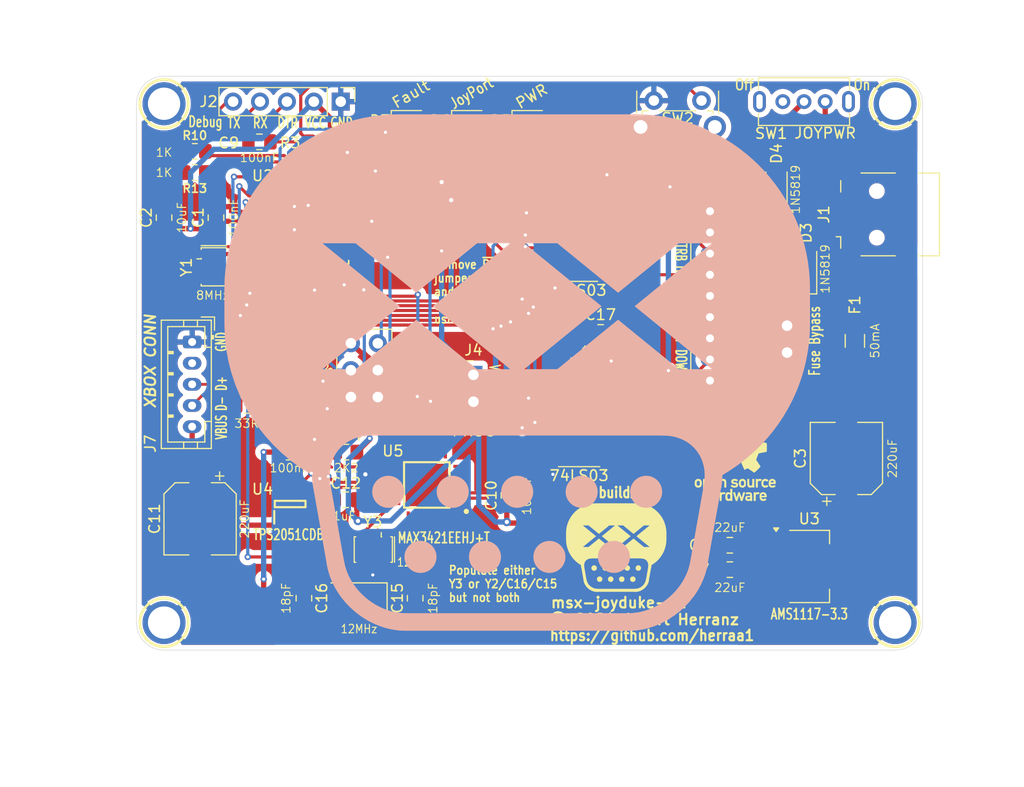
<source format=kicad_pcb>
(kicad_pcb (version 20240108) (generator "pcbnew") (generator_version "8.0")
  (title_block (title "msx-joyduke-v1") (date "2024-06-30") (rev "build2") (company "Albert Herranz"))
  (layers (0 "F.Cu" signal) (31 "B.Cu" signal) (34 "B.Paste" user) (35 "F.Paste" user) (36 "B.SilkS" user "B.Silkscreen") (37 "F.SilkS" user "F.Silkscreen") (38 "B.Mask" user) (39 "F.Mask" user) (44 "Edge.Cuts" user))
  (net 0 "")
  (net 1 "MCU_VCC")
  (net 2 "GND")
  (net 3 "+5V_FILT")
  (net 4 "+3V3_REG")
  (net 5 "/RESET")
  (net 6 "VBUS")
  (net 7 "XTAL_0")
  (net 8 "XTAL_1")
  (net 9 "JOY_5V")
  (net 10 "/JOY_EXT_5V")
  (net 11 "/+3V3_LED")
  (net 12 "Net-(D6-A)")
  (net 13 "FAULT")
  (net 14 "Net-(D7-A)")
  (net 15 "J1_PWR")
  (net 16 "/USBD-")
  (net 17 "/USBD+")
  (net 19 "UART_RX")
  (net 20 "UART_TX")
  (net 21 "/MISO")
  (net 22 "/SCK")
  (net 23 "/MOSI")
  (net 24 "/J1_UP")
  (net 25 "/J1_DOWN")
  (net 26 "/J1_LEFT")
  (net 27 "/J1_RIGHT")
  (net 28 "/J1_TRIGA")
  (net 29 "/J1_TRIGB")
  (net 30 "/J1_OUT")
  (net 31 "/VSYNC")
  (net 32 "/D_P")
  (net 33 "/D_N")
  (net 34 "Net-(U5-D+)")
  (net 35 "Net-(U5-D-)")
  (net 36 "LED_J1")
  (net 37 "/~{J1_OUT_1}")
  (net 38 "/~{J1_OUT_2}")
  (net 39 "/GPIO_J1_TRIGA")
  (net 40 "/GPIO_J1_RIGHT")
  (net 41 "Net-(U2-XTAL1{slash}PB6)")
  (net 42 "Net-(U2-XTAL2{slash}PB7)")
  (net 43 "/GPIO_J1_LEFT")
  (net 44 "/GPIO_J1_DOWN")
  (net 45 "/GPIO_J1_UP")
  (net 47 "INT1")
  (net 48 "/SS")
  (net 53 "VUSB_EN")
  (net 54 "UHC_EN")
  (net 56 "/GPIO_J1_TRIGB")
  (net 75 "/USB_EXT_5V")
  (net 77 "/D0{slash}RX")
  (net 78 "/D1{slash}TX")
  (net 79 "/DTR")
  (footprint "Package_TO_SOT_SMD:SOT-223-3_TabPin2" (layer "F.Cu") (at 113.9 102.3)
    (property "Reference" "U3")
    (property "Value" "AMS1117-3.3")
  )
  (footprint "Package_SO:SOIC-14_3.9x8.7mm_P1.27mm" (layer "F.Cu") (at 92.175 88.44)
    (property "Reference" "U6")
    (property "Value" "74LS03")
  )
  (footprint "Resistor_SMD:R_0805_2012Metric_Pad1.20x1.40mm_HandSolder" (layer "F.Cu") (at 60.8 87.1 180)
    (property "Reference" "R7")
    (property "Value" "33R")
  )
  (footprint "Connector_JST:JST_PH_B5B-PH-K_1x05_P2.00mm_Vertical" (layer "F.Cu") (at 55.65 81.1 -90)
    (property "Reference" "J7")
    (property "Value" "XBOX CONN")
  )
  (footprint "Resistor_SMD:R_0805_2012Metric_Pad1.20x1.40mm_HandSolder" (layer "F.Cu") (at 87.7 63.8)
    (property "Reference" "R8")
    (property "Value" "3K3")
  )
  (footprint "Capacitor_SMD:C_0805_2012Metric_Pad1.18x1.45mm_HandSolder" (layer "F.Cu") (at 66.2 105.3 -90)
    (property "Reference" "C16")
    (property "Value" "18pF")
  )
  (footprint "Capacitor_SMD:C_0805_2012Metric_Pad1.18x1.45mm_HandSolder" (layer "F.Cu") (at 70.15 96 180)
    (property "Reference" "C12")
    (property "Value" "1uF")
  )
  (footprint "Capacitor_SMD:CP_Elec_6.3x5.4" (layer "F.Cu") (at 117.4 92.1 90)
    (property "Reference" "C3")
    (property "Value" "220uF")
  )
  (footprint "Crystal:Resonator_SMD_Murata_CSTxExxV-3Pin_3.0x1.1mm_HandSoldering" (layer "F.Cu") (at 72.746447 100.7 180)
    (property "Reference" "Y3")
    (property "Value" "12MHz")
  )
  (footprint "Diode_SMD:D_SOD-123" (layer "F.Cu") (at 113.6 74.2 90)
    (property "Reference" "D3")
    (property "Value" "1N5819")
  )
  (footprint "Capacitor_SMD:C_0805_2012Metric_Pad1.18x1.45mm_HandSolder" (layer "F.Cu") (at 76.7 105.3 90)
    (property "Reference" "C15")
    (property "Value" "18pF")
  )
  (footprint "Resistor_SMD:R_0805_2012Metric_Pad1.20x1.40mm_HandSolder" (layer "F.Cu") (at 55.9 63.1 180)
    (property "Reference" "R10")
    (property "Value" "1K")
  )
  (footprint "rpiuhat:QFP50P700X700X120-32N" (layer "F.Cu") (at 77.8 94.6 180)
    (property "Reference" "U5")
    (property "Value" "MAX3421EEHJ+T" (hide yes))
  )
  (footprint "Symbol:OSHW-Logo_7.5x8mm_SilkScreen" (layer "F.Cu") (at 106.9 92.1)
    (property "Reference" "SYM1" (hide yes))
    (property "Value" "Logo_Open_Hardware_Large" (hide yes))
  )
  (footprint "Package_SO:SOIC-14_3.9x8.7mm_P1.27mm" (layer "F.Cu") (at 91.975 70.94)
    (property "Reference" "U7")
    (property "Value" "74LS03")
  )
  (footprint "Resistor_SMD:R_0805_2012Metric_Pad1.20x1.40mm_HandSolder" (layer "F.Cu") (at 60.8 83.8 180)
    (property "Reference" "R6")
    (property "Value" "33R")
  )
  (footprint "Resistor_SMD:R_0805_2012Metric_Pad1.20x1.40mm_HandSolder" (layer "F.Cu") (at 98.55 68.43 -90)
    (property "Reference" "R12")
    (property "Value" "10K")
  )
  (footprint "Capacitor_SMD:C_0805_2012Metric_Pad1.18x1.45mm_HandSolder" (layer "F.Cu") (at 85.55 95.6 90)
    (property "Reference" "C10")
    (property "Value" "100nF")
  )
  (footprint "Diode_SMD:D_SOD-123" (layer "F.Cu") (at 110.8 66.7 90)
    (property "Reference" "D4")
    (property "Value" "1N5819")
  )
  (footprint "Crystal:Resonator_SMD_Murata_CSTxExxV-3Pin_3.0x1.1mm_HandSoldering" (layer "F.Cu") (at 57.7 74 -90)
    (property "Reference" "Y1")
    (property "Value" "8MHz")
  )
  (footprint "Button_Switch_THT:SW_Tactile_SPST_Angled_PTS645Vx39-2LFS" (layer "F.Cu") (at 99.225 58.3)
    (property "Reference" "SW2")
    (property "Value" "RESET")
  )
  (footprint "Capacitor_SMD:C_0805_2012Metric_Pad1.18x1.45mm_HandSolder" (layer "F.Cu") (at 57.9 69.36 90)
    (property "Reference" "C1")
    (property "Value" "100nF")
  )
  (footprint "Fuse:Fuse_1206_3216Metric_Pad1.42x1.75mm_HandSolder" (layer "F.Cu") (at 118.2 81 90)
    (property "Reference" "F1")
    (property "Value" "50mA")
  )
  (footprint "Resistor_SMD:R_0805_2012Metric_Pad1.20x1.40mm_HandSolder" (layer "F.Cu") (at 82 63.8)
    (property "Reference" "R9")
    (property "Value" "3K3")
  )
  (footprint "LED_SMD:LED_0805_2012Metric_Pad1.15x1.40mm_HandSolder" (layer "F.Cu") (at 87.7 60.2)
    (property "Reference" "D5")
    (property "Value" "PWR")
  )
  (footprint "Capacitor_SMD:C_0805_2012Metric_Pad1.18x1.45mm_HandSolder" (layer "F.Cu") (at 64.8 91.5)
    (property "Reference" "C14")
    (property "Value" "100nF")
  )
  (footprint "My_Components:SW_SK-12D07G6-1P2T-6mm" (layer "F.Cu") (at 115.4 58.4 180)
    (property "Reference" "SW1")
    (property "Value" "JOYPWR")
  )
  (footprint "Crystal:Crystal_SMD_5032-4Pin_5.0x3.2mm" (layer "F.Cu") (at 71.4 105.7 180)
    (property "Reference" "Y2")
    (property "Value" "12MHz")
  )
  (footprint "Resistor_SMD:R_0805_2012Metric_Pad1.20x1.40mm_HandSolder" (layer "F.Cu") (at 76.3 63.8)
    (property "Reference" "R4")
    (property "Value" "3K3")
  )
  (footprint "Resistor_SMD:R_0805_2012Metric_Pad1.20x1.40mm_HandSolder" (layer "F.Cu") (at 55.9 65.1 180)
    (property "Reference" "R13")
    (property "Value" "1K")
  )
  (footprint "Connector_PinHeader_2.54mm:PinHeader_1x05_P2.54mm_Vertical" (layer "F.Cu") (at 69.675 58.4 -90)
    (property "Reference" "J2")
    (property "Value" "Debug")
  )
  (footprint "Connector_JST:JST_PH_B9B-PH-K_1x09_P2.00mm_Vertical" (layer "F.Cu") (at 104.525 84.75 90)
    (property "Reference" "J6")
    (property "Value" "MSX Joystick Port")
  )
  (footprint "Package_QFP:TQFP-32_7x7mm_P0.8mm" (layer "F.Cu") (at 66.8 70.1)
    (property "Reference" "U2")
    (property "Value" "328P-AU")
  )
  (footprint "My_Components:Hole_3mm" (layer "F.Cu") (at 122 107.6)
    (property "Reference" "HOLE4" (hide yes))
    (property "Value" "HOLE" (hide yes))
  )
  (footprint "Capacitor_SMD:C_0805_2012Metric_Pad1.18x1.45mm_HandSolder" (layer "F.Cu") (at 94.2 80.2)
    (property "Reference" "C17")
    (property "Value" "100nF")
  )
  (footprint "Resistor_SMD:R_0805_2012Metric_Pad1.20x1.40mm_HandSolder" (layer "F.Cu") (at 70.2 91.5 180)
    (property "Reference" "R14")
    (property "Value" "2K2")
  )
  (footprint "Capacitor_SMD:CP_Elec_6.3x5.4" (layer "F.Cu") (at 56.4 97.8 -90)
    (property "Reference" "C11")
    (property "Value" "220uF")
  )
  (footprint "Resistor_SMD:R_0805_2012Metric_Pad1.20x1.40mm_HandSolder" (layer "F.Cu") (at 67.7 62.2 180)
    (property "Reference" "R3")
    (property "Value" "1K")
  )
  (footprint "My_Components:Hole_3mm" (layer "F.Cu") (at 53 58.6)
    (property "Reference" "HOLE1" (hide yes))
    (property "Value" "HOLE" (hide yes))
  )
  (footprint "My_Components:Hole_3mm" (layer "F.Cu") (at 122 58.6)
    (property "Reference" "HOLE3" (hide yes))
    (property "Value" "HOLE" (hide yes))
  )
  (footprint "Capacitor_SMD:C_0805_2012Metric_Pad1.18x1.45mm_HandSolder" (layer "F.Cu") (at 62 62.2 180)
    (property "Reference" "C9")
    (property "Value" "100nF")
  )
  (footprint "rpiuhat:SOT95P280X145-5N" (layer "F.Cu") (at 64.9 96.4 90)
    (property "Reference" "U4")
    (property "Value" "TPS2051CDBVR")
  )
  (footprint "Capacitor_SMD:C_0805_2012Metric_Pad1.18x1.45mm_HandSolder" (layer "F.Cu") (at 93.75 62.63)
    (property "Reference" "C18")
    (property "Value" "100nF")
  )
  (footprint "Resistor_SMD:R_0805_2012Metric_Pad1.20x1.40mm_HandSolder" (layer "F.Cu") (at 98.7 86 -90)
    (property "Reference" "R11")
    (property "Value" "10K")
  )
  (footprint "Connector_PinHeader_2.54mm:PinHeader_2x03_P2.54mm_Vertical" (layer "F.Cu") (at 73.175 86.3 180)
    (property "Reference" "J3")
    (property "Value" "ICSP")
  )
  (footprint "Connector_PinHeader_2.54mm:PinHeader_1x02_P2.54mm_Vertical" (layer "F.Cu") (at 82.2 84.2)
    (property "Reference" "J4")
    (property "Value" "~{PROG}")
  )
  (footprint "Capacitor_SMD:C_0805_2012Metric_Pad1.18x1.45mm_HandSolder" (layer "F.Cu") (at 106.4 100.3 180)
    (property "Reference" "C8")
    (property "Value" "22uF")
  )
  (footprint "LED_SMD:LED_0805_2012Metric_Pad1.15x1.40mm_HandSolder" (layer "F.Cu") (at 82 60.2)
    (property "Reference" "D6")
    (property "Value" "JoyPort")
  )
  (footprint "Capacitor_SMD:C_0805_2012Metric_Pad1.18x1.45mm_HandSolder" (layer "F.Cu") (at 53 69.36 90)
    (property "Reference" "C2")
    (property "Value" "10uF")
  )
  (footprint "Capacitor_SMD:C_0805_2012Metric_Pad1.18x1.45mm_HandSolder" (layer "F.Cu") (at 106.4 102.6 180)
    (property "Reference" "C7")
    (property "Value" "22uF")
  )
  (footprint "LED_SMD:LED_0805_2012Metric_Pad1.15x1.40mm_HandSolder" (layer "F.Cu") (at 76.3 60.2)
    (property "Reference" "D7")
    (property "Value" "Fault")
  )
  (footprint "Connector_PinHeader_2.54mm:PinHeader_1x02_P2.54mm_Vertical" (layer "F.Cu") (at 111.8 82.1 180)
    (property "Reference" "JP1")
    (property "Value" "Fuse Bypass")
  )
  (footprint "Connector_USB:USB_Mini-B_Lumberg_2486_01_Horizontal" (layer "F.Cu") (at 120.275 69.05 90)
    (property "Reference" "J1")
    (property "Value" "USB_B_Mini")
  )
  (footprint "My_Components:Hole_3mm" (layer "F.Cu") (at 53 107.6)
    (property "Reference" "HOLE2" (hide yes))
    (property "Value" "HOLE" (hide yes))
  )
  (gr_line (start 67.812885 94.084052) (end 67.840587 94.364656) (stroke (width 1.654598)) (layer "B.SilkS"))
  (gr_line (start 102.463933 89.654026) (end 102.23445 89.542652) (stroke (width 1.654598)) (layer "B.SilkS"))
  (gr_line (start 69.311538 102.559239) (end 69.39642 102.835897) (stroke (width 1.654598)) (layer "B.SilkS"))
  (gr_line (start 69.974344 89.776818) (end 69.762296 89.910674) (stroke (width 1.654598)) (layer "B.SilkS"))
  (gr_line (start 68.420595 91.337234) (end 68.301687 91.554694) (stroke (width 1.654598)) (layer "B.SilkS"))
  (gr_line (start 101.563867 105.516602) (end 101.964198 105.089316) (stroke (width 1.654598)) (layer "B.SilkS"))
  (gr_line (start 97.445885 107.511736) (end 97.732933 107.476291) (stroke (width 1.654598)) (layer "B.SilkS"))
  (gr_line (start 73.528666 107.102765) (end 73.801606 107.202457) (stroke (width 1.654598)) (layer "B.SilkS"))
  (gr_line (start 69.365969 90.210159) (end 69.182286 90.375077) (stroke (width 1.654598)) (layer "B.SilkS"))
  (gr_line (start 102.896898 89.910674) (end 102.684849 89.776818) (stroke (width 1.654598)) (layer "B.SilkS"))
  (gr_poly (pts (xy 86.393351 94.014435) (xy 86.456097 94.019206) (xy 86.51793 94.027065) (xy 86.578773 94.037932) (xy 86.638549 94.05173) (xy 86.69718 94.068381) (xy 86.754588 94.087809) (xy 86.810695 94.109934) (xy 86.865424 94.13468) (xy 86.918698 94.161969) (xy 86.970438 94.191723) (xy 87.020567 94.223865) (xy 87.069008 94.258316) (xy 87.115682 94.295) (xy 87.160513 94.333839) (xy 87.203422 94.374755) (xy 87.244332 94.41767) (xy 87.283165 94.462506) (xy 87.319844 94.509187) (xy 87.354291 94.557635) (xy 87.386428 94.607771) (xy 87.416178 94.659518) (xy 87.443463 94.712799) (xy 87.468206 94.767536) (xy 87.490328 94.823651) (xy 87.509753 94.881067) (xy 87.526402 94.939706) (xy 87.540198 94.99949) (xy 87.551064 95.060341) (xy 87.558921 95.122183) (xy 87.563692 95.184938) (xy 87.5653 95.248527) (xy 87.563692 95.312115) (xy 87.558921 95.374869) (xy 87.551064 95.436711) (xy 87.540198 95.497562) (xy 87.526402 95.557346) (xy 87.509753 95.615985) (xy 87.490328 95.6734) (xy 87.468206 95.729515) (xy 87.443463 95.784252) (xy 87.416178 95.837533) (xy 87.386428 95.88928) (xy 87.354291 95.939416) (xy 87.319844 95.987864) (xy 87.283165 96.034544) (xy 87.244332 96.079381) (xy 87.203422 96.122296) (xy 87.160513 96.163212) (xy 87.115682 96.20205) (xy 87.069008 96.238734) (xy 87.020567 96.273186) (xy 86.970438 96.305328) (xy 86.918698 96.335082) (xy 86.865424 96.36237) (xy 86.810695 96.387116) (xy 86.754588 96.409242) (xy 86.69718 96.428669) (xy 86.638549 96.445321) (xy 86.578773 96.459119) (xy 86.51793 96.469986) (xy 86.456097 96.477844) (xy 86.393351 96.482616) (xy 86.329771 96.484224) (xy 86.266191 96.482616) (xy 86.203446 96.477844) (xy 86.141613 96.469986) (xy 86.08077 96.459119) (xy 86.020994 96.445321) (xy 85.962364 96.428669) (xy 85.904956 96.409242) (xy 85.848849 96.387116) (xy 85.79412 96.36237) (xy 85.740847 96.335082) (xy 85.689107 96.305328) (xy 85.638978 96.273186) (xy 85.590537 96.238734) (xy 85.543863 96.20205) (xy 85.499033 96.163212) (xy 85.456124 96.122296) (xy 85.415214 96.079381) (xy 85.376381 96.034544) (xy 85.339702 95.987864) (xy 85.305255 95.939416) (xy 85.273118 95.88928) (xy 85.243368 95.837533) (xy 85.216083 95.784252) (xy 85.191341 95.729515) (xy 85.169218 95.6734) (xy 85.149794 95.615985) (xy 85.133145 95.557346) (xy 85.119349 95.497562) (xy 85.108483 95.436711) (xy 85.100626 95.374869) (xy 85.095855 95.312115) (xy 85.094247 95.248527) (xy 85.095855 95.184938) (xy 85.100626 95.122183) (xy 85.108483 95.060341) (xy 85.119349 94.99949) (xy 85.133145 94.939706) (xy 85.149794 94.881067) (xy 85.169218 94.823651) (xy 85.191341 94.767536) (xy 85.216083 94.712799) (xy 85.243368 94.659518) (xy 85.273118 94.607771) (xy 85.305255 94.557635) (xy 85.339702 94.509187) (xy 85.376381 94.462506) (xy 85.415214 94.41767) (xy 85.456124 94.374755) (xy 85.499033 94.333839) (xy 85.543863 94.295) (xy 85.590537 94.258316) (xy 85.638978 94.223865) (xy 85.689107 94.191723) (xy 85.740847 94.161969) (xy 85.79412 94.13468) (xy 85.848849 94.109934) (xy 85.904956 94.087809) (xy 85.962364 94.068381) (xy 86.020994 94.05173) (xy 86.08077 94.037932) (xy 86.141613 94.027065) (xy 86.203446 94.019206) (xy 86.266191 94.014435) (xy 86.329771 94.012827)) (stroke (width 0.551914)) (fill solid) (layer "B.SilkS"))
  (gr_poly (pts (xy 77.26514 100.163177) (xy 77.327907 100.16795) (xy 77.389761 100.175811) (xy 77.450625 100.186682) (xy 77.510421 100.200485) (xy 77.569072 100.217142) (xy 77.626499 100.236576) (xy 77.682626 100.258709) (xy 77.737374 100.283464) (xy 77.790666 100.310762) (xy 77.842424 100.340526) (xy 77.89257 100.372679) (xy 77.941027 100.407143) (xy 77.987718 100.443839) (xy 78.032563 100.482691) (xy 78.075487 100.523621) (xy 78.116411 100.566551) (xy 78.155258 100.611403) (xy 78.191949 100.6581) (xy 78.226408 100.706564) (xy 78.258556 100.756718) (xy 78.288316 100.808483) (xy 78.315611 100.861782) (xy 78.340362 100.916538) (xy 78.362491 100.972672) (xy 78.381923 101.030108) (xy 78.398578 101.088766) (xy 78.412378 101.148571) (xy 78.423248 101.209443) (xy 78.431107 101.271306) (xy 78.43588 101.334082) (xy 78.437489 101.397693) (xy 78.43588 101.461303) (xy 78.431107 101.524079) (xy 78.423248 101.585942) (xy 78.412378 101.646814) (xy 78.398578 101.706619) (xy 78.381923 101.765277) (xy 78.362491 101.822713) (xy 78.340362 101.878847) (xy 78.315611 101.933603) (xy 78.288316 101.986902) (xy 78.258556 102.038667) (xy 78.226408 102.08882) (xy 78.191949 102.137284) (xy 78.155258 102.183981) (xy 78.116411 102.228833) (xy 78.075487 102.271763) (xy 78.032563 102.312692) (xy 77.987718 102.351544) (xy 77.941027 102.388241) (xy 77.89257 102.422704) (xy 77.842424 102.454857) (xy 77.790666 102.484621) (xy 77.737374 102.511919) (xy 77.682626 102.536674) (xy 77.626499 102.558807) (xy 77.569072 102.578241) (xy 77.510421 102.594898) (xy 77.450625 102.608701) (xy 77.389761 102.619571) (xy 77.327907 102.627432) (xy 77.26514 102.632206) (xy 77.201538 102.633814) (xy 77.137936 102.632206) (xy 77.075169 102.627432) (xy 77.013315 102.619571) (xy 76.952451 102.608701) (xy 76.892654 102.594898) (xy 76.834004 102.578241) (xy 76.776576 102.558807) (xy 76.72045 102.536674) (xy 76.665702 102.511919) (xy 76.61241 102.484621) (xy 76.560652 102.454857) (xy 76.510506 102.422704) (xy 76.462048 102.388241) (xy 76.415358 102.351544) (xy 76.370512 102.312692) (xy 76.327588 102.271763) (xy 76.286664 102.228833) (xy 76.247817 102.183981) (xy 76.211126 102.137284) (xy 76.176667 102.08882) (xy 76.144519 102.038667) (xy 76.114758 101.986902) (xy 76.087464 101.933603) (xy 76.062713 101.878847) (xy 76.040583 101.822713) (xy 76.021152 101.765277) (xy 76.004497 101.706619) (xy 75.990696 101.646814) (xy 75.979826 101.585942) (xy 75.971967 101.524079) (xy 75.967194 101.461303) (xy 75.965585 101.397693) (xy 75.967194 101.334082) (xy 75.971967 101.271306) (xy 75.979826 101.209443) (xy 75.990696 101.148571) (xy 76.004497 101.088766) (xy 76.021152 101.030108) (xy 76.040583 100.972672) (xy 76.062713 100.916538) (xy 76.087464 100.861782) (xy 76.114758 100.808483) (xy 76.144519 100.756718) (xy 76.176667 100.706564) (xy 76.211126 100.6581) (xy 76.247817 100.611403) (xy 76.286664 100.566551) (xy 76.327588 100.523621) (xy 76.370512 100.482691) (xy 76.415358 100.443839) (xy 76.462048 100.407143) (xy 76.510506 100.372679) (xy 76.560652 100.340526) (xy 76.61241 100.310762) (xy 76.665702 100.283464) (xy 76.72045 100.258709) (xy 76.776576 100.236576) (xy 76.834004 100.217142) (xy 76.892654 100.200485) (xy 76.952451 100.186682) (xy 77.013315 100.175811) (xy 77.075169 100.16795) (xy 77.137936 100.163177) (xy 77.201538 100.161568)) (stroke (width 0.551914)) (fill solid) (layer "B.SilkS"))
  (gr_line (start 102.651312 104.147472) (end 102.796964 103.895905) (stroke (width 1.654598)) (layer "B.SilkS"))
  (gr_line (start 70.662453 89.443052) (end 70.424721 89.542652) (stroke (width 1.654598)) (layer "B.SilkS"))
  (gr_line (start 97.15728 107.533264) (end 97.445885 107.511736) (stroke (width 1.654598)) (layer "B.SilkS"))
  (gr_line (start 73.801606 107.202457) (end 74.078222 107.290011) (stroke (width 1.654598)) (layer "B.SilkS"))
  (gr_line (start 68.194617 91.779669) (end 68.099684 92.011804) (stroke (width 1.654598)) (layer "B.SilkS"))
  (gr_line (start 69.39642 102.835897) (end 69.494297 103.108249) (stroke (width 1.654598)) (layer "B.SilkS"))
  (gr_line (start 70.890127 105.306892) (end 71.094668 105.516602) (stroke (width 1.654598)) (layer "B.SilkS"))
  (gr_line (start 70.50775 104.86423) (end 70.694347 105.089316) (stroke (width 1.654598)) (layer "B.SilkS"))
  (gr_line (start 75.501619 107.533264) (end 75.791396 107.540519) (stroke (width 1.654598)) (layer "B.SilkS"))
  (gr_line (start 103.96636 90.926278) (end 103.81375 90.733491) (stroke (width 1.654598)) (layer "B.SilkS"))
  (gr_line (start 101.964198 105.089316) (end 102.327809 104.63199) (stroke (width 1.654598)) (layer "B.SilkS"))
  (gr_line (start 71.528333 105.911) (end 71.756612 106.094977) (stroke (width 1.654598)) (layer "B.SilkS"))
  (gr_line (start 97.732933 107.476291) (end 98.018001 107.427284) (stroke (width 1.654598)) (layer "B.SilkS"))
  (gr_line (start 100.125795 89.105326) (end 72.532926 89.105326) (stroke (width 1.654598)) (layer "B.SilkS"))
  (gr_line (start 74.078222 107.290011) (end 74.35809 107.365072) (stroke (width 1.654598)) (layer "B.SilkS"))
  (gr_line (start 101.236777 89.218443) (end 100.968911 89.169487) (stroke (width 1.654598)) (layer "B.SilkS"))
  (gr_line (start 67.890683 92.747619) (end 67.847275 93.004845) (stroke (width 1.654598)) (layer "B.SilkS"))
  (gr_line (start 104.85713 93.535097) (end 104.841295 93.267456) (stroke (width 1.654598)) (layer "B.SilkS"))
  (gr_line (start 69.008654 90.549639) (end 68.845371 90.733491) (stroke (width 1.654598)) (layer "B.SilkS"))
  (gr_line (start 71.991955 106.269663) (end 72.233941 106.434704) (stroke (width 1.654598)) (layer "B.SilkS"))
  (gr_line (start 74.35809 107.365072) (end 74.640788 107.427284) (stroke (width 1.654598)) (layer "B.SilkS"))
  (gr_line (start 98.857089 107.202457) (end 99.130001 107.102765) (stroke (width 1.654598)) (layer "B.SilkS"))
  (gr_line (start 104.641719 92.250744) (end 104.559253 92.011804) (stroke (width 1.654598)) (layer "B.SilkS"))
  (gr_line (start 104.818138 94.364656) (end 104.845849 94.084052) (stroke (width 1.654598)) (layer "B.SilkS"))
  (gr_line (start 71.964637 89.134078) (end 71.690057 89.169487) (stroke (width 1.654598)) (layer "B.SilkS"))
  (gr_line (start 72.736142 106.734425) (end 72.995511 106.868393) (stroke (width 1.654598)) (layer "B.SilkS"))
  (gr_line (start 71.307544 105.71809) (end 71.528333 105.911) (stroke (width 1.654598)) (layer "B.SilkS"))
  (gr_line (start 74.640788 107.427284) (end 74.925891 107.476291) (stroke (width 1.654598)) (layer "B.SilkS"))
  (gr_line (start 96.867542 107.540519) (end 97.15728 107.533264) (stroke (width 1.654598)) (layer "B.SilkS"))
  (gr_line (start 71.094668 105.516602) (end 71.307544 105.71809) (stroke (width 1.654598)) (layer "B.SilkS"))
  (gr_poly (pts (xy 92.477543 94.013798) (xy 92.540334 94.018574) (xy 92.60221 94.02644) (xy 92.663095 94.037318) (xy 92.722909 94.051129) (xy 92.781576 94.067796) (xy 92.839019 94.087242) (xy 92.895159 94.109388) (xy 92.949918 94.134157) (xy 93.003221 94.161472) (xy 93.054988 94.191253) (xy 93.105142 94.223425) (xy 93.153606 94.257908) (xy 93.200302 94.294625) (xy 93.245152 94.333499) (xy 93.28808 94.374451) (xy 93.329007 94.417405) (xy 93.367855 94.462281) (xy 93.404548 94.509003) (xy 93.439007 94.557493) (xy 93.471156 94.607673) (xy 93.500916 94.659464) (xy 93.52821 94.712791) (xy 93.55296 94.767574) (xy 93.575089 94.823736) (xy 93.594519 94.881199) (xy 93.611173 94.939886) (xy 93.624972 94.999718) (xy 93.63584 95.060619) (xy 93.643699 95.12251) (xy 93.648472 95.185313) (xy 93.65008 95.248951) (xy 93.648472 95.312569) (xy 93.643699 95.37535) (xy 93.63584 95.437218) (xy 93.624972 95.498095) (xy 93.611173 95.557903) (xy 93.594519 95.616565) (xy 93.575089 95.674002) (xy 93.55296 95.730138) (xy 93.52821 95.784895) (xy 93.500916 95.838194) (xy 93.471156 95.88996) (xy 93.439007 95.940113) (xy 93.404548 95.988576) (xy 93.367855 96.035271) (xy 93.329007 96.080122) (xy 93.28808 96.12305) (xy 93.245152 96.163978) (xy 93.200302 96.202828) (xy 93.153606 96.239522) (xy 93.105142 96.273983) (xy 93.054988 96.306133) (xy 93.003221 96.335895) (xy 92.949918 96.363191) (xy 92.895159 96.387943) (xy 92.839019 96.410074) (xy 92.781576 96.429506) (xy 92.722909 96.446161) (xy 92.663095 96.459962) (xy 92.60221 96.470832) (xy 92.540334 96.478692) (xy 92.477543 96.483465) (xy 92.413915 96.485073) (xy 92.350382 96.483465) (xy 92.287676 96.478692) (xy 92.225876 96.470832) (xy 92.165059 96.459962) (xy 92.105304 96.446161) (xy 92.046688 96.429506) (xy 91.98929 96.410074) (xy 91.933187 96.387943) (xy 91.878458 96.363191) (xy 91.82518 96.335895) (xy 91.773432 96.306133) (xy 91.723291 96.273983) (xy 91.674836 96.239522) (xy 91.628144 96.202828) (xy 91.583294 96.163978) (xy 91.540363 96.12305) (xy 91.49943 96.080122) (xy 91.460572 96.035271) (xy 91.423868 95.988576) (xy 91.389395 95.940113) (xy 91.357232 95.88996) (xy 91.327457 95.838194) (xy 91.300147 95.784895) (xy 91.275381 95.730138) (xy 91.253236 95.674002) (xy 91.23379 95.616565) (xy 91.217123 95.557903) (xy 91.203311 95.498095) (xy 91.192432 95.437218) (xy 91.184565 95.37535) (xy 91.179788 95.312569) (xy 91.178178 95.248951) (xy 91.179788 95.185313) (xy 91.184565 95.12251) (xy 91.192432 95.060619) (xy 91.203311 94.999719) (xy 91.217123 94.939887) (xy 91.233791 94.8812) (xy 91.253236 94.823737) (xy 91.275381 94.767575) (xy 91.300147 94.712792) (xy 91.327457 94.659466) (xy 91.357233 94.607674) (xy 91.389396 94.557494) (xy 91.423869 94.509004) (xy 91.460573 94.462282) (xy 91.499431 94.417406) (xy 91.540364 94.374452) (xy 91.583295 94.3335) (xy 91.628145 94.294626) (xy 91.674837 94.257909) (xy 91.723292 94.223425) (xy 91.773433 94.191254) (xy 91.825181 94.161472) (xy 91.878459 94.134158) (xy 91.933188 94.109389) (xy 91.989291 94.087242) (xy 92.046689 94.067796) (xy 92.105305 94.051129) (xy 92.16506 94.037318) (xy 92.225877 94.02644) (xy 92.287677 94.018574) (xy 92.350382 94.013798) (xy 92.413915 94.012188)) (stroke (width 0.551914)) (fill solid) (layer "B.SilkS"))
  (gr_line (start 101.497561 89.280593) (end 101.236777 89.218443) (stroke (width 1.654598)) (layer "B.SilkS"))
  (gr_line (start 98.580502 107.290011) (end 98.857089 107.202457) (stroke (width 1.654598)) (layer "B.SilkS"))
  (gr_line (start 104.464353 91.779669) (end 104.357316 91.554694) (stroke (width 1.654598)) (layer "B.SilkS"))
  (gr_poly (pts (xy 95.521363 100.162963) (xy 95.584095 100.167736) (xy 95.645912 100.175595) (xy 95.706737 100.186464) (xy 95.766493 100.200265) (xy 95.825102 100.216919) (xy 95.882487 100.236349) (xy 95.93857 100.258478) (xy 95.993274 100.283227) (xy 96.046522 100.31052) (xy 96.098235 100.340278) (xy 96.148338 100.372423) (xy 96.196751 100.406878) (xy 96.243398 100.443565) (xy 96.288201 100.482407) (xy 96.331082 100.523325) (xy 96.371965 100.566243) (xy 96.410772 100.611082) (xy 96.447425 100.657765) (xy 96.481847 100.706213) (xy 96.51396 100.75635) (xy 96.543687 100.808097) (xy 96.570951 100.861377) (xy 96.595673 100.916112) (xy 96.617777 100.972225) (xy 96.637186 101.029637) (xy 96.653821 101.088272) (xy 96.667605 101.148051) (xy 96.67846 101.208896) (xy 96.68631 101.27073) (xy 96.691077 101.333476) (xy 96.692683 101.397054) (xy 96.691077 101.460653) (xy 96.68631 101.523416) (xy 96.67846 101.585267) (xy 96.667605 101.646128) (xy 96.65382 101.705921) (xy 96.637185 101.764569) (xy 96.617777 101.821994) (xy 96.595673 101.878118) (xy 96.57095 101.932864) (xy 96.543686 101.986154) (xy 96.513959 102.03791) (xy 96.481846 102.088054) (xy 96.447424 102.13651) (xy 96.410771 102.183199) (xy 96.371964 102.228044) (xy 96.331081 102.270967) (xy 96.2882 102.31189) (xy 96.243397 102.350735) (xy 96.19675 102.387426) (xy 96.148336 102.421884) (xy 96.098234 102.454032) (xy 96.046521 102.483791) (xy 95.993273 102.511085) (xy 95.938569 102.535836) (xy 95.882486 102.557966) (xy 95.825101 102.577397) (xy 95.766492 102.594052) (xy 95.706736 102.607853) (xy 95.645911 102.618722) (xy 95.584094 102.626582) (xy 95.521363 102.631354) (xy 95.457795 102.632963) (xy 95.394131 102.631354) (xy 95.331311 102.626582) (xy 95.269412 102.618722) (xy 95.208512 102.607853) (xy 95.148688 102.594052) (xy 95.090016 102.577397) (xy 95.032574 102.557966) (xy 94.976439 102.535836) (xy 94.921689 102.511085) (xy 94.8684 102.483791) (xy 94.81665 102.454032) (xy 94.766516 102.421884) (xy 94.718076 102.387426) (xy 94.671405 102.350735) (xy 94.626582 102.31189) (xy 94.583684 102.270967) (xy 94.542787 102.228044) (xy 94.50397 102.183199) (xy 94.467309 102.13651) (xy 94.432881 102.088054) (xy 94.400764 102.03791) (xy 94.371035 101.986154) (xy 94.343771 101.932864) (xy 94.319049 101.878118) (xy 94.296947 101.821994) (xy 94.277541 101.764569) (xy 94.260908 101.705921) (xy 94.247127 101.646128) (xy 94.236274 101.585267) (xy 94.228426 101.523416) (xy 94.223661 101.460653) (xy 94.222055 101.397054) (xy 94.223662 101.333494) (xy 94.228429 101.270765) (xy 94.236279 101.208945) (xy 94.247136 101.148112) (xy 94.260921 101.088343) (xy 94.277559 101.029717) (xy 94.29697 100.972311) (xy 94.319079 100.916203) (xy 94.343807 100.86147) (xy 94.371078 100.808192) (xy 94.400814 100.756445) (xy 94.432937 100.706307) (xy 94.467371 100.657856) (xy 94.504038 100.611171) (xy 94.542861 100.566328) (xy 94.583763 100.523406) (xy 94.626666 100.482482) (xy 94.671493 100.443634) (xy 94.718166 100.406941) (xy 94.766609 100.372479) (xy 94.816744 100.340327) (xy 94.868494 100.310563) (xy 94.921781 100.283264) (xy 94.976528 100.258508) (xy 95.032658 100.236373) (xy 95.090094 100.216937) (xy 95.148758 100.200278) (xy 95.208573 100.186473) (xy 95.269461 100.1756) (xy 95.331346 100.167738) (xy 95.39415 100.162963) (xy 95.457795 100.161355)) (stroke (width 0.551914)) (fill solid) (layer "B.SilkS"))
  (gr_line (start 72.532926 89.105326) (end 72.245692 89.112573) (stroke (width 1.654598)) (layer "B.SilkS"))
  (gr_line (start 67.8 93.807414) (end 67.812885 94.084052) (stroke (width 1.654598)) (layer "B.SilkS"))
  (gr_line (start 71.690057 89.169487) (end 71.42225 89.218443) (stroke (width 1.654598)) (layer "B.SilkS"))
  (gr_line (start 100.666599 106.269663) (end 101.130205 105.911) (stroke (width 1.654598)) (layer "B.SilkS"))
  (gr_poly (pts (xy 98.563382 94.013587) (xy 98.626171 94.018362) (xy 98.688046 94.026225) (xy 98.748931 94.0371) (xy 98.808748 94.050907) (xy 98.867419 94.06757) (xy 98.924866 94.087011) (xy 98.981012 94.109152) (xy 99.035779 94.133915) (xy 99.089089 94.161223) (xy 99.140864 94.190997) (xy 99.191028 94.223161) (xy 99.239502 94.257636) (xy 99.286208 94.294346) (xy 99.33107 94.333211) (xy 99.374008 94.374155) (xy 99.414946 94.417099) (xy 99.453806 94.461967) (xy 99.49051 94.50868) (xy 99.52498 94.557161) (xy 99.55714 94.607331) (xy 99.58691 94.659114) (xy 99.614214 94.712432) (xy 99.638973 94.767206) (xy 99.661111 94.82336) (xy 99.680549 94.880815) (xy 99.697209 94.939494) (xy 99.711015 94.999319) (xy 99.721888 95.060213) (xy 99.72975 95.122097) (xy 99.734525 95.184894) (xy 99.736134 95.248527) (xy 99.734525 95.312159) (xy 99.72975 95.374956) (xy 99.721888 95.43684) (xy 99.711015 95.497734) (xy 99.697209 95.557559) (xy 99.680549 95.616238) (xy 99.661111 95.673693) (xy 99.638973 95.729846) (xy 99.614214 95.784621) (xy 99.58691 95.837938) (xy 99.55714 95.889721) (xy 99.52498 95.939892) (xy 99.49051 95.988372) (xy 99.453806 96.035085) (xy 99.414946 96.079953) (xy 99.374008 96.122897) (xy 99.33107 96.163841) (xy 99.286208 96.202706) (xy 99.239502 96.239415) (xy 99.191028 96.27389) (xy 99.140864 96.306054) (xy 99.089089 96.335828) (xy 99.035779 96.363136) (xy 98.981012 96.387899) (xy 98.924866 96.41004) (xy 98.867419 96.42948) (xy 98.808748 96.446143) (xy 98.748931 96.459951) (xy 98.688046 96.470825) (xy 98.626171 96.478689) (xy 98.563382 96.483464) (xy 98.499758 96.485073) (xy 98.436135 96.483464) (xy 98.373346 96.478689) (xy 98.311471 96.470825) (xy 98.250586 96.459951) (xy 98.190769 96.446143) (xy 98.132099 96.42948) (xy 98.074652 96.41004) (xy 98.018506 96.387899) (xy 97.963739 96.363136) (xy 97.910429 96.335828) (xy 97.858654 96.306054) (xy 97.80849 96.27389) (xy 97.760016 96.239415) (xy 97.71331 96.202706) (xy 97.668449 96.163841) (xy 97.62551 96.122897) (xy 97.584573 96.079953) (xy 97.545713 96.035085) (xy 97.509009 95.988372) (xy 97.474538 95.939892) (xy 97.442379 95.889721) (xy 97.412609 95.837938) (xy 97.385305 95.784621) (xy 97.360546 95.729846) (xy 97.338408 95.673693) (xy 97.31897 95.616238) (xy 97.30231 95.557559) (xy 97.288504 95.497734) (xy 97.277631 95.43684) (xy 97.269769 95.374956) (xy 97.264994 95.312159) (xy 97.263385 95.248527) (xy 97.264994 95.184894) (xy 97.269769 95.122097) (xy 97.277631 95.060213) (xy 97.288504 94.999319) (xy 97.30231 94.939494) (xy 97.31897 94.880815) (xy 97.338408 94.82336) (xy 97.360546 94.767206) (xy 97.385305 94.712432) (xy 97.412609 94.659114) (xy 97.442379 94.607331) (xy 97.474538 94.557161) (xy 97.509009 94.50868) (xy 97.545713 94.461967) (xy 97.584573 94.417099) (xy 97.62551 94.374155) (xy 97.668449 94.333211) (xy 97.71331 94.294346) (xy 97.760016 94.257636) (xy 97.80849 94.223161) (xy 97.858654 94.190997) (xy 97.910429 94.161223) (xy 97.963739 94.133915) (xy 98.018506 94.109152) (xy 98.074652 94.087011) (xy 98.132099 94.06757) (xy 98.190769 94.050907) (xy 98.250586 94.0371) (xy 98.311471 94.026225) (xy 98.373346 94.018362) (xy 98.436135 94.013587) (xy 98.499758 94.011978)) (stroke (width 0.551914)) (fill solid) (layer "B.SilkS"))
  (gr_line (start 102.684849 89.776818) (end 102.463933 89.654026) (stroke (width 1.654598)) (layer "B.SilkS"))
  (gr_line (start 68.692735 90.926278) (end 68.551044 91.127643) (stroke (width 1.654598)) (layer "B.SilkS"))
  (gr_line (start 71.161516 89.280593) (end 70.90815 89.355581) (stroke (width 1.654598)) (layer "B.SilkS"))
  (gr_line (start 71.756612 106.094977) (end 71.991955 106.269663) (stroke (width 1.654598)) (layer "B.SilkS"))
  (gr_line (start 103.053952 103.375938) (end 103.164441 103.108249) (stroke (width 1.654598)) (layer "B.SilkS"))
  (gr_line (start 101.750966 89.355581) (end 101.497561 89.280593) (stroke (width 1.654598)) (layer "B.SilkS"))
  (gr_line (start 69.182286 90.375077) (end 69.008654 90.549639) (stroke (width 1.654598)) (layer "B.SilkS"))
  (gr_line (start 104.775317 94.648871) (end 104.818138 94.364656) (stroke (width 1.654598)) (layer "B.SilkS"))
  (gr_line (start 104.768159 92.747619) (end 104.711453 92.496134) (stroke (width 1.654598)) (layer "B.SilkS"))
  (gr_line (start 68.301687 91.554694) (end 68.194617 91.779669) (stroke (width 1.654598)) (layer "B.SilkS"))
  (gr_line (start 103.476878 90.375077) (end 103.29321 90.210159) (stroke (width 1.654598)) (layer "B.SilkS"))
  (gr_line (start 104.559253 92.011804) (end 104.464353 91.779669) (stroke (width 1.654598)) (layer "B.SilkS"))
  (gr_line (start 102.23445 89.542652) (end 101.996695 89.443052) (stroke (width 1.654598)) (layer "B.SilkS"))
  (gr_line (start 102.931319 103.638609) (end 103.053952 103.375938) (stroke (width 1.654598)) (layer "B.SilkS"))
  (gr_line (start 69.727347 103.638609) (end 69.861671 103.895905) (stroke (width 1.654598)) (layer "B.SilkS"))
  (gr_line (start 68.845371 90.733491) (end 68.692735 90.926278) (stroke (width 1.654598)) (layer "B.SilkS"))
  (gr_line (start 68.017185 92.250744) (end 67.947419 92.496134) (stroke (width 1.654598)) (layer "B.SilkS"))
  (gr_line (start 70.195252 89.654026) (end 69.974344 89.776818) (stroke (width 1.654598)) (layer "B.SilkS"))
  (gr_line (start 103.418805 102.27863) (end 103.476481 101.994427) (stroke (width 1.654598)) (layer "B.SilkS"))
  (gr_line (start 67.947419 92.496134) (end 67.890683 92.747619) (stroke (width 1.654598)) (layer "B.SilkS"))
  (gr_line (start 69.762296 89.910674) (end 69.559405 90.055239) (stroke (width 1.654598)) (layer "B.SilkS"))
  (gr_line (start 103.099784 90.055239) (end 102.896898 89.910674) (stroke (width 1.654598)) (layer "B.SilkS"))
  (gr_line (start 104.711453 92.496134) (end 104.641719 92.250744) (stroke (width 1.654598)) (layer "B.SilkS"))
  (gr_line (start 98.300665 107.365072) (end 98.580502 107.290011) (stroke (width 1.654598)) (layer "B.SilkS"))
  (gr_line (start 103.476481 101.994427) (end 104.775317 94.648871) (stroke (width 1.654598)) (layer "B.SilkS"))
  (gr_poly (pts (xy 74.221709 94.013587) (xy 74.284497 94.018362) (xy 74.346373 94.026225) (xy 74.407258 94.0371) (xy 74.467074 94.050907) (xy 74.525745 94.06757) (xy 74.583192 94.087011) (xy 74.639338 94.109152) (xy 74.694105 94.133915) (xy 74.747415 94.161223) (xy 74.799191 94.190997) (xy 74.849355 94.223161) (xy 74.897829 94.257636) (xy 74.944535 94.294346) (xy 74.989396 94.333211) (xy 75.032335 94.374155) (xy 75.073273 94.417099) (xy 75.112133 94.461967) (xy 75.148837 94.50868) (xy 75.183308 94.557161) (xy 75.215467 94.607331) (xy 75.245237 94.659114) (xy 75.272541 94.712432) (xy 75.297301 94.767206) (xy 75.319439 94.82336) (xy 75.338876 94.880815) (xy 75.355537 94.939494) (xy 75.369343 94.999319) (xy 75.380216 95.060213) (xy 75.388078 95.122097) (xy 75.392853 95.184894) (xy 75.394462 95.248527) (xy 75.392853 95.312159) (xy 75.388078 95.374956) (xy 75.380216 95.43684) (xy 75.369343 95.497734) (xy 75.355537 95.557559) (xy 75.338876 95.616238) (xy 75.319439 95.673693) (xy 75.297301 95.729846) (xy 75.272541 95.784621) (xy 75.245237 95.837938) (xy 75.215467 95.889721) (xy 75.183308 95.939892) (xy 75.148837 95.988372) (xy 75.112133 96.035085) (xy 75.073273 96.079953) (xy 75.032335 96.122897) (xy 74.989396 96.163841) (xy 74.944535 96.202706) (xy 74.897829 96.239415) (xy 74.849355 96.27389) (xy 74.799191 96.306054) (xy 74.747415 96.335828) (xy 74.694105 96.363136) (xy 74.639338 96.387899) (xy 74.583192 96.41004) (xy 74.525745 96.42948) (xy 74.467074 96.446143) (xy 74.407258 96.459951) (xy 74.346373 96.470825) (xy 74.284497 96.478689) (xy 74.221709 96.483464) (xy 74.158085 96.485073) (xy 74.094461 96.483464) (xy 74.031673 96.478689) (xy 73.969797 96.470825) (xy 73.908912 96.459951) (xy 73.849095 96.446143) (xy 73.790424 96.42948) (xy 73.732977 96.41004) (xy 73.676831 96.387899) (xy 73.622065 96.363136) (xy 73.568755 96.335828) (xy 73.516979 96.306054) (xy 73.466815 96.27389) (xy 73.418341 96.239415) (xy 73.371635 96.202706) (xy 73.326773 96.163841) (xy 73.283835 96.122897) (xy 73.242897 96.079953) (xy 73.204037 96.035085) (xy 73.167333 95.988372) (xy 73.132862 95.939892) (xy 73.100703 95.889721) (xy 73.070932 95.837938) (xy 73.043628 95.784621) (xy 73.018869 95.729846) (xy 72.996731 95.673693) (xy 72.977293 95.616238) (xy 72.960633 95.557559) (xy 72.946827 95.497734) (xy 72.935954 95.43684) (xy 72.928091 95.374956) (xy 72.923317 95.312159) (xy 72.921708 95.248527) (xy 72.923317 95.184894) (xy 72.928091 95.122097) (xy 72.935954 95.060213) (xy 72.946827 94.999319) (xy 72.960633 94.939494) (xy 72.977293 94.880815) (xy 72.996731 94.82336) (xy 73.018869 94.767206) (xy 73.043628 94.712432) (xy 73.070932 94.659114) (xy 73.100703 94.607331) (xy 73.132862 94.557161) (xy 73.167333 94.50868) (xy 73.204037 94.461967) (xy 73.242897 94.417099) (xy 73.283835 94.374155) (xy 73.326773 94.333211) (xy 73.371635 94.294346) (xy 73.418341 94.257636) (xy 73.466815 94.223161) (xy 73.516979 94.190997) (xy 73.568755 94.161223) (xy 73.622065 94.133915) (xy 73.676831 94.109152) (xy 73.732977 94.087011) (xy 73.790424 94.06757) (xy 73.849095 94.050907) (xy 73.908912 94.0371) (xy 73.969797 94.026225) (xy 74.031673 94.018362) (xy 74.094461 94.013587) (xy 74.158085 94.011978)) (stroke (width 0.551914)) (fill solid) (layer "B.SilkS"))
  (gr_line (start 104.811539 93.004845) (end 104.768159 92.747619) (stroke (width 1.654598)) (layer "B.SilkS"))
  (gr_line (start 100.413123 89.112573) (end 100.125795 89.105326) (stroke (width 1.654598)) (layer "B.SilkS"))
  (gr_line (start 103.65049 90.549639) (end 103.476878 90.375077) (stroke (width 1.654598)) (layer "B.SilkS"))
  (gr_line (start 104.23844 91.337234) (end 104.108022 91.127643) (stroke (width 1.654598)) (layer "B.SilkS"))
  (gr_poly (pts (xy 98.336428 59.621363) (xy 99.175514 59.684774) (xy 100.002129 59.789211) (xy 100.815255 59.933656) (xy 101.613872 60.117088) (xy 102.396959 60.338487) (xy 103.163497 60.596833) (xy 103.912467 60.891107) (xy 104.642847 61.220287) (xy 105.353619 61.583355) (xy 106.043762 61.979291) (xy 106.712257 62.407073) (xy 107.358083 62.865683) (xy 107.980222 63.354101) (xy 108.577653 63.871306) (xy 109.149356 64.416278) (xy 109.694312 64.987998) (xy 110.2115 65.585446) (xy 110.699901 66.207601) (xy 111.158495 66.853444) (xy 111.586262 67.521954) (xy 111.982183 68.212112) (xy 112.345237 68.922898) (xy 112.674404 69.653291) (xy 112.968666 70.402273) (xy 113.227001 71.168822) (xy 113.448391 71.951919) (xy 113.631814 72.750544) (xy 113.776252 73.563676) (xy 113.880685 74.390297) (xy 113.944093 75.229386) (xy 113.965455 76.079922) (xy 113.965455 79.364474) (xy 113.954655 79.969509) (xy 113.922497 80.568903) (xy 113.869347 81.162292) (xy 113.795573 81.749313) (xy 113.701538 82.329602) (xy 113.587609 82.902794) (xy 113.454152 83.468527) (xy 113.301532 84.026435) (xy 113.130116 84.576155) (xy 112.940269 85.117324) (xy 112.732358 85.649577) (xy 112.506746 86.17255) (xy 112.263802 86.68588) (xy 112.00389 87.189203) (xy 111.727377 87.682154) (xy 111.434627 88.16437) (xy 111.126007 88.635487) (xy 110.801883 89.095141) (xy 110.462621 89.542968) (xy 110.108586 89.978604) (xy 109.740143 90.401686) (xy 109.35766 90.811849) (xy 108.961502 91.20873) (xy 108.552034 91.591964) (xy 108.129623 91.961188) (xy 107.694633 92.316038) (xy 107.247432 92.656149) (xy 106.788385 92.981159) (xy 106.317857 93.290703) (xy 105.836214 93.584418) (xy 105.343823 93.861938) (xy 104.841049 94.122901) (xy 104.855498 93.861721) (xy 104.857033 93.604308) (xy 104.845899 93.350959) (xy 104.822345 93.101971) (xy 104.786619 92.85764) (xy 104.738968 92.618262) (xy 104.67964 92.384135) (xy 104.608883 92.155556) (xy 104.526944 91.932821) (xy 104.43407 91.716226) (xy 104.330511 91.506069) (xy 104.216512 91.302645) (xy 104.092323 91.106253) (xy 103.95819 90.917188) (xy 103.814361 90.735748) (xy 103.661085 90.562228) (xy 103.498608 90.396926) (xy 103.327178 90.240139) (xy 103.147044 90.092162) (xy 102.958452 89.953294) (xy 102.761651 89.823829) (xy 102.556887 89.704066) (xy 102.344409 89.594301) (xy 102.124465 89.49483) (xy 101.897302 89.405951) (xy 101.663167 89.327959) (xy 101.422309 89.261152) (xy 101.174975 89.205827) (xy 100.921412 89.162279) (xy 100.66187 89.130807) (xy 100.396594 89.111705) (xy 100.125833 89.105272) (xy 72.533049 89.105272) (xy 72.262375 89.111705) (xy 71.997174 89.130807) (xy 71.737694 89.162279) (xy 71.484183 89.205827) (xy 71.23689 89.261152) (xy 70.996062 89.327959) (xy 70.761949 89.405951) (xy 70.534798 89.49483) (xy 70.314857 89.594301) (xy 70.102376 89.704066) (xy 69.897602 89.823829) (xy 69.700783 89.953294) (xy 69.512169 90.092162) (xy 69.332006 90.240139) (xy 69.160544 90.396926) (xy 68.998031 90.562228) (xy 68.844715 90.735748) (xy 68.700845 90.917188) (xy 68.566668 91.106253) (xy 68.442433 91.302645) (xy 68.328389 91.506069) (xy 68.224783 91.716226) (xy 68.131864 91.932821) (xy 68.04988 92.155556) (xy 67.97908 92.384135) (xy 67.919711 92.618262) (xy 67.872023 92.85764) (xy 67.836263 93.101971) (xy 67.812679 93.350959) (xy 67.801521 93.604308) (xy 67.803036 93.861721) (xy 67.817472 94.122901) (xy 66.822315 93.584407) (xy 65.870151 92.981138) (xy 64.963907 92.316006) (xy 64.106508 91.591923) (xy 63.300884 90.8118) (xy 62.549958 89.978548) (xy 61.85666 89.095079) (xy 61.223914 88.164305) (xy 60.654649 87.189136) (xy 60.15179 86.172484) (xy 59.718264 85.117261) (xy 59.356998 84.026378) (xy 59.070919 82.902746) (xy 58.862954 81.749278) (xy 58.736028 80.568883) (xy 58.693069 79.364474) (xy 58.693069 76.079922) (xy 58.714432 75.229386) (xy 58.777843 74.390297) (xy 58.882281 73.563676) (xy 59.026725 72.750544) (xy 59.210157 71.951919) (xy 59.259586 71.777085) (xy 67.954932 71.777085) (xy 75.247146 77.7222) (xy 67.954932 83.667314) (xy 71.068022 83.667314) (xy 76.80767 78.993336) (xy 82.546958 83.667314) (xy 85.660412 83.667314) (xy 78.368195 77.7222) (xy 85.660412 71.777085) (xy 86.998106 71.777085) (xy 94.290687 77.7222) (xy 86.998106 83.667314) (xy 90.111555 83.667314) (xy 95.850846 78.993336) (xy 101.590496 83.667314) (xy 104.703946 83.667314) (xy 97.41137 77.7222) (xy 104.703946 71.777085) (xy 101.590496 71.777085) (xy 95.851212 76.451063) (xy 90.111563 71.777085) (xy 86.998106 71.777085) (xy 85.660412 71.777085) (xy 82.547318 71.777085) (xy 76.80767 76.451063) (xy 71.068022 71.777085) (xy 67.954932 71.777085) (xy 59.259586 71.777085) (xy 59.431556 71.168822) (xy 59.689902 70.402273) (xy 59.984176 69.653292) (xy 60.313357 68.922898) (xy 60.676424 68.212113) (xy 61.07236 67.521955) (xy 61.500142 66.853444) (xy 61.958753 66.207601) (xy 62.44717 65.585446) (xy 62.964375 64.987999) (xy 63.509347 64.416279) (xy 64.081067 63.871307) (xy 64.678515 63.354102) (xy 65.30067 62.865684) (xy 65.946513 62.407074) (xy 66.615023 61.979291) (xy 67.305181 61.583356) (xy 68.015967 61.220288) (xy 68.74636 60.891107) (xy 69.495341 60.596834) (xy 70.26189 60.338488) (xy 71.044987 60.117089) (xy 71.843612 59.933657) (xy 72.656745 59.789212) (xy 73.483365 59.684775) (xy 74.322454 59.621364) (xy 75.172991 59.6) (xy 97.485892 59.6)) (fill solid) (layer "B.SilkS"))
  (gr_line (start 75.212976 107.511736) (end 75.501619 107.533264) (stroke (width 1.654598)) (layer "B.SilkS"))
  (gr_line (start 104.841295 93.267456) (end 104.811539 93.004845) (stroke (width 1.654598)) (layer "B.SilkS"))
  (gr_line (start 100.968911 89.169487) (end 100.69426 89.134078) (stroke (width 1.654598)) (layer "B.SilkS"))
  (gr_line (start 67.801636 93.535097) (end 67.8 93.807414) (stroke (width 1.654598)) (layer "B.SilkS"))
  (gr_line (start 100.176437 106.589744) (end 100.666599 106.269663) (stroke (width 1.654598)) (layer "B.SilkS"))
  (gr_line (start 102.327809 104.63199) (end 102.494786 104.392952) (stroke (width 1.654598)) (layer "B.SilkS"))
  (gr_poly (pts (xy 83.350772 100.163177) (xy 83.413539 100.16795) (xy 83.475393 100.175811) (xy 83.536257 100.186682) (xy 83.596053 100.200485) (xy 83.654704 100.217142) (xy 83.712131 100.236576) (xy 83.768258 100.258709) (xy 83.823006 100.283464) (xy 83.876298 100.310762) (xy 83.928056 100.340526) (xy 83.978202 100.372679) (xy 84.026659 100.407143) (xy 84.07335 100.443839) (xy 84.118195 100.482691) (xy 84.161119 100.523621) (xy 84.202043 100.566551) (xy 84.24089 100.611403) (xy 84.277581 100.6581) (xy 84.31204 100.706564) (xy 84.344188 100.756718) (xy 84.373948 100.808483) (xy 84.401242 100.861782) (xy 84.425993 100.916538) (xy 84.448123 100.972672) (xy 84.467555 101.030108) (xy 84.48421 101.088766) (xy 84.49801 101.148571) (xy 84.50888 101.209443) (xy 84.516739 101.271306) (xy 84.521512 101.334082) (xy 84.52312 101.397693) (xy 84.521512 101.461303) (xy 84.516739 101.524079) (xy 84.50888 101.585942) (xy 84.49801 101.646814) (xy 84.48421 101.706619) (xy 84.467555 101.765277) (xy 84.448123 101.822713) (xy 84.425993 101.878847) (xy 84.401242 101.933603) (xy 84.373948 101.986902) (xy 84.344188 102.038667) (xy 84.31204 102.08882) (xy 84.277581 102.137284) (xy 84.24089 102.183981) (xy 84.202043 102.228833) (xy 84.161119 102.271763) (xy 84.118195 102.312692) (xy 84.07335 102.351544) (xy 84.026659 102.388241) (xy 83.978202 102.422704) (xy 83.928056 102.454857) (xy 83.876298 102.484621) (xy 83.823006 102.511919) (xy 83.768258 102.536674) (xy 83.712131 102.558807) (xy 83.654704 102.578241) (xy 83.596053 102.594898) (xy 83.536257 102.608701) (xy 83.475393 102.619571) (xy 83.413539 102.627432) (xy 83.350772 102.632206) (xy 83.28717 102.633814) (xy 83.223568 102.632206) (xy 83.160801 102.627432) (xy 83.098946 102.619571) (xy 83.038082 102.608701) (xy 82.978286 102.594898) (xy 82.919635 102.578241) (xy 82.862208 102.558807) (xy 82.806081 102.536674) (xy 82.751333 102.511919) (xy 82.698042 102.484621) (xy 82.646284 102.454857) (xy 82.596137 102.422704) (xy 82.54768 102.388241) (xy 82.50099 102.351544) (xy 82.456144 102.312692) (xy 82.41322 102.271763) (xy 82.372296 102.228833) (xy 82.33345 102.183981) (xy 82.296758 102.137284) (xy 82.2623 102.08882) (xy 82.230151 102.038667) (xy 82.200391 101.986902) (xy 82.173097 101.933603) (xy 82.148346 101.878847) (xy 82.126216 101.822713) (xy 82.106785 101.765277) (xy 82.09013 101.706619) (xy 82.076329 101.646814) (xy 82.06546 101.585942) (xy 82.0576 101.524079) (xy 82.052827 101.461303) (xy 82.051219 101.397693) (xy 82.052827 101.334082) (xy 82.0576 101.271306) (xy 82.06546 101.209443) (xy 82.076329 101.148571) (xy 82.09013 101.088766) (xy 82.106785 101.030108) (xy 82.126216 100.972672) (xy 82.148346 100.916538) (xy 82.173097 100.861782) (xy 82.200391 100.808483) (xy 82.230151 100.756718) (xy 82.2623 100.706564) (xy 82.296758 100.6581) (xy 82.33345 100.611403) (xy 82.372296 100.566551) (xy 82.41322 100.523621) (xy 82.456144 100.482691) (xy 82.50099 100.443839) (xy 82.54768 100.407143) (xy 82.596137 100.372679) (xy 82.646284 100.340526) (xy 82.698042 100.310762) (xy 82.751333 100.283464) (xy 82.806081 100.258709) (xy 82.862208 100.236576) (xy 82.919635 100.217142) (xy 82.978286 100.200485) (xy 83.038082 100.186682) (xy 83.098946 100.175811) (xy 83.160801 100.16795) (xy 83.223568 100.163177) (xy 83.28717 100.161568)) (stroke (width 0.551914)) (fill solid) (layer "B.SilkS"))
  (gr_poly (pts (xy 80.30819 94.013587) (xy 80.370978 94.018362) (xy 80.432854 94.026225) (xy 80.493739 94.0371) (xy 80.553555 94.050907) (xy 80.612226 94.06757) (xy 80.669673 94.087011) (xy 80.725819 94.109152) (xy 80.780586 94.133915) (xy 80.833896 94.161223) (xy 80.885672 94.190997) (xy 80.935835 94.223161) (xy 80.984309 94.257636) (xy 81.031016 94.294346) (xy 81.075877 94.333211) (xy 81.118815 94.374155) (xy 81.159753 94.417099) (xy 81.198613 94.461967) (xy 81.235317 94.50868) (xy 81.269788 94.557161) (xy 81.301947 94.607331) (xy 81.331718 94.659114) (xy 81.359021 94.712432) (xy 81.383781 94.767206) (xy 81.405918 94.82336) (xy 81.425356 94.880815) (xy 81.442017 94.939494) (xy 81.455823 94.999319) (xy 81.466696 95.060213) (xy 81.474558 95.122097) (xy 81.479333 95.184894) (xy 81.480941 95.248527) (xy 81.479333 95.312159) (xy 81.474558 95.374956) (xy 81.466696 95.43684) (xy 81.455823 95.497734) (xy 81.442017 95.557559) (xy 81.425356 95.616238) (xy 81.405918 95.673693) (xy 81.383781 95.729846) (xy 81.359021 95.784621) (xy 81.331718 95.837938) (xy 81.301947 95.889721) (xy 81.269788 95.939892) (xy 81.235317 95.988372) (xy 81.198613 96.035085) (xy 81.159753 96.079953) (xy 81.118815 96.122897) (xy 81.075877 96.163841) (xy 81.031016 96.202706) (xy 80.984309 96.239415) (xy 80.935835 96.27389) (xy 80.885672 96.306054) (xy 80.833896 96.335828) (xy 80.780586 96.363136) (xy 80.725819 96.387899) (xy 80.669673 96.41004) (xy 80.612226 96.42948) (xy 80.553555 96.446143) (xy 80.493739 96.459951) (xy 80.432854 96.470825) (xy 80.370978 96.478689) (xy 80.30819 96.483464) (xy 80.244566 96.485073) (xy 80.180942 96.483464) (xy 80.118154 96.478689) (xy 80.056278 96.470825) (xy 79.995393 96.459951) (xy 79.935576 96.446143) (xy 79.876906 96.42948) (xy 79.819459 96.41004) (xy 79.763313 96.387899) (xy 79.708546 96.363136) (xy 79.655236 96.335828) (xy 79.60346 96.306054) (xy 79.553297 96.27389) (xy 79.504823 96.239415) (xy 79.458116 96.202706) (xy 79.413255 96.163841) (xy 79.370316 96.122897) (xy 79.329378 96.079953) (xy 79.290519 96.035085) (xy 79.253814 95.988372) (xy 79.219344 95.939892) (xy 79.187185 95.889721) (xy 79.157414 95.837938) (xy 79.130111 95.784621) (xy 79.105351 95.729846) (xy 79.083213 95.673693) (xy 79.063775 95.616238) (xy 79.047115 95.557559) (xy 79.033309 95.497734) (xy 79.022436 95.43684) (xy 79.014574 95.374956) (xy 79.009799 95.312159) (xy 79.008191 95.248527) (xy 79.009799 95.184894) (xy 79.014574 95.122097) (xy 79.022436 95.060213) (xy 79.033309 94.999319) (xy 79.047115 94.939494) (xy 79.063775 94.880815) (xy 79.083213 94.82336) (xy 79.105351 94.767206) (xy 79.130111 94.712432) (xy 79.157414 94.659114) (xy 79.187185 94.607331) (xy 79.219344 94.557161) (xy 79.253814 94.50868) (xy 79.290519 94.461967) (xy 79.329378 94.417099) (xy 79.370316 94.374155) (xy 79.413255 94.333211) (xy 79.458116 94.294346) (xy 79.504823 94.257636) (xy 79.553297 94.223161) (xy 79.60346 94.190997) (xy 79.655236 94.161223) (xy 79.708546 94.133915) (xy 79.763313 94.109152) (xy 79.819459 94.087011) (xy 79.876906 94.06757) (xy 79.935576 94.050907) (xy 79.995393 94.0371) (xy 80.056278 94.026225) (xy 80.118154 94.018362) (xy 80.180942 94.013587) (xy 80.244566 94.011978)) (stroke (width 0.551914)) (fill solid) (layer "B.SilkS"))
  (gr_line (start 103.81375 90.733491) (end 103.65049 90.549639) (stroke (width 1.654598)) (layer "B.SilkS"))
  (gr_line (start 103.164441 103.108249) (end 103.262362 102.835897) (stroke (width 1.654598)) (layer "B.SilkS"))
  (gr_line (start 70.330761 104.63199) (end 70.50775 104.86423) (stroke (width 1.654598)) (layer "B.SilkS"))
  (gr_line (start 69.559405 90.055239) (end 69.365969 90.210159) (stroke (width 1.654598)) (layer "B.SilkS"))
  (gr_line (start 74.925891 107.476291) (end 75.212976 107.511736) (stroke (width 1.654598)) (layer "B.SilkS"))
  (gr_line (start 69.182459 101.994427) (end 69.240077 102.27863) (stroke (width 1.654598)) (layer "B.SilkS"))
  (gr_line (start 103.347291 102.559239) (end 103.418805 102.27863) (stroke (width 1.654598)) (layer "B.SilkS"))
  (gr_line (start 101.996695 89.443052) (end 101.750966 89.355581) (stroke (width 1.654598)) (layer "B.SilkS"))
  (gr_line (start 69.861671 103.895905) (end 70.007297 104.147472) (stroke (width 1.654598)) (layer "B.SilkS"))
  (gr_line (start 72.245692 89.112573) (end 71.964637 89.134078) (stroke (width 1.654598)) (layer "B.SilkS"))
  (gr_line (start 67.817493 93.267456) (end 67.801636 93.535097) (stroke (width 1.654598)) (layer "B.SilkS"))
  (gr_line (start 72.995511 106.868393) (end 73.259827 106.991292) (stroke (width 1.654598)) (layer "B.SilkS"))
  (gr_line (start 69.494297 103.108249) (end 69.604747 103.375938) (stroke (width 1.654598)) (layer "B.SilkS"))
  (gr_line (start 70.007297 104.147472) (end 70.163802 104.392952) (stroke (width 1.654598)) (layer "B.SilkS"))
  (gr_line (start 70.90815 89.355581) (end 70.662453 89.443052) (stroke (width 1.654598)) (layer "B.SilkS"))
  (gr_line (start 99.663109 106.868393) (end 100.176437 106.589744) (stroke (width 1.654598)) (layer "B.SilkS"))
  (gr_line (start 104.845849 94.084052) (end 104.858747 93.807414) (stroke (width 1.654598)) (layer "B.SilkS"))
  (gr_line (start 67.883405 94.648871) (end 69.182459 101.994427) (stroke (width 1.654598)) (layer "B.SilkS"))
  (gr_line (start 102.796964 103.895905) (end 102.931319 103.638609) (stroke (width 1.654598)) (layer "B.SilkS"))
  (gr_line (start 98.018001 107.427284) (end 98.300665 107.365072) (stroke (width 1.654598)) (layer "B.SilkS"))
  (gr_line (start 72.233941 106.434704) (end 72.482144 106.589744) (stroke (width 1.654598)) (layer "B.SilkS"))
  (gr_line (start 100.69426 89.134078) (end 100.413123 89.112573) (stroke (width 1.654598)) (layer "B.SilkS"))
  (gr_line (start 67.847275 93.004845) (end 67.817493 93.267456) (stroke (width 1.654598)) (layer "B.SilkS"))
  (gr_line (start 103.29321 90.210159) (end 103.099784 90.055239) (stroke (width 1.654598)) (layer "B.SilkS"))
  (gr_line (start 70.163802 104.392952) (end 70.330761 104.63199) (stroke (width 1.654598)) (layer "B.SilkS"))
  (gr_line (start 68.099684 92.011804) (end 68.017185 92.250744) (stroke (width 1.654598)) (layer "B.SilkS"))
  (gr_line (start 101.130205 105.911) (end 101.563867 105.516602) (stroke (width 1.654598)) (layer "B.SilkS"))
  (gr_line (start 67.840587 94.364656) (end 67.883405 94.648871) (stroke (width 1.654598)) (layer "B.SilkS"))
  (gr_line (start 99.398815 106.991292) (end 99.663109 106.868393) (stroke (width 1.654598)) (layer "B.SilkS"))
  (gr_line (start 72.482144 106.589744) (end 72.736142 106.734425) (stroke (width 1.654598)) (layer "B.SilkS"))
  (gr_line (start 103.262362 102.835897) (end 103.347291 102.559239) (stroke (width 1.654598)) (layer "B.SilkS"))
  (gr_line (start 73.259827 106.991292) (end 73.528666 107.102765) (stroke (width 1.654598)) (layer "B.SilkS"))
  (gr_line (start 71.42225 89.218443) (end 71.161516 89.280593) (stroke (width 1.654598)) (layer "B.SilkS"))
  (gr_line (start 102.494786 104.392952) (end 102.651312 104.147472) (stroke (width 1.654598)) (layer "B.SilkS"))
  (gr_line (start 104.108022 91.127643) (end 103.96636 90.926278) (stroke (width 1.654598)) (layer "B.SilkS"))
  (gr_line (start 68.551044 91.127643) (end 68.420595 91.337234) (stroke (width 1.654598)) (layer "B.SilkS"))
  (gr_line (start 70.424721 89.542652) (end 70.195252 89.654026) (stroke (width 1.654598)) (layer "B.SilkS"))
  (gr_line (start 70.694347 105.089316) (end 70.890127 105.306892) (stroke (width 1.654598)) (layer "B.SilkS"))
  (gr_line (start 69.604747 103.375938) (end 69.727347 103.638609) (stroke (width 1.654598)) (layer "B.SilkS"))
  (gr_line (start 104.357316 91.554694) (end 104.23844 91.337234) (stroke (width 1.654598)) (layer "B.SilkS"))
  (gr_line (start 69.240077 102.27863) (end 69.311538 102.559239) (stroke (width 1.654598)) (layer "B.SilkS"))
  (gr_line (start 104.858747 93.807414) (end 104.85713 93.535097) (stroke (width 1.654598)) (layer "B.SilkS"))
  (gr_line (start 75.791396 107.540519) (end 96.867542 107.540519) (stroke (width 1.654598)) (layer "B.SilkS"))
  (gr_line (start 99.130001 107.102765) (end 99.398815 106.991292) (stroke (width 1.654598)) (layer "B.SilkS"))
  (gr_poly (pts (xy 89.434703 100.163177) (xy 89.49747 100.16795) (xy 89.559324 100.175811) (xy 89.620188 100.186682) (xy 89.679984 100.200485) (xy 89.738635 100.217142) (xy 89.796062 100.236576) (xy 89.852189 100.258709) (xy 89.906937 100.283464) (xy 89.960229 100.310762) (xy 90.011986 100.340526) (xy 90.062133 100.372679) (xy 90.11059 100.407143) (xy 90.15728 100.443839) (xy 90.202126 100.482691) (xy 90.24505 100.523621) (xy 90.285974 100.566551) (xy 90.324821 100.611403) (xy 90.361512 100.6581) (xy 90.395971 100.706564) (xy 90.428119 100.756718) (xy 90.457879 100.808483) (xy 90.485173 100.861782) (xy 90.509924 100.916538) (xy 90.532054 100.972672) (xy 90.551486 101.030108) (xy 90.56814 101.088766) (xy 90.581941 101.148571) (xy 90.592811 101.209443) (xy 90.60067 101.271306) (xy 90.605443 101.334082) (xy 90.607051 101.397693) (xy 90.605443 101.461303) (xy 90.60067 101.524079) (xy 90.592811 101.585942) (xy 90.581941 101.646814) (xy 90.56814 101.706619) (xy 90.551486 101.765277) (xy 90.532054 101.822713) (xy 90.509924 101.878847) (xy 90.485173 101.933603) (xy 90.457879 101.986902) (xy 90.428119 102.038667) (xy 90.395971 102.08882) (xy 90.361512 102.137284) (xy 90.324821 102.183981) (xy 90.285974 102.228833) (xy 90.24505 102.271763) (xy 90.202126 102.312692) (xy 90.15728 102.351544) (xy 90.11059 102.388241) (xy 90.062133 102.422704) (xy 90.011986 102.454857) (xy 89.960229 102.484621) (xy 89.906937 102.511919) (xy 89.852189 102.536674) (xy 89.796062 102.558807) (xy 89.738635 102.578241) (xy 89.679984 102.594898) (xy 89.620188 102.608701) (xy 89.559324 102.619571) (xy 89.49747 102.627432) (xy 89.434703 102.632206) (xy 89.371101 102.633814) (xy 89.307499 102.632206) (xy 89.244732 102.627432) (xy 89.182877 102.619571) (xy 89.122013 102.608701) (xy 89.062217 102.594898) (xy 89.003566 102.578241) (xy 88.946139 102.558807) (xy 88.890012 102.536674) (xy 88.835264 102.511919) (xy 88.781973 102.484621) (xy 88.730215 102.454857) (xy 88.680068 102.422704) (xy 88.631611 102.388241) (xy 88.584921 102.351544) (xy 88.540075 102.312692) (xy 88.497151 102.271763) (xy 88.456227 102.228833) (xy 88.417381 102.183981) (xy 88.380689 102.137284) (xy 88.34623 102.08882) (xy 88.314082 102.038667) (xy 88.284322 101.986902) (xy 88.257028 101.933603) (xy 88.232277 101.878847) (xy 88.210147 101.822713) (xy 88.190716 101.765277) (xy 88.174061 101.706619) (xy 88.16026 101.646814) (xy 88.149391 101.585942) (xy 88.141531 101.524079) (xy 88.136758 101.461303) (xy 88.13515 101.397693) (xy 88.136758 101.334082) (xy 88.141531 101.271306) (xy 88.149391 101.209443) (xy 88.16026 101.148571) (xy 88.174061 101.088766) (xy 88.190716 101.030108) (xy 88.210147 100.972672) (xy 88.232277 100.916538) (xy 88.257028 100.861782) (xy 88.284322 100.808483) (xy 88.314082 100.756718) (xy 88.34623 100.706564) (xy 88.380689 100.6581) (xy 88.417381 100.611403) (xy 88.456227 100.566551) (xy 88.497151 100.523621) (xy 88.540075 100.482691) (xy 88.584921 100.443839) (xy 88.631611 100.407143) (xy 88.680068 100.372679) (xy 88.730215 100.340526) (xy 88.781973 100.310762) (xy 88.835264 100.283464) (xy 88.890012 100.258709) (xy 88.946139 100.236576) (xy 89.003566 100.217142) (xy 89.062217 100.200485) (xy 89.122013 100.186682) (xy 89.182877 100.175811) (xy 89.244732 100.16795) (xy 89.307499 100.163177) (xy 89.371101 100.161568)) (stroke (width 0.551914)) (fill solid) (layer "B.SilkS"))
  (gr_line (start 98.593821 103.700313) (end 98.606081 103.652209) (stroke (width 0.283645)) (layer "F.SilkS"))
  (gr_poly (pts (xy 94.122595 103.28956) (xy 94.133355 103.290378) (xy 94.143959 103.291726) (xy 94.154393 103.293589) (xy 94.164643 103.295955) (xy 94.174698 103.298811) (xy 94.184542 103.302142) (xy 94.194164 103.305937) (xy 94.203549 103.31018) (xy 94.212685 103.31486) (xy 94.221558 103.319962) (xy 94.230155 103.325474) (xy 94.238461 103.331382) (xy 94.246466 103.337673) (xy 94.254153 103.344334) (xy 94.261512 103.35135) (xy 94.268527 103.358709) (xy 94.275187 103.366398) (xy 94.281477 103.374404) (xy 94.287384 103.382712) (xy 94.292895 103.39131) (xy 94.297997 103.400184) (xy 94.302676 103.409321) (xy 94.306919 103.418707) (xy 94.310713 103.42833) (xy 94.314044 103.438176) (xy 94.316899 103.448232) (xy 94.319265 103.458484) (xy 94.321128 103.46892) (xy 94.322475 103.479525) (xy 94.323293 103.490286) (xy 94.323569 103.501191) (xy 94.323293 103.512096) (xy 94.322475 103.522857) (xy 94.321128 103.533462) (xy 94.319265 103.543897) (xy 94.316899 103.55415) (xy 94.314044 103.564205) (xy 94.310713 103.574051) (xy 94.306919 103.583675) (xy 94.302676 103.593061) (xy 94.297997 103.602198) (xy 94.292895 103.611072) (xy 94.287384 103.61967) (xy 94.281477 103.627978) (xy 94.275187 103.635983) (xy 94.268527 103.643672) (xy 94.261512 103.651031) (xy 94.254153 103.658048) (xy 94.246466 103.664708) (xy 94.238461 103.670999) (xy 94.230155 103.676907) (xy 94.221558 103.682419) (xy 94.212685 103.687522) (xy 94.203549 103.692201) (xy 94.194164 103.696445) (xy 94.184542 103.700239) (xy 94.174698 103.703571) (xy 94.164643 103.706426) (xy 94.154393 103.708792) (xy 94.143959 103.710656) (xy 94.133355 103.712003) (xy 94.122595 103.712822) (xy 94.111692 103.713097) (xy 94.100789 103.712822) (xy 94.090029 103.712003) (xy 94.079425 103.710656) (xy 94.068991 103.708792) (xy 94.05874 103.706426) (xy 94.048686 103.703571) (xy 94.038841 103.700239) (xy 94.02922 103.696445) (xy 94.019834 103.692201) (xy 94.010699 103.687522) (xy 94.001826 103.682419) (xy 93.993229 103.676907) (xy 93.984922 103.670999) (xy 93.976918 103.664708) (xy 93.96923 103.658048) (xy 93.961872 103.651031) (xy 93.954856 103.643672) (xy 93.948197 103.635983) (xy 93.941907 103.627978) (xy 93.936 103.61967) (xy 93.930489 103.611072) (xy 93.925387 103.602198) (xy 93.920708 103.593061) (xy 93.916465 103.583675) (xy 93.912671 103.574051) (xy 93.90934 103.564205) (xy 93.906485 103.55415) (xy 93.904119 103.543897) (xy 93.902256 103.533462) (xy 93.900908 103.522857) (xy 93.90009 103.512096) (xy 93.899814 103.501191) (xy 93.90009 103.490286) (xy 93.900908 103.479525) (xy 93.902256 103.46892) (xy 93.904119 103.458484) (xy 93.906485 103.448232) (xy 93.90934 103.438176) (xy 93.912671 103.42833) (xy 93.916465 103.418707) (xy 93.920708 103.409321) (xy 93.925387 103.400184) (xy 93.930489 103.39131) (xy 93.936 103.382712) (xy 93.941907 103.374404) (xy 93.948197 103.366398) (xy 93.954856 103.358709) (xy 93.961872 103.35135) (xy 93.96923 103.344334) (xy 93.976918 103.337673) (xy 93.984922 103.331382) (xy 93.993229 103.325474) (xy 94.001826 103.319962) (xy 94.010699 103.31486) (xy 94.019834 103.31018) (xy 94.02922 103.305937) (xy 94.038841 103.302142) (xy 94.048686 103.298811) (xy 94.05874 103.295955) (xy 94.068991 103.293589) (xy 94.079425 103.291726) (xy 94.090029 103.290378) (xy 94.100789 103.28956) (xy 94.111692 103.289284)) (stroke (width 0.094613)) (fill solid) (layer "F.SilkS"))
  (gr_line (start 98.050246 104.391257) (end 98.134274 104.336386) (stroke (width 0.283645)) (layer "F.SilkS"))
  (gr_line (start 93.260104 104.364679) (end 93.302653 104.391257) (stroke (width 0.283645)) (layer "F.SilkS"))
  (gr_line (start 98.090821 101.39517) (end 98.041565 101.393928) (stroke (width 0.283645)) (layer "F.SilkS"))
  (gr_poly (pts (xy 96.208806 103.28956) (xy 96.219566 103.290378) (xy 96.23017 103.291726) (xy 96.240603 103.293589) (xy 96.250854 103.295955) (xy 96.260909 103.298811) (xy 96.270753 103.302142) (xy 96.280375 103.305937) (xy 96.28976 103.31018) (xy 96.298896 103.31486) (xy 96.307769 103.319962) (xy 96.316365 103.325474) (xy 96.324672 103.331382) (xy 96.332676 103.337673) (xy 96.340364 103.344334) (xy 96.347723 103.35135) (xy 96.354738 103.358709) (xy 96.361398 103.366398) (xy 96.367687 103.374404) (xy 96.373595 103.382712) (xy 96.379106 103.39131) (xy 96.384208 103.400184) (xy 96.388887 103.409321) (xy 96.39313 103.418707) (xy 96.396923 103.42833) (xy 96.400254 103.438176) (xy 96.403109 103.448232) (xy 96.405475 103.458484) (xy 96.407339 103.46892) (xy 96.408686 103.479525) (xy 96.409504 103.490286) (xy 96.40978 103.501191) (xy 96.409504 103.512096) (xy 96.408686 103.522857) (xy 96.407339 103.533462) (xy 96.405475 103.543897) (xy 96.403109 103.55415) (xy 96.400254 103.564205) (xy 96.396923 103.574051) (xy 96.39313 103.583675) (xy 96.388887 103.593061) (xy 96.384208 103.602198) (xy 96.379106 103.611072) (xy 96.373595 103.61967) (xy 96.367687 103.627978) (xy 96.361398 103.635983) (xy 96.354738 103.643672) (xy 96.347723 103.651031) (xy 96.340364 103.658048) (xy 96.332676 103.664708) (xy 96.324672 103.670999) (xy 96.316365 103.676907) (xy 96.307769 103.682419) (xy 96.298896 103.687522) (xy 96.28976 103.692201) (xy 96.280375 103.696445) (xy 96.270753 103.700239) (xy 96.260909 103.703571) (xy 96.250854 103.706426) (xy 96.240603 103.708792) (xy 96.23017 103.710656) (xy 96.219566 103.712003) (xy 96.208806 103.712822) (xy 96.197903 103.713097) (xy 96.186999 103.712822) (xy 96.176239 103.712003) (xy 96.165636 103.710656) (xy 96.155202 103.708792) (xy 96.144951 103.706426) (xy 96.134897 103.703571) (xy 96.125052 103.700239) (xy 96.11543 103.696445) (xy 96.106045 103.692201) (xy 96.096909 103.687522) (xy 96.088036 103.682419) (xy 96.07944 103.676907) (xy 96.071133 103.670999) (xy 96.063129 103.664708) (xy 96.055441 103.658048) (xy 96.048083 103.651031) (xy 96.041067 103.643672) (xy 96.034408 103.635983) (xy 96.028118 103.627978) (xy 96.022211 103.61967) (xy 96.0167 103.611072) (xy 96.011598 103.602198) (xy 96.006919 103.593061) (xy 96.002676 103.583675) (xy 95.998882 103.574051) (xy 95.995551 103.564205) (xy 95.992696 103.55415) (xy 95.99033 103.543897) (xy 95.988467 103.533462) (xy 95.987119 103.522857) (xy 95.986301 103.512096) (xy 95.986025 103.501191) (xy 95.986301 103.490286) (xy 95.987119 103.479525) (xy 95.988467 103.46892) (xy 95.99033 103.458484) (xy 95.992696 103.448232) (xy 95.995551 103.438176) (xy 95.998882 103.42833) (xy 96.002676 103.418707) (xy 96.006919 103.409321) (xy 96.011598 103.400184) (xy 96.0167 103.39131) (xy 96.022211 103.382712) (xy 96.028118 103.374404) (xy 96.034408 103.366398) (xy 96.041067 103.358709) (xy 96.048083 103.35135) (xy 96.055441 103.344334) (xy 96.063129 103.337673) (xy 96.071133 103.331382) (xy 96.07944 103.325474) (xy 96.088036 103.319962) (xy 96.096909 103.31486) (xy 96.106045 103.31018) (xy 96.11543 103.305937) (xy 96.125052 103.302142) (xy 96.134897 103.298811) (xy 96.144951 103.295955) (xy 96.155202 103.293589) (xy 96.165636 103.291726) (xy 96.176239 103.290378) (xy 96.186999 103.28956) (xy 96.197903 103.289284)) (stroke (width 0.094613)) (fill solid) (layer "F.SilkS"))
  (gr_line (start 92.502209 102.247424) (end 92.506957 102.295527) (stroke (width 0.283645)) (layer "F.SilkS"))
  (gr_line (start 98.543534 103.840319) (end 98.562475 103.794429) (stroke (width 0.283645)) (layer "F.SilkS"))
  (gr_line (start 98.232019 101.41332) (end 98.186099 101.404927) (stroke (width 0.283645)) (layer "F.SilkS"))
  (gr_line (start 93.166867 101.404927) (end 93.120957 101.41332) (stroke (width 0.283645)) (layer "F.SilkS"))
  (gr_line (start 93.869953 104.554247) (end 97.483007 104.554247) (stroke (width 0.283645)) (layer "F.SilkS"))
  (gr_line (start 98.419053 104.055642) (end 98.447677 104.014664) (stroke (width 0.283645)) (layer "F.SilkS"))
  (gr_line (start 98.785317 101.852387) (end 98.766968 101.81382) (stroke (width 0.283645)) (layer "F.SilkS"))
  (gr_line (start 97.824072 104.496293) (end 97.870857 104.479203) (stroke (width 0.283645)) (layer "F.SilkS"))
  (gr_line (start 98.645798 101.641525) (end 98.616036 101.6116) (stroke (width 0.283645)) (layer "F.SilkS"))
  (gr_line (start 92.62875 101.740611) (end 92.606387 101.776541) (stroke (width 0.283645)) (layer "F.SilkS"))
  (gr_poly (pts (xy 97.773722 102.235344) (xy 97.784486 102.236163) (xy 97.795093 102.237511) (xy 97.805531 102.239375) (xy 97.815785 102.241742) (xy 97.825843 102.244599) (xy 97.835691 102.247931) (xy 97.845316 102.251727) (xy 97.854705 102.255972) (xy 97.863843 102.260653) (xy 97.872719 102.265757) (xy 97.881319 102.271271) (xy 97.889629 102.277181) (xy 97.897635 102.283474) (xy 97.905326 102.290137) (xy 97.912687 102.297156) (xy 97.919705 102.304518) (xy 97.926366 102.312209) (xy 97.932659 102.320217) (xy 97.938568 102.328528) (xy 97.944081 102.337129) (xy 97.949184 102.346006) (xy 97.953865 102.355146) (xy 97.958109 102.364536) (xy 97.961904 102.374162) (xy 97.965237 102.384012) (xy 97.968093 102.394071) (xy 97.970459 102.404327) (xy 97.972323 102.414766) (xy 97.973671 102.425374) (xy 97.97449 102.43614) (xy 97.974765 102.447048) (xy 97.97449 102.457957) (xy 97.973671 102.468722) (xy 97.972323 102.479331) (xy 97.970459 102.489769) (xy 97.968093 102.500025) (xy 97.965237 102.510084) (xy 97.961904 102.519934) (xy 97.958109 102.52956) (xy 97.953865 102.53895) (xy 97.949184 102.54809) (xy 97.944081 102.556967) (xy 97.938568 102.565568) (xy 97.932659 102.573879) (xy 97.926366 102.581887) (xy 97.919705 102.589578) (xy 97.912687 102.59694) (xy 97.905326 102.603959) (xy 97.897635 102.610622) (xy 97.889629 102.616915) (xy 97.881319 102.622825) (xy 97.872719 102.628339) (xy 97.863843 102.633443) (xy 97.854705 102.638124) (xy 97.845316 102.642369) (xy 97.835691 102.646165) (xy 97.825843 102.649497) (xy 97.815785 102.652354) (xy 97.805531 102.654721) (xy 97.795093 102.656585) (xy 97.784486 102.657933) (xy 97.773722 102.658752) (xy 97.762815 102.659028) (xy 97.751908 102.658752) (xy 97.741145 102.657933) (xy 97.730538 102.656585) (xy 97.7201 102.654721) (xy 97.709846 102.652354) (xy 97.699788 102.649497) (xy 97.68994 102.646165) (xy 97.680315 102.642369) (xy 97.670926 102.638124) (xy 97.661788 102.633443) (xy 97.652912 102.628339) (xy 97.644312 102.622825) (xy 97.636003 102.616915) (xy 97.627996 102.610622) (xy 97.620305 102.603959) (xy 97.612944 102.59694) (xy 97.605926 102.589578) (xy 97.599265 102.581887) (xy 97.592973 102.573879) (xy 97.587063 102.565568) (xy 97.58155 102.556967) (xy 97.576447 102.54809) (xy 97.571766 102.53895) (xy 97.567522 102.52956) (xy 97.563727 102.519934) (xy 97.560395 102.510084) (xy 97.557538 102.500025) (xy 97.555172 102.489769) (xy 97.553308 102.479331) (xy 97.55196 102.468722) (xy 97.551142 102.457957) (xy 97.550866 102.447048) (xy 97.551142 102.43614) (xy 97.55196 102.425374) (xy 97.553308 102.414766) (xy 97.555172 102.404327) (xy 97.557538 102.394071) (xy 97.560395 102.384012) (xy 97.563727 102.374162) (xy 97.567522 102.364536) (xy 97.571766 102.355146) (xy 97.576447 102.346006) (xy 97.58155 102.337129) (xy 97.587063 102.328528) (xy 97.592973 102.320217) (xy 97.599265 102.312209) (xy 97.605926 102.304518) (xy 97.612944 102.297156) (xy 97.620305 102.290137) (xy 97.627996 102.283474) (xy 97.636003 102.277181) (xy 97.644312 102.271271) (xy 97.652912 102.265757) (xy 97.661788 102.260653) (xy 97.670926 102.255972) (xy 97.680315 102.251727) (xy 97.68994 102.247931) (xy 97.699788 102.244599) (xy 97.709846 102.241742) (xy 97.7201 102.239375) (xy 97.730538 102.237511) (xy 97.741145 102.236163) (xy 97.751908 102.235344) (xy 97.762815 102.235068)) (stroke (width 0.094613)) (fill solid) (layer "F.SilkS"))
  (gr_line (start 93.528846 104.496293) (end 93.576266 104.511303) (stroke (width 0.283645)) (layer "F.SilkS"))
  (gr_line (start 98.36229 101.451824) (end 98.320165 101.436829) (stroke (width 0.283645)) (layer "F.SilkS"))
  (gr_line (start 98.356719 104.134041) (end 98.419053 104.055642) (stroke (width 0.283645)) (layer "F.SilkS"))
  (gr_line (start 93.311358 101.393928) (end 93.262118 101.39517) (stroke (width 0.283645)) (layer "F.SilkS"))
  (gr_line (start 98.852928 102.2) (end 98.852651 102.153317) (stroke (width 0.283645)) (layer "F.SilkS"))
  (gr_line (start 98.579262 103.74774) (end 98.593821 103.700313) (stroke (width 0.283645)) (layer "F.SilkS"))
  (gr_poly (pts (xy 96.730436 102.23538) (xy 96.7412 102.236199) (xy 96.751807 102.237548) (xy 96.762244 102.239412) (xy 96.772498 102.24178) (xy 96.782556 102.244637) (xy 96.792403 102.247971) (xy 96.802027 102.251767) (xy 96.811414 102.256013) (xy 96.820552 102.260696) (xy 96.829426 102.265801) (xy 96.838024 102.271316) (xy 96.846332 102.277228) (xy 96.854337 102.283522) (xy 96.862026 102.290186) (xy 96.869385 102.297207) (xy 96.876401 102.30457) (xy 96.883061 102.312263) (xy 96.889351 102.320273) (xy 96.895258 102.328585) (xy 96.900769 102.337187) (xy 96.905871 102.346066) (xy 96.91055 102.355208) (xy 96.914793 102.364599) (xy 96.918586 102.374227) (xy 96.921917 102.384078) (xy 96.924772 102.394138) (xy 96.927138 102.404395) (xy 96.929001 102.414835) (xy 96.930348 102.425445) (xy 96.931166 102.436212) (xy 96.931442 102.447121) (xy 96.931166 102.458027) (xy 96.930348 102.468789) (xy 96.929001 102.479395) (xy 96.927138 102.489831) (xy 96.924772 102.500084) (xy 96.921917 102.51014) (xy 96.918586 102.519987) (xy 96.914793 102.52961) (xy 96.91055 102.538997) (xy 96.905871 102.548134) (xy 96.900769 102.557008) (xy 96.895258 102.565606) (xy 96.889351 102.573914) (xy 96.883061 102.581919) (xy 96.876401 102.589607) (xy 96.869385 102.596966) (xy 96.862026 102.603983) (xy 96.854337 102.610643) (xy 96.846332 102.616933) (xy 96.838024 102.622841) (xy 96.829426 102.628352) (xy 96.820552 102.633454) (xy 96.811414 102.638133) (xy 96.802027 102.642377) (xy 96.792403 102.646171) (xy 96.782556 102.649502) (xy 96.772498 102.652357) (xy 96.762244 102.654723) (xy 96.751807 102.656586) (xy 96.7412 102.657934) (xy 96.730436 102.658752) (xy 96.719528 102.659028) (xy 96.708637 102.658752) (xy 96.697887 102.657934) (xy 96.687293 102.656586) (xy 96.676867 102.654723) (xy 96.666623 102.652357) (xy 96.656575 102.649502) (xy 96.646735 102.646171) (xy 96.637117 102.642377) (xy 96.627735 102.638133) (xy 96.618602 102.633454) (xy 96.609731 102.628352) (xy 96.601135 102.622841) (xy 96.592829 102.616933) (xy 96.584824 102.610643) (xy 96.577136 102.603983) (xy 96.569776 102.596966) (xy 96.562759 102.589607) (xy 96.556098 102.581919) (xy 96.549806 102.573914) (xy 96.543896 102.565606) (xy 96.538382 102.557008) (xy 96.533278 102.548134) (xy 96.528596 102.538997) (xy 96.524351 102.52961) (xy 96.520554 102.519987) (xy 96.517221 102.51014) (xy 96.514364 102.500084) (xy 96.511996 102.489831) (xy 96.510131 102.479395) (xy 96.508782 102.468789) (xy 96.507963 102.458027) (xy 96.507687 102.447121) (xy 96.507963 102.436212) (xy 96.508782 102.425445) (xy 96.510131 102.414836) (xy 96.511996 102.404395) (xy 96.514364 102.394138) (xy 96.517221 102.384078) (xy 96.520554 102.374227) (xy 96.524351 102.364599) (xy 96.528596 102.355208) (xy 96.533278 102.346066) (xy 96.538382 102.337188) (xy 96.543896 102.328585) (xy 96.549806 102.320273) (xy 96.556098 102.312263) (xy 96.562759 102.30457) (xy 96.569776 102.297207) (xy 96.577136 102.290186) (xy 96.584825 102.283522) (xy 96.592829 102.277228) (xy 96.601135 102.271317) (xy 96.609731 102.265801) (xy 96.618602 102.260696) (xy 96.627735 102.256014) (xy 96.637118 102.251767) (xy 96.646735 102.247971) (xy 96.656575 102.244637) (xy 96.666623 102.24178) (xy 96.676867 102.239412) (xy 96.687293 102.237548) (xy 96.697887 102.236199) (xy 96.708637 102.23538) (xy 96.719528 102.235104)) (stroke (width 0.094613)) (fill solid) (layer "F.SilkS"))
  (gr_line (start 98.139016 101.398857) (end 98.090821 101.39517) (stroke (width 0.283645)) (layer "F.SilkS"))
  (gr_line (start 93.390659 104.439025) (end 93.43597 104.460094) (stroke (width 0.283645)) (layer "F.SilkS"))
  (gr_poly (pts (xy 95.165846 103.28956) (xy 95.176606 103.290378) (xy 95.18721 103.291726) (xy 95.197644 103.293589) (xy 95.207895 103.295955) (xy 95.217949 103.298811) (xy 95.227794 103.302142) (xy 95.237415 103.305937) (xy 95.246801 103.31018) (xy 95.255936 103.31486) (xy 95.264809 103.319962) (xy 95.273406 103.325474) (xy 95.281713 103.331382) (xy 95.289717 103.337673) (xy 95.297405 103.344334) (xy 95.304763 103.35135) (xy 95.311779 103.358709) (xy 95.318438 103.366398) (xy 95.324728 103.374404) (xy 95.330635 103.382712) (xy 95.336146 103.39131) (xy 95.341248 103.400184) (xy 95.345927 103.409321) (xy 95.35017 103.418707) (xy 95.353964 103.42833) (xy 95.357295 103.438176) (xy 95.36015 103.448232) (xy 95.362516 103.458484) (xy 95.364379 103.46892) (xy 95.365726 103.479525) (xy 95.366545 103.490286) (xy 95.36682 103.501191) (xy 95.366545 103.512096) (xy 95.365726 103.522857) (xy 95.364379 103.533462) (xy 95.362516 103.543897) (xy 95.36015 103.55415) (xy 95.357295 103.564205) (xy 95.353964 103.574051) (xy 95.35017 103.583675) (xy 95.345927 103.593061) (xy 95.341248 103.602198) (xy 95.336146 103.611072) (xy 95.330635 103.61967) (xy 95.324728 103.627978) (xy 95.318438 103.635983) (xy 95.311779 103.643672) (xy 95.304763 103.651031) (xy 95.297405 103.658048) (xy 95.289717 103.664708) (xy 95.281713 103.670999) (xy 95.273406 103.676907) (xy 95.264809 103.682419) (xy 95.255936 103.687522) (xy 95.246801 103.692201) (xy 95.237415 103.696445) (xy 95.227794 103.700239) (xy 95.217949 103.703571) (xy 95.207895 103.706426) (xy 95.197644 103.708792) (xy 95.18721 103.710656) (xy 95.176606 103.712003) (xy 95.165846 103.712822) (xy 95.154943 103.713097) (xy 95.14404 103.712822) (xy 95.13328 103.712003) (xy 95.122676 103.710656) (xy 95.112242 103.708792) (xy 95.101992 103.706426) (xy 95.091937 103.703571) (xy 95.082092 103.700239) (xy 95.072471 103.696445) (xy 95.063085 103.692201) (xy 95.05395 103.687522) (xy 95.045077 103.682419) (xy 95.03648 103.676907) (xy 95.028173 103.670999) (xy 95.020169 103.664708) (xy 95.012481 103.658048) (xy 95.005123 103.651031) (xy 94.998108 103.643672) (xy 94.991448 103.635983) (xy 94.985158 103.627978) (xy 94.979251 103.61967) (xy 94.97374 103.611072) (xy 94.968638 103.602198) (xy 94.963959 103.593061) (xy 94.959716 103.583675) (xy 94.955922 103.574051) (xy 94.952591 103.564205) (xy 94.949736 103.55415) (xy 94.94737 103.543897) (xy 94.945507 103.533462) (xy 94.94416 103.522857) (xy 94.943341 103.512096) (xy 94.943066 103.501191) (xy 94.943341 103.490286) (xy 94.94416 103.479525) (xy 94.945507 103.46892) (xy 94.94737 103.458484) (xy 94.949736 103.448232) (xy 94.952591 103.438176) (xy 94.955922 103.42833) (xy 94.959716 103.418707) (xy 94.963959 103.409321) (xy 94.968638 103.400184) (xy 94.97374 103.39131) (xy 94.979251 103.382712) (xy 94.985158 103.374404) (xy 94.991448 103.366398) (xy 94.998108 103.358709) (xy 95.005123 103.35135) (xy 95.012481 103.344334) (xy 95.020169 103.337673) (xy 95.028173 103.331382) (xy 95.03648 103.325474) (xy 95.045077 103.319962) (xy 95.05395 103.31486) (xy 95.063085 103.31018) (xy 95.072471 103.305937) (xy 95.082092 103.302142) (xy 95.091937 103.298811) (xy 95.101992 103.295955) (xy 95.112242 103.293589) (xy 95.122676 103.291726) (xy 95.13328 103.290378) (xy 95.14404 103.28956) (xy 95.154943 103.289284)) (stroke (width 0.094613)) (fill solid) (layer "F.SilkS"))
  (gr_line (start 98.186099 101.404927) (end 98.139016 101.398857) (stroke (width 0.283645)) (layer "F.SilkS"))
  (gr_line (start 98.724232 101.740611) (end 98.699947 101.706091) (stroke (width 0.283645)) (layer "F.SilkS"))
  (gr_poly (pts (xy 97.734816 96.339534) (xy 97.878659 96.350405) (xy 98.020365 96.368308) (xy 98.159758 96.39307) (xy 98.296663 96.424516) (xy 98.430907 96.46247) (xy 98.562314 96.506758) (xy 98.690708 96.557205) (xy 98.815916 96.613636) (xy 98.937763 96.675876) (xy 99.056073 96.743751) (xy 99.170672 96.817085) (xy 99.281385 96.895704) (xy 99.388038 96.979432) (xy 99.490454 97.068096) (xy 99.588461 97.16152) (xy 99.681882 97.259529) (xy 99.770543 97.361949) (xy 99.854268 97.468604) (xy 99.932885 97.57932) (xy 100.006216 97.693921) (xy 100.074088 97.812234) (xy 100.136326 97.934083) (xy 100.192755 98.059294) (xy 100.2432 98.18769) (xy 100.287486 98.319099) (xy 100.325438 98.453344) (xy 100.356882 98.590251) (xy 100.381643 98.729645) (xy 100.399546 98.871352) (xy 100.410416 99.015195) (xy 100.414078 99.161002) (xy 100.414078 99.724068) (xy 100.412226 99.827788) (xy 100.406713 99.930541) (xy 100.397602 100.032265) (xy 100.384955 100.132897) (xy 100.368835 100.232375) (xy 100.349304 100.330637) (xy 100.326426 100.42762) (xy 100.300262 100.523261) (xy 100.270877 100.617499) (xy 100.238332 100.710271) (xy 100.20269 100.801514) (xy 100.164013 100.891167) (xy 100.122366 100.979166) (xy 100.077809 101.06545) (xy 100.030407 101.149956) (xy 99.980221 101.232621) (xy 99.927315 101.313384) (xy 99.871751 101.392182) (xy 99.813592 101.468952) (xy 99.7529 101.543633) (xy 99.689739 101.616161) (xy 99.62417 101.686475) (xy 99.556257 101.754512) (xy 99.486063 101.820209) (xy 99.413649 101.883504) (xy 99.33908 101.944336) (xy 99.262417 102.002641) (xy 99.183723 102.058357) (xy 99.103061 102.111421) (xy 99.020494 102.161772) (xy 98.936084 102.209347) (xy 98.849894 102.254084) (xy 98.852371 102.20931) (xy 98.852634 102.165182) (xy 98.850725 102.121751) (xy 98.846687 102.079067) (xy 98.840563 102.037182) (xy 98.832394 101.996146) (xy 98.822224 101.95601) (xy 98.810094 101.916825) (xy 98.796047 101.878641) (xy 98.780126 101.841511) (xy 98.762373 101.805484) (xy 98.74283 101.770611) (xy 98.721541 101.736944) (xy 98.698547 101.704533) (xy 98.67389 101.673429) (xy 98.647614 101.643683) (xy 98.619761 101.615345) (xy 98.590373 101.588467) (xy 98.559493 101.5631) (xy 98.527163 101.539294) (xy 98.493425 101.5171) (xy 98.458323 101.496569) (xy 98.421898 101.477752) (xy 98.384194 101.4607) (xy 98.345251 101.445464) (xy 98.305114 101.432094) (xy 98.263824 101.420641) (xy 98.221424 101.411157) (xy 98.177956 101.403691) (xy 98.133463 101.398296) (xy 98.087987 101.395022) (xy 98.041571 101.393919) (xy 93.31138 101.393919) (xy 93.264978 101.395022) (xy 93.219515 101.398296) (xy 93.175033 101.403691) (xy 93.131574 101.411157) (xy 93.089181 101.420641) (xy 93.047896 101.432094) (xy 93.007762 101.445464) (xy 92.968822 101.4607) (xy 92.931118 101.477752) (xy 92.894693 101.496569) (xy 92.859589 101.5171) (xy 92.825848 101.539294) (xy 92.793514 101.5631) (xy 92.762629 101.588467) (xy 92.733236 101.615345) (xy 92.705377 101.643683) (xy 92.679094 101.673429) (xy 92.65443 101.704533) (xy 92.631428 101.736944) (xy 92.610131 101.770611) (xy 92.590581 101.805484) (xy 92.57282 101.841511) (xy 92.556891 101.878641) (xy 92.542836 101.916825) (xy 92.530699 101.95601) (xy 92.520522 101.996146) (xy 92.512346 102.037182) (xy 92.506216 102.079067) (xy 92.502173 102.121751) (xy 92.50026 102.165182) (xy 92.50052 102.20931) (xy 92.502995 102.254084) (xy 92.332397 102.16177) (xy 92.169168 102.058353) (xy 92.013812 101.94433) (xy 91.86683 101.820202) (xy 91.728723 101.686466) (xy 91.599993 101.543623) (xy 91.481141 101.392171) (xy 91.372671 101.23261) (xy 91.275082 101.065438) (xy 91.188878 100.891155) (xy 91.114559 100.71026) (xy 91.052628 100.523251) (xy 91.003586 100.330629) (xy 90.967935 100.132891) (xy 90.946176 99.930538) (xy 90.938812 99.724068) (xy 90.938812 99.161002) (xy 90.942474 99.015195) (xy 90.953344 98.871352) (xy 90.971248 98.729645) (xy 90.99601 98.590251) (xy 91.027455 98.453344) (xy 91.035929 98.423373) (xy 92.526559 98.423373) (xy 93.776653 99.442535) (xy 92.526559 100.461697) (xy 93.060232 100.461697) (xy 94.044172 99.660444) (xy 95.02805 100.461697) (xy 95.561785 100.461697) (xy 94.31169 99.442535) (xy 95.561785 98.423373) (xy 95.791104 98.423373) (xy 97.04126 99.442535) (xy 95.791104 100.461697) (xy 96.324838 100.461697) (xy 97.308716 99.660444) (xy 98.292656 100.461697) (xy 98.82639 100.461697) (xy 97.576235 99.442535) (xy 98.82639 98.423373) (xy 98.292656 98.423373) (xy 97.308779 99.224626) (xy 96.324839 98.423373) (xy 95.791104 98.423373) (xy 95.561785 98.423373) (xy 95.028111 98.423373) (xy 94.044172 99.224626) (xy 93.060232 98.423373) (xy 92.526559 98.423373) (xy 91.035929 98.423373) (xy 91.065409 98.319099) (xy 91.109697 98.18769) (xy 91.160144 98.059294) (xy 91.216575 97.934083) (xy 91.278815 97.812234) (xy 91.34669 97.693922) (xy 91.420024 97.57932) (xy 91.498643 97.468604) (xy 91.582372 97.361949) (xy 91.671035 97.259529) (xy 91.764459 97.16152) (xy 91.862468 97.068096) (xy 91.964888 96.979432) (xy 92.071543 96.895704) (xy 92.182259 96.817085) (xy 92.296861 96.743751) (xy 92.415174 96.675876) (xy 92.537023 96.613636) (xy 92.662233 96.557205) (xy 92.79063 96.506758) (xy 92.922038 96.46247) (xy 93.056283 96.424516) (xy 93.19319 96.39307) (xy 93.332585 96.368309) (xy 93.474291 96.350405) (xy 93.618135 96.339535) (xy 93.763941 96.335872) (xy 97.58901 96.335872)) (fill solid) (layer "F.SilkS"))
  (gr_line (start 97.728685 104.52417) (end 97.776657 104.511303) (stroke (width 0.283645)) (layer "F.SilkS"))
  (gr_line (start 98.134274 104.336386) (end 98.213749 104.274901) (stroke (width 0.283645)) (layer "F.SilkS"))
  (gr_line (start 98.616036 101.6116) (end 98.58455 101.583328) (stroke (width 0.283645)) (layer "F.SilkS"))
  (gr_line (start 92.801612 101.55677) (end 92.768452 101.583328) (stroke (width 0.283645)) (layer "F.SilkS"))
  (gr_line (start 98.288091 104.20729) (end 98.356719 104.134041) (stroke (width 0.283645)) (layer "F.SilkS"))
  (gr_line (start 93.218621 104.336386) (end 93.260104 104.364679) (stroke (width 0.283645)) (layer "F.SilkS"))
  (gr_line (start 98.522511 103.885348) (end 98.543534 103.840319) (stroke (width 0.283645)) (layer "F.SilkS"))
  (gr_poly (pts (xy 94.644261 102.235344) (xy 94.655025 102.236163) (xy 94.665632 102.237511) (xy 94.676069 102.239375) (xy 94.686323 102.241742) (xy 94.696381 102.244599) (xy 94.706229 102.247931) (xy 94.715854 102.251727) (xy 94.725243 102.255972) (xy 94.734382 102.260653) (xy 94.743258 102.265757) (xy 94.751857 102.271271) (xy 94.760167 102.277181) (xy 94.768174 102.283474) (xy 94.775864 102.290137) (xy 94.783225 102.297156) (xy 94.790243 102.304518) (xy 94.796905 102.312209) (xy 94.803197 102.320217) (xy 94.809106 102.328528) (xy 94.814619 102.337129) (xy 94.819723 102.346006) (xy 94.824403 102.355146) (xy 94.828648 102.364536) (xy 94.832443 102.374162) (xy 94.835775 102.384012) (xy 94.838631 102.394071) (xy 94.840998 102.404327) (xy 94.842862 102.414766) (xy 94.84421 102.425374) (xy 94.845028 102.43614) (xy 94.845304 102.447048) (xy 94.845028 102.457957) (xy 94.84421 102.468722) (xy 94.842862 102.479331) (xy 94.840998 102.489769) (xy 94.838631 102.500025) (xy 94.835775 102.510084) (xy 94.832443 102.519934) (xy 94.828648 102.52956) (xy 94.824403 102.53895) (xy 94.819723 102.54809) (xy 94.814619 102.556967) (xy 94.809106 102.565568) (xy 94.803197 102.573879) (xy 94.796905 102.581887) (xy 94.790243 102.589578) (xy 94.783225 102.59694) (xy 94.775864 102.603959) (xy 94.768174 102.610622) (xy 94.760167 102.616915) (xy 94.751857 102.622825) (xy 94.743258 102.628339) (xy 94.734382 102.633443) (xy 94.725243 102.638124) (xy 94.715854 102.642369) (xy 94.706229 102.646165) (xy 94.696381 102.649497) (xy 94.686323 102.652354) (xy 94.676069 102.654721) (xy 94.665632 102.656585) (xy 94.655025 102.657933) (xy 94.644261 102.658752) (xy 94.633354 102.659028) (xy 94.622447 102.658752) (xy 94.611683 102.657933) (xy 94.601076 102.656585) (xy 94.590639 102.654721) (xy 94.580384 102.652354) (xy 94.570326 102.649497) (xy 94.560478 102.646165) (xy 94.550853 102.642369) (xy 94.541465 102.638124) (xy 94.532326 102.633443) (xy 94.52345 102.628339) (xy 94.514851 102.622825) (xy 94.506541 102.616915) (xy 94.498534 102.610622) (xy 94.490843 102.603959) (xy 94.483483 102.59694) (xy 94.476465 102.589578) (xy 94.469803 102.581887) (xy 94.463511 102.573879) (xy 94.457602 102.565568) (xy 94.452088 102.556967) (xy 94.446985 102.54809) (xy 94.442304 102.53895) (xy 94.43806 102.52956) (xy 94.434265 102.519934) (xy 94.430933 102.510084) (xy 94.428077 102.500025) (xy 94.42571 102.489769) (xy 94.423846 102.479331) (xy 94.422498 102.468722) (xy 94.42168 102.457957) (xy 94.421404 102.447048) (xy 94.42168 102.43614) (xy 94.422498 102.425374) (xy 94.423846 102.414766) (xy 94.42571 102.404327) (xy 94.428077 102.394071) (xy 94.430933 102.384012) (xy 94.434265 102.374162) (xy 94.43806 102.364536) (xy 94.442304 102.355146) (xy 94.446985 102.346006) (xy 94.452088 102.337129) (xy 94.457602 102.328528) (xy 94.463511 102.320217) (xy 94.469803 102.312209) (xy 94.476465 102.304518) (xy 94.483483 102.297156) (xy 94.490843 102.290137) (xy 94.498534 102.283474) (xy 94.506541 102.277181) (xy 94.514851 102.271271) (xy 94.52345 102.265757) (xy 94.532326 102.260653) (xy 94.541465 102.255972) (xy 94.550853 102.251727) (xy 94.560478 102.247931) (xy 94.570326 102.244599) (xy 94.580384 102.241742) (xy 94.590639 102.239375) (xy 94.601076 102.237511) (xy 94.611683 102.236163) (xy 94.622447 102.235344) (xy 94.633354 102.235068)) (stroke (width 0.094613)) (fill solid) (layer "F.SilkS"))
  (gr_line (start 98.827677 101.975209) (end 98.815723 101.933143) (stroke (width 0.283645)) (layer "F.SilkS"))
  (gr_line (start 97.63136 104.543236) (end 97.680228 104.534835) (stroke (width 0.283645)) (layer "F.SilkS"))
  (gr_line (start 92.996173 104.134041) (end 93.029736 104.171339) (stroke (width 0.283645)) (layer "F.SilkS"))
  (gr_line (start 92.606387 101.776541) (end 92.586003 101.81382) (stroke (width 0.283645)) (layer "F.SilkS"))
  (gr_line (start 98.615968 103.603488) (end 98.838625 102.34425) (stroke (width 0.283645)) (layer "F.SilkS"))
  (gr_line (start 92.773672 103.74774) (end 92.790451 103.794429) (stroke (width 0.283645)) (layer "F.SilkS"))
  (gr_line (start 92.586003 101.81382) (end 92.567648 101.852387) (stroke (width 0.283645)) (layer "F.SilkS"))
  (gr_line (start 97.680228 104.534835) (end 97.728685 104.52417) (stroke (width 0.283645)) (layer "F.SilkS"))
  (gr_line (start 93.0648 104.20729) (end 93.101293 104.24183) (stroke (width 0.283645)) (layer "F.SilkS"))
  (gr_line (start 98.837398 102.018321) (end 98.827677 101.975209) (stroke (width 0.283645)) (layer "F.SilkS"))
  (gr_line (start 98.47451 103.972582) (end 98.499479 103.929456) (stroke (width 0.283645)) (layer "F.SilkS"))
  (gr_line (start 92.790451 103.794429) (end 92.809385 103.840319) (stroke (width 0.283645)) (layer "F.SilkS"))
  (gr_line (start 98.447677 104.014664) (end 98.47451 103.972582) (stroke (width 0.283645)) (layer "F.SilkS"))
  (gr_line (start 98.844835 102.062417) (end 98.837398 102.018321) (stroke (width 0.283645)) (layer "F.SilkS"))
  (gr_line (start 92.872744 101.509041) (end 92.836393 101.531988) (stroke (width 0.283645)) (layer "F.SilkS"))
  (gr_line (start 92.525272 101.975209) (end 92.515545 102.018321) (stroke (width 0.283645)) (layer "F.SilkS"))
  (gr_line (start 92.502999 102.107436) (end 92.50028 102.153317) (stroke (width 0.283645)) (layer "F.SilkS"))
  (gr_line (start 92.949952 101.468898) (end 92.910614 101.487991) (stroke (width 0.283645)) (layer "F.SilkS"))
  (gr_line (start 98.845966 102.295527) (end 98.850717 102.247424) (stroke (width 0.283645)) (layer "F.SilkS"))
  (gr_poly (pts (xy 97.252233 103.289523) (xy 97.262987 103.290341) (xy 97.273585 103.291689) (xy 97.284012 103.293552) (xy 97.294256 103.295918) (xy 97.304303 103.298773) (xy 97.31414 103.302103) (xy 97.323755 103.305897) (xy 97.333132 103.31014) (xy 97.342261 103.314818) (xy 97.351126 103.31992) (xy 97.359715 103.32543) (xy 97.368014 103.331337) (xy 97.376011 103.337626) (xy 97.383691 103.344285) (xy 97.391042 103.351299) (xy 97.398051 103.358657) (xy 97.404703 103.366343) (xy 97.410987 103.374346) (xy 97.416888 103.382652) (xy 97.422393 103.391246) (xy 97.427489 103.400117) (xy 97.432163 103.409251) (xy 97.436401 103.418634) (xy 97.44019 103.428254) (xy 97.443517 103.438096) (xy 97.446369 103.448147) (xy 97.448732 103.458395) (xy 97.450593 103.468826) (xy 97.451939 103.479426) (xy 97.452756 103.490182) (xy 97.453031 103.501082) (xy 97.452756 103.511984) (xy 97.451939 103.522743) (xy 97.450593 103.533346) (xy 97.448732 103.54378) (xy 97.446369 103.55403) (xy 97.443517 103.564084) (xy 97.44019 103.573928) (xy 97.436401 103.58355) (xy 97.432163 103.592935) (xy 97.427489 103.60207) (xy 97.422393 103.610942) (xy 97.416888 103.619539) (xy 97.410987 103.627845) (xy 97.404703 103.635849) (xy 97.398051 103.643537) (xy 97.391042 103.650895) (xy 97.383691 103.65791) (xy 97.376011 103.66457) (xy 97.368014 103.670859) (xy 97.359715 103.676767) (xy 97.351126 103.682278) (xy 97.34226 103.687379) (xy 97.333132 103.692058) (xy 97.323754 103.696301) (xy 97.31414 103.700095) (xy 97.304303 103.703426) (xy 97.294255 103.706281) (xy 97.284012 103.708647) (xy 97.273584 103.71051) (xy 97.262987 103.711858) (xy 97.252233 103.712676) (xy 97.241336 103.712951) (xy 97.230422 103.712676) (xy 97.219653 103.711858) (xy 97.209042 103.71051) (xy 97.198602 103.708647) (xy 97.188346 103.706281) (xy 97.178288 103.703426) (xy 97.168441 103.700095) (xy 97.158818 103.696301) (xy 97.149432 103.692058) (xy 97.140297 103.687379) (xy 97.131425 103.682278) (xy 97.122831 103.676767) (xy 97.114527 103.670859) (xy 97.106526 103.66457) (xy 97.098842 103.65791) (xy 97.091488 103.650895) (xy 97.084478 103.643537) (xy 97.077823 103.635849) (xy 97.071538 103.627845) (xy 97.065637 103.619539) (xy 97.060131 103.610942) (xy 97.055034 103.60207) (xy 97.05036 103.592935) (xy 97.046122 103.58355) (xy 97.042333 103.573928) (xy 97.039007 103.564084) (xy 97.036155 103.55403) (xy 97.033793 103.54378) (xy 97.031932 103.533346) (xy 97.030587 103.522743) (xy 97.02977 103.511984) (xy 97.029495 103.501082) (xy 97.02977 103.490185) (xy 97.030587 103.479432) (xy 97.031933 103.468834) (xy 97.033794 103.458406) (xy 97.036158 103.44816) (xy 97.03901 103.438109) (xy 97.042337 103.428268) (xy 97.046127 103.41865) (xy 97.050367 103.409267) (xy 97.055042 103.400134) (xy 97.060139 103.391263) (xy 97.065646 103.382668) (xy 97.071549 103.374362) (xy 97.077835 103.366359) (xy 97.08449 103.358671) (xy 97.091502 103.351313) (xy 97.098857 103.344298) (xy 97.106541 103.337638) (xy 97.114542 103.331348) (xy 97.122847 103.32544) (xy 97.131442 103.319928) (xy 97.140313 103.314826) (xy 97.149448 103.310146) (xy 97.158833 103.305902) (xy 97.168455 103.302108) (xy 97.178302 103.298776) (xy 97.188358 103.29592) (xy 97.198612 103.293553) (xy 97.20905 103.291689) (xy 97.219659 103.290342) (xy 97.230425 103.289523) (xy 97.241336 103.289247)) (stroke (width 0.094613)) (fill solid) (layer "F.SilkS"))
  (gr_line (start 98.480259 101.509041) (end 98.442388 101.487991) (stroke (width 0.283645)) (layer "F.SilkS"))
  (gr_line (start 93.346195 104.416059) (end 93.390659 104.439025) (stroke (width 0.283645)) (layer "F.SilkS"))
  (gr_line (start 98.041565 101.393928) (end 93.311358 101.393928) (stroke (width 0.283645)) (layer "F.SilkS"))
  (gr_line (start 93.482057 104.479203) (end 93.528846 104.496293) (stroke (width 0.283645)) (layer "F.SilkS"))
  (gr_line (start 92.537231 101.933143) (end 92.525272 101.975209) (stroke (width 0.283645)) (layer "F.SilkS"))
  (gr_line (start 98.838625 102.34425) (end 98.845966 102.295527) (stroke (width 0.283645)) (layer "F.SilkS"))
  (gr_line (start 93.624244 104.52417) (end 93.672706 104.534835) (stroke (width 0.283645)) (layer "F.SilkS"))
  (gr_line (start 93.139143 104.274901) (end 93.178276 104.30644) (stroke (width 0.283645)) (layer "F.SilkS"))
  (gr_line (start 93.672706 104.534835) (end 93.721581 104.543236) (stroke (width 0.283645)) (layer "F.SilkS"))
  (gr_line (start 92.964185 104.095454) (end 92.996173 104.134041) (stroke (width 0.283645)) (layer "F.SilkS"))
  (gr_line (start 93.213937 101.398857) (end 93.166867 101.404927) (stroke (width 0.283645)) (layer "F.SilkS"))
  (gr_line (start 98.562475 103.794429) (end 98.579262 103.74774) (stroke (width 0.283645)) (layer "F.SilkS"))
  (gr_line (start 97.870857 104.479203) (end 97.916939 104.460094) (stroke (width 0.283645)) (layer "F.SilkS"))
  (gr_line (start 97.962247 104.439025) (end 98.050246 104.391257) (stroke (width 0.283645)) (layer "F.SilkS"))
  (gr_line (start 93.820277 104.553003) (end 93.869953 104.554247) (stroke (width 0.283645)) (layer "F.SilkS"))
  (gr_line (start 92.707198 101.641525) (end 92.679206 101.673042) (stroke (width 0.283645)) (layer "F.SilkS"))
  (gr_line (start 93.721581 104.543236) (end 93.770796 104.549313) (stroke (width 0.283645)) (layer "F.SilkS"))
  (gr_line (start 97.916939 104.460094) (end 97.962247 104.439025) (stroke (width 0.283645)) (layer "F.SilkS"))
  (gr_line (start 93.43597 104.460094) (end 93.482057 104.479203) (stroke (width 0.283645)) (layer "F.SilkS"))
  (gr_line (start 92.759121 103.700313) (end 92.773672 103.74774) (stroke (width 0.283645)) (layer "F.SilkS"))
  (gr_line (start 92.836393 101.531988) (end 92.801612 101.55677) (stroke (width 0.283645)) (layer "F.SilkS"))
  (gr_line (start 98.673785 101.673042) (end 98.645798 101.641525) (stroke (width 0.283645)) (layer "F.SilkS"))
  (gr_line (start 98.320165 101.436829) (end 98.276724 101.423974) (stroke (width 0.283645)) (layer "F.SilkS"))
  (gr_line (start 92.679206 101.673042) (end 92.65304 101.706091) (stroke (width 0.283645)) (layer "F.SilkS"))
  (gr_line (start 92.809385 103.840319) (end 92.830402 103.885348) (stroke (width 0.283645)) (layer "F.SilkS"))
  (gr_line (start 92.567648 101.852387) (end 92.551374 101.892181) (stroke (width 0.283645)) (layer "F.SilkS"))
  (gr_line (start 98.606081 103.652209) (end 98.615968 103.603488) (stroke (width 0.283645)) (layer "F.SilkS"))
  (gr_line (start 92.508104 102.062417) (end 92.502999 102.107436) (stroke (width 0.283645)) (layer "F.SilkS"))
  (gr_line (start 98.58455 101.583328) (end 98.551391 101.55677) (stroke (width 0.283645)) (layer "F.SilkS"))
  (gr_line (start 97.582151 104.549313) (end 97.63136 104.543236) (stroke (width 0.283645)) (layer "F.SilkS"))
  (gr_line (start 92.5 102.2) (end 92.502209 102.247424) (stroke (width 0.283645)) (layer "F.SilkS"))
  (gr_line (start 98.746589 101.776541) (end 98.724232 101.740611) (stroke (width 0.283645)) (layer "F.SilkS"))
  (gr_line (start 98.213749 104.274901) (end 98.288091 104.20729) (stroke (width 0.283645)) (layer "F.SilkS"))
  (gr_line (start 98.801586 101.892181) (end 98.785317 101.852387) (stroke (width 0.283645)) (layer "F.SilkS"))
  (gr_line (start 92.514298 102.34425) (end 92.736993 103.603488) (stroke (width 0.283645)) (layer "F.SilkS"))
  (gr_line (start 92.506957 102.295527) (end 92.514298 102.34425) (stroke (width 0.283645)) (layer "F.SilkS"))
  (gr_line (start 92.830402 103.885348) (end 92.853429 103.929456) (stroke (width 0.283645)) (layer "F.SilkS"))
  (gr_line (start 92.65304 101.706091) (end 92.62875 101.740611) (stroke (width 0.283645)) (layer "F.SilkS"))
  (gr_line (start 93.120957 101.41332) (end 93.07626 101.423974) (stroke (width 0.283645)) (layer "F.SilkS"))
  (gr_line (start 92.905223 104.014664) (end 92.933844 104.055642) (stroke (width 0.283645)) (layer "F.SilkS"))
  (gr_line (start 93.07626 101.423974) (end 93.032825 101.436829) (stroke (width 0.283645)) (layer "F.SilkS"))
  (gr_line (start 93.101293 104.24183) (end 93.139143 104.274901) (stroke (width 0.283645)) (layer "F.SilkS"))
  (gr_line (start 93.032825 101.436829) (end 92.990706 101.451824) (stroke (width 0.283645)) (layer "F.SilkS"))
  (gr_line (start 98.276724 101.423974) (end 98.232019 101.41332) (stroke (width 0.283645)) (layer "F.SilkS"))
  (gr_line (start 97.532676 104.553003) (end 97.582151 104.549313) (stroke (width 0.283645)) (layer "F.SilkS"))
  (gr_line (start 98.852651 102.153317) (end 98.849936 102.107436) (stroke (width 0.283645)) (layer "F.SilkS"))
  (gr_line (start 92.736963 101.6116) (end 92.707198 101.641525) (stroke (width 0.283645)) (layer "F.SilkS"))
  (gr_line (start 98.442388 101.487991) (end 98.403048 101.468898) (stroke (width 0.283645)) (layer "F.SilkS"))
  (gr_line (start 92.910614 101.487991) (end 92.872744 101.509041) (stroke (width 0.283645)) (layer "F.SilkS"))
  (gr_line (start 93.302653 104.391257) (end 93.346195 104.416059) (stroke (width 0.283645)) (layer "F.SilkS"))
  (gr_line (start 98.516611 101.531988) (end 98.480259 101.509041) (stroke (width 0.283645)) (layer "F.SilkS"))
  (gr_line (start 92.515545 102.018321) (end 92.508104 102.062417) (stroke (width 0.283645)) (layer "F.SilkS"))
  (gr_line (start 98.699947 101.706091) (end 98.673785 101.673042) (stroke (width 0.283645)) (layer "F.SilkS"))
  (gr_line (start 98.766968 101.81382) (end 98.746589 101.776541) (stroke (width 0.283645)) (layer "F.SilkS"))
  (gr_line (start 92.74687 103.652209) (end 92.759121 103.700313) (stroke (width 0.283645)) (layer "F.SilkS"))
  (gr_line (start 92.853429 103.929456) (end 92.878394 103.972582) (stroke (width 0.283645)) (layer "F.SilkS"))
  (gr_line (start 92.878394 103.972582) (end 92.905223 104.014664) (stroke (width 0.283645)) (layer "F.SilkS"))
  (gr_line (start 92.736993 103.603488) (end 92.74687 103.652209) (stroke (width 0.283645)) (layer "F.SilkS"))
  (gr_line (start 93.262118 101.39517) (end 93.213937 101.398857) (stroke (width 0.283645)) (layer "F.SilkS"))
  (gr_line (start 98.850717 102.247424) (end 98.852928 102.2) (stroke (width 0.283645)) (layer "F.SilkS"))
  (gr_line (start 92.768452 101.583328) (end 92.736963 101.6116) (stroke (width 0.283645)) (layer "F.SilkS"))
  (gr_poly (pts (xy 95.687431 102.23549) (xy 95.698188 102.236308) (xy 95.708788 102.237655) (xy 95.719218 102.239518) (xy 95.729465 102.241883) (xy 95.739516 102.244738) (xy 95.749358 102.248068) (xy 95.758976 102.251861) (xy 95.768358 102.256103) (xy 95.777491 102.260781) (xy 95.78636 102.265882) (xy 95.794954 102.271392) (xy 95.803258 102.277298) (xy 95.81126 102.283586) (xy 95.818945 102.290245) (xy 95.826301 102.297259) (xy 95.833314 102.304616) (xy 95.839971 102.312302) (xy 95.846259 102.320304) (xy 95.852164 102.32861) (xy 95.857673 102.337204) (xy 95.862773 102.346075) (xy 95.867451 102.355209) (xy 95.871692 102.364593) (xy 95.875485 102.374212) (xy 95.878814 102.384055) (xy 95.881669 102.394107) (xy 95.884034 102.404356) (xy 95.885896 102.414788) (xy 95.887243 102.425389) (xy 95.888061 102.436147) (xy 95.888337 102.447048) (xy 95.888061 102.457949) (xy 95.887243 102.468707) (xy 95.885896 102.479308) (xy 95.884034 102.48974) (xy 95.881669 102.499989) (xy 95.878814 102.510041) (xy 95.875485 102.519884) (xy 95.871692 102.529503) (xy 95.867451 102.538887) (xy 95.862773 102.548021) (xy 95.857673 102.556892) (xy 95.852164 102.565486) (xy 95.846259 102.573792) (xy 95.839971 102.581794) (xy 95.833314 102.58948) (xy 95.826301 102.596837) (xy 95.818945 102.603851) (xy 95.81126 102.610509) (xy 95.803258 102.616798) (xy 95.794954 102.622704) (xy 95.78636 102.628214) (xy 95.777491 102.633315) (xy 95.768358 102.637993) (xy 95.758976 102.642235) (xy 95.749358 102.646028) (xy 95.739516 102.649358) (xy 95.729465 102.652213) (xy 95.719218 102.654578) (xy 95.708788 102.656441) (xy 95.698188 102.657788) (xy 95.687431 102.658606) (xy 95.676532 102.658882) (xy 95.665632 102.658606) (xy 95.654876 102.657788) (xy 95.644276 102.656441) (xy 95.633846 102.654578) (xy 95.623599 102.652213) (xy 95.613548 102.649358) (xy 95.603707 102.646028) (xy 95.594088 102.642235) (xy 95.584706 102.637993) (xy 95.575573 102.633315) (xy 95.566704 102.628214) (xy 95.55811 102.622704) (xy 95.549806 102.616798) (xy 95.541805 102.610509) (xy 95.53412 102.603851) (xy 95.526764 102.596837) (xy 95.519751 102.58948) (xy 95.513094 102.581794) (xy 95.506806 102.573792) (xy 95.500901 102.565486) (xy 95.495391 102.556892) (xy 95.490291 102.548021) (xy 95.485614 102.538887) (xy 95.481372 102.529503) (xy 95.47758 102.519884) (xy 95.47425 102.510041) (xy 95.471396 102.499989) (xy 95.469031 102.48974) (xy 95.467168 102.479308) (xy 95.465821 102.468707) (xy 95.465003 102.457949) (xy 95.464728 102.447048) (xy 95.465003 102.436147) (xy 95.465821 102.425389) (xy 95.467168 102.414788) (xy 95.469031 102.404356) (xy 95.471396 102.394107) (xy 95.47425 102.384055) (xy 95.47758 102.374212) (xy 95.481372 102.364593) (xy 95.485614 102.355209) (xy 95.490291 102.346075) (xy 95.495391 102.337204) (xy 95.500901 102.32861) (xy 95.506806 102.320304) (xy 95.513094 102.312302) (xy 95.519751 102.304616) (xy 95.526764 102.297259) (xy 95.53412 102.290245) (xy 95.541805 102.283586) (xy 95.549806 102.277298) (xy 95.55811 102.271392) (xy 95.566704 102.265882) (xy 95.575573 102.260781) (xy 95.584706 102.256103) (xy 95.594088 102.251861) (xy 95.603707 102.248068) (xy 95.613548 102.244738) (xy 95.623599 102.241883) (xy 95.633846 102.239518) (xy 95.644276 102.237655) (xy 95.654876 102.236308) (xy 95.665632 102.23549) (xy 95.676532 102.235214)) (stroke (width 0.094613)) (fill solid) (layer "F.SilkS"))
  (gr_line (start 97.776657 104.511303) (end 97.824072 104.496293) (stroke (width 0.283645)) (layer "F.SilkS"))
  (gr_line (start 92.990706 101.451824) (end 92.949952 101.468898) (stroke (width 0.283645)) (layer "F.SilkS"))
  (gr_line (start 93.770796 104.549313) (end 93.820277 104.553003) (stroke (width 0.283645)) (layer "F.SilkS"))
  (gr_line (start 93.178276 104.30644) (end 93.218621 104.336386) (stroke (width 0.283645)) (layer "F.SilkS"))
  (gr_line (start 92.933844 104.055642) (end 92.964185 104.095454) (stroke (width 0.283645)) (layer "F.SilkS"))
  (gr_line (start 98.849936 102.107436) (end 98.844835 102.062417) (stroke (width 0.283645)) (layer "F.SilkS"))
  (gr_line (start 98.499479 103.929456) (end 98.522511 103.885348) (stroke (width 0.283645)) (layer "F.SilkS"))
  (gr_poly (pts (xy 93.600864 102.235344) (xy 93.611628 102.236163) (xy 93.622235 102.237511) (xy 93.632672 102.239375) (xy 93.642927 102.241742) (xy 93.652985 102.244599) (xy 93.662833 102.247931) (xy 93.672458 102.251727) (xy 93.681846 102.255972) (xy 93.690985 102.260653) (xy 93.699861 102.265757) (xy 93.70846 102.271271) (xy 93.71677 102.277181) (xy 93.724777 102.283474) (xy 93.732468 102.290137) (xy 93.739829 102.297156) (xy 93.746847 102.304518) (xy 93.753508 102.312209) (xy 93.7598 102.320217) (xy 93.76571 102.328528) (xy 93.771223 102.337129) (xy 93.776326 102.346006) (xy 93.781007 102.355146) (xy 93.785251 102.364536) (xy 93.789046 102.374162) (xy 93.792379 102.384012) (xy 93.795235 102.394071) (xy 93.797601 102.404327) (xy 93.799465 102.414766) (xy 93.800813 102.425374) (xy 93.801632 102.43614) (xy 93.801907 102.447048) (xy 93.801632 102.457957) (xy 93.800813 102.468722) (xy 93.799465 102.479331) (xy 93.797601 102.489769) (xy 93.795235 102.500025) (xy 93.792379 102.510084) (xy 93.789046 102.519934) (xy 93.785251 102.52956) (xy 93.781007 102.53895) (xy 93.776326 102.54809) (xy 93.771223 102.556967) (xy 93.76571 102.565568) (xy 93.7598 102.573879) (xy 93.753508 102.581887) (xy 93.746847 102.589578) (xy 93.739829 102.59694) (xy 93.732468 102.603959) (xy 93.724777 102.610622) (xy 93.71677 102.616915) (xy 93.70846 102.622825) (xy 93.699861 102.628339) (xy 93.690985 102.633443) (xy 93.681846 102.638124) (xy 93.672458 102.642369) (xy 93.662833 102.646165) (xy 93.652985 102.649497) (xy 93.642927 102.652354) (xy 93.632672 102.654721) (xy 93.622235 102.656585) (xy 93.611628 102.657933) (xy 93.600864 102.658752) (xy 93.589957 102.659028) (xy 93.57905 102.658752) (xy 93.568286 102.657933) (xy 93.557679 102.656585) (xy 93.547242 102.654721) (xy 93.536987 102.652354) (xy 93.52693 102.649497) (xy 93.517082 102.646165) (xy 93.507457 102.642369) (xy 93.498068 102.638124) (xy 93.488929 102.633443) (xy 93.480053 102.628339) (xy 93.471454 102.622825) (xy 93.463144 102.616915) (xy 93.455137 102.610622) (xy 93.447447 102.603959) (xy 93.440086 102.59694) (xy 93.433068 102.589578) (xy 93.426406 102.581887) (xy 93.420114 102.573879) (xy 93.414205 102.565568) (xy 93.408692 102.556967) (xy 93.403588 102.54809) (xy 93.398907 102.53895) (xy 93.394663 102.52956) (xy 93.390868 102.519934) (xy 93.387536 102.510084) (xy 93.38468 102.500025) (xy 93.382313 102.489769) (xy 93.380449 102.479331) (xy 93.379101 102.468722) (xy 93.378283 102.457957) (xy 93.378007 102.447048) (xy 93.378283 102.43614) (xy 93.379101 102.425374) (xy 93.380449 102.414766) (xy 93.382313 102.404327) (xy 93.38468 102.394071) (xy 93.387536 102.384012) (xy 93.390868 102.374162) (xy 93.394663 102.364536) (xy 93.398907 102.355146) (xy 93.403588 102.346006) (xy 93.408692 102.337129) (xy 93.414205 102.328528) (xy 93.420114 102.320217) (xy 93.426406 102.312209) (xy 93.433068 102.304518) (xy 93.440086 102.297156) (xy 93.447447 102.290137) (xy 93.455137 102.283474) (xy 93.463144 102.277181) (xy 93.471454 102.271271) (xy 93.480053 102.265757) (xy 93.488929 102.260653) (xy 93.498068 102.255972) (xy 93.507457 102.251727) (xy 93.517082 102.247931) (xy 93.52693 102.244599) (xy 93.536987 102.241742) (xy 93.547242 102.239375) (xy 93.557679 102.237511) (xy 93.568286 102.236163) (xy 93.57905 102.235344) (xy 93.589957 102.235068)) (stroke (width 0.094613)) (fill solid) (layer "F.SilkS"))
  (gr_line (start 93.029736 104.171339) (end 93.0648 104.20729) (stroke (width 0.283645)) (layer "F.SilkS"))
  (gr_line (start 93.576266 104.511303) (end 93.624244 104.52417) (stroke (width 0.283645)) (layer "F.SilkS"))
  (gr_line (start 92.551374 101.892181) (end 92.537231 101.933143) (stroke (width 0.283645)) (layer "F.SilkS"))
  (gr_line (start 98.403048 101.468898) (end 98.36229 101.451824) (stroke (width 0.283645)) (layer "F.SilkS"))
  (gr_line (start 98.815723 101.933143) (end 98.801586 101.892181) (stroke (width 0.283645)) (layer "F.SilkS"))
  (gr_line (start 98.551391 101.55677) (end 98.516611 101.531988) (stroke (width 0.283645)) (layer "F.SilkS"))
  (gr_line (start 97.483007 104.554247) (end 97.532676 104.553003) (stroke (width 0.283645)) (layer "F.SilkS"))
  (gr_line (start 92.50028 102.153317) (end 92.5 102.2) (stroke (width 0.283645)) (layer "F.SilkS"))
  (gr_arc (start 124.6 107.6) (mid 123.838478 109.438478) (end 122 110.2) (stroke (width 0.05)) (layer "Edge.Cuts"))
  (gr_line (start 122 110.2) (end 53 110.2) (stroke (width 0.05)) (layer "Edge.Cuts"))
  (gr_arc (start 53 110.2) (mid 51.161522 109.438478) (end 50.4 107.6) (stroke (width 0.05)) (layer "Edge.Cuts"))
  (gr_line (start 53 56) (end 122 56) (stroke (width 0.05)) (layer "Edge.Cuts"))
  (gr_line (start 50.4 107.6) (end 50.4 58.6) (stroke (width 0.05)) (layer "Edge.Cuts"))
  (gr_line (start 124.6 58.6) (end 124.6 107.6) (stroke (width 0.05)) (layer "Edge.Cuts"))
  (gr_arc (start 122 56) (mid 123.838478 56.761522) (end 124.6 58.6) (stroke (width 0.05)) (layer "Edge.Cuts"))
  (gr_arc (start 50.4 58.6) (mid 51.161522 56.761522) (end 53 56) (stroke (width 0.05)) (layer "Edge.Cuts"))
  (gr_text "GND" (at 68.3 81.3 315) (layer "F.SilkS") (effects (font (size 1 0.5) (thickness 0.125))))
  (gr_text "GND" (at 59 82.1 90) (layer "F.SilkS") (effects (font (size 1 0.6)) (justify left bottom)))
  (gr_text "RST" (at 75.5 81.3 315) (layer "F.SilkS") (effects (font (size 1 0.5) (thickness 0.125))))
  (gr_text "TRB" (at 101.2 71.7 -90) (layer "F.SilkS") (effects (font (size 1 0.6)) (justify left bottom)))
  (gr_text "RX" (at 61.3 61 0) (layer "F.SilkS") (effects (font (size 1 0.7)) (justify left bottom)))
  (gr_text "https://github.com/herraa1" (at 89.3 109.4 0) (layer "F.SilkS") (effects (font (size 1 0.9) (thickness 0.2) (bold yes)) (justify left bottom)))
  (gr_text "D+" (at 59 85.8 90) (layer "F.SilkS") (effects (font (size 1 0.6)) (justify left bottom)))
  (gr_text "LEF" (at 101.2 79.7 -90) (layer "F.SilkS") (effects (font (size 1 0.6)) (justify left bottom)))
  (gr_text "UP" (at 101.2 84.1 -90) (layer "F.SilkS") (effects (font (size 1 0.6)) (justify left bottom)))
  (gr_text "VCC" (at 68.3 86.2 315) (layer "F.SilkS") (effects (font (size 1 0.5) (thickness 0.125))))
  (gr_text "TX" (at 58.9 61 0) (layer "F.SilkS") (effects (font (size 1 0.7)) (justify left bottom)))
  (gr_text "${REVISION}" (at 93.9 95.9 0) (layer "F.SilkS") (effects (font (size 1 0.8) (thickness 0.2)) (justify left bottom)))
  (gr_text "VCC" (at 84.2 84.1 270) (layer "F.SilkS") (effects (font (size 1 0.6) (thickness 0.125) (bold yes))))
  (gr_text "Populate either\nY3 or Y2/C16/C15\nbut not both\n" (at 79.8 105.7 0) (layer "F.SilkS") (effects (font (size 0.8 0.7) (thickness 0.15) (bold yes)) (justify left bottom)))
  (gr_text "Off" (at 106.8 57.4 0) (layer "F.SilkS") (effects (font (size 1 0.8) (thickness 0.15) (bold yes)) (justify left bottom)))
  (gr_text "© 2024 Albert Herranz" (at 89.2 107.9 0) (layer "F.SilkS") (effects (font (size 1 1) (thickness 0.2)) (justify left bottom)))
  (gr_text "VCC" (at 66.2 61 0) (layer "F.SilkS") (effects (font (size 1 0.7) (thickness 0.15) (bold yes)) (justify left bottom)))
  (gr_text "SCK" (at 75.5 84 315) (layer "F.SilkS") (effects (font (size 1 0.5) (thickness 0.125))))
  (gr_text "${TITLE}" (at 89.4 106.3 0) (layer "F.SilkS") (effects (font (size 1 1) (thickness 0.2)) (justify left bottom)))
  (gr_text "RIG" (at 101.2 77.8 -90) (layer "F.SilkS") (effects (font (size 1 0.6)) (justify left bottom)))
  (gr_text "DTR" (at 63.6 61 0) (layer "F.SilkS") (effects (font (size 1 0.7)) (justify left bottom)))
  (gr_text "DOW" (at 101.2 81.7 -90) (layer "F.SilkS") (effects (font (size 1 0.6)) (justify left bottom)))
  (gr_text "3V3" (at 84.2 86.7 270) (layer "F.SilkS") (effects (font (size 1 0.6) (thickness 0.125) (bold yes))))
  (gr_text "On" (at 118 57.4 0) (layer "F.SilkS") (effects (font (size 1 0.8) (thickness 0.15) (bold yes)) (justify left bottom)))
  (gr_text "+5V" (at 101.2 75.6 -90) (layer "F.SilkS") (effects (font (size 1 0.6)) (justify left bottom)))
  (gr_text "TRA" (at 101.2 73.7 -90) (layer "F.SilkS") (effects (font (size 1 0.6)) (justify left bottom)))
  (gr_text "MOSI" (at 68.1 83.7 315) (layer "F.SilkS") (effects (font (size 1 0.5) (thickness 0.125))))
  (gr_text "Remove ~{PROG}\njumper\nand disconnect\ncontroller before\nusing ICSP" (at 78.4 79.4 0) (layer "F.SilkS") (effects (font (size 0.8 0.7) (thickness 0.15) (bold yes)) (justify left bottom)))
  (gr_text "VBUS" (at 59 90.4 90) (layer "F.SilkS") (effects (font (size 1 0.6)) (justify left bottom)))
  (gr_text "GND" (at 68.6 61 0) (layer "F.SilkS") (effects (font (size 1 0.7) (thickness 0.15) (bold yes)) (justify left bottom)))
  (gr_text "D-" (at 59 87.7 90) (layer "F.SilkS") (effects (font (size 1 0.6)) (justify left bottom)))
  (gr_text "MISO" (at 75.7 86.4 315) (layer "F.SilkS") (effects (font (size 1 0.5) (thickness 0.125))))
  (gr_text "OUT" (at 101.2 69.7 -90) (layer "F.SilkS") (effects (font (size 1 0.6)) (justify left bottom)))
  (gr_text "GND" (at 101.2 67.7 -90) (layer "F.SilkS") (effects (font (size 1 0.6)) (justify left bottom)))
  (segment (start 62.55 69.7) (end 66.4 69.7) (width 0.5) (layer "F.Cu") (net 1))
  (segment (start 68.8 72.1) (end 71.05 72.1) (width 0.5) (layer "F.Cu") (net 1))
  (segment (start 78.8 72.1) (end 71.05 72.1) (width 0.5) (layer "F.Cu") (net 1))
  (segment (start 68.7 59.965) (end 67.135 58.4) (width 0.5) (layer "F.Cu") (net 1))
  (segment (start 66.4 69.7) (end 68 71.3) (width 0.5) (layer "F.Cu") (net 1))
  (segment (start 58.5975 69.7) (end 62.55 69.7) (width 0.5) (layer "F.Cu") (net 1))
  (segment (start 57.9 70.3975) (end 58.5975 69.7) (width 0.5) (layer "F.Cu") (net 1))
  (segment (start 68 71.3) (end 68.8 72.1) (width 0.5) (layer "F.Cu") (net 1))
  (segment (start 79.2 72.5) (end 78.8 72.1) (width 0.5) (layer "F.Cu") (net 1))
  (segment (start 55.5 70.3975) (end 53 70.3975) (width 0.5) (layer "F.Cu") (net 1))
  (segment (start 68.7 62.2) (end 68.7 59.965) (width 0.5) (layer "F.Cu") (net 1))
  (segment (start 62.55 71.3) (end 68 71.3) (width 0.5) (layer "F.Cu") (net 1))
  (segment (start 57.9 70.3975) (end 55.5 70.3975) (width 0.5) (layer "F.Cu") (net 1))
  (via (at 55.5 70.3975) (size 0.6) (drill 0.3) (layers "F.Cu" "B.Cu") (net 1))
  (via (at 79.2 72.5) (size 0.6) (drill 0.3) (layers "F.Cu" "B.Cu") (net 1))
  (segment (start 62.635 62.9) (end 67.135 58.4) (width 0.5) (layer "B.Cu") (net 1))
  (segment (start 82.2 84.2) (end 78.5 87.9) (width 0.5) (layer "B.Cu") (net 1))
  (segment (start 79.2 72.5) (end 79.2 81.1) (width 0.5) (layer "B.Cu") (net 1))
  (segment (start 57.7 62.9) (end 62.635 62.9) (width 0.5) (layer "B.Cu") (net 1))
  (segment (start 55.5 70.3975) (end 55.5 65.1) (width 0.5) (layer "B.Cu") (net 1))
  (segment (start 72.235 87.9) (end 70.635 86.3) (width 0.5) (layer "B.Cu") (net 1))
  (segment (start 79.2 81.1) (end 82.2 84.1) (width 0.5) (layer "B.Cu") (net 1))
  (segment (start 55.5 65.1) (end 57.7 62.9) (width 0.5) (layer "B.Cu") (net 1))
  (segment (start 78.5 87.9) (end 72.235 87.9) (width 0.5) (layer "B.Cu") (net 1))
  (segment (start 78.25 95.35) (end 81.038 95.35) (width 0.3) (layer "F.Cu") (net 2))
  (segment (start 72 93.6) (end 72.25 93.85) (width 0.3) (layer "F.Cu") (net 2))
  (segment (start 123.125 73.5) (end 117.675 73.5) (width 0.5) (layer "F.Cu") (net 2))
  (segment (start 62.55 70.5) (end 65.3 70.5) (width 0.5) (layer "F.Cu") (net 2))
  (segment (start 84.7625 95.35) (end 85.55 94.5625) (width 0.3) (layer "F.Cu") (net 2))
  (segment (start 76.75 93.85) (end 78.25 95.35) (width 0.3) (layer "F.Cu") (net 2))
  (segment (start 64.9 97.65) (end 64.9 99.5) (width 0.5) (layer "F.Cu") (net 2))
  (segment (start 72.25 93.85) (end 74.562 93.85) (width 0.3) (layer "F.Cu") (net 2))
  (segment (start 123.125 64.6) (end 123.125 73.5) (width 0.5) (layer "F.Cu") (net 2))
  (segment (start 60.1 68.9) (end 59.7 68.5) (width 0.5) (layer "F.Cu") (net 2))
  (segment (start 117.675 64.6) (end 123.125 64.6) (width 0.5) (layer "F.Cu") (net 2))
  (segment (start 71.05 69.7) (end 72.6 69.7) (width 0.5) (layer "F.Cu") (net 2))
  (segment (start 64.7 68.9) (end 65.3 68.3) (width 0.5) (layer "F.Cu") (net 2))
  (segment (start 60.5 68.9) (end 60.1 68.9) (width 0.5) (layer "F.Cu") (net 2))
  (segment (start 62.55 68.9) (end 60.5 68.9) (width 0.5) (layer "F.Cu") (net 2))
  (segment (start 74.562 93.85) (end 76.75 93.85) (width 0.3) (layer "F.Cu") (net 2))
  (segment (start 81.038 95.35) (end 84.7625 95.35) (width 0.3) (layer "F.Cu") (net 2))
  (segment (start 62.55 68.9) (end 64.7 68.9) (width 0.5) (layer "F.Cu") (net 2))
  (via (at 72.7 103.1) (size 0.6) (drill 0.3) (layers "F.Cu" "B.Cu") (net 2))
  (via (at 89.9 76) (size 0.6) (drill 0.3) (layers "F.Cu" "B.Cu") (net 2))
  (via (at 72 93.6) (size 0.8) (drill 0.4) (layers "F.Cu" "B.Cu") (net 2))
  (via (at 72.6 69.7) (size 0.6) (drill 0.3) (layers "F.Cu" "B.Cu") (net 2))
  (via (at 89.7 93.6) (size 0.6) (drill 0.3) (layers "F.Cu" "B.Cu") (net 2))
  (via (at 95.2 82.9) (size 0.6) (drill 0.3) (layers "F.Cu" "B.Cu") (net 2))
  (via (at 65.3 68.3) (size 0.6) (drill 0.3) (layers "F.Cu" "B.Cu") (net 2))
  (via (at 65.3 70.5) (size 0.6) (drill 0.3) (layers "F.Cu" "B.Cu") (net 2))
  (via (at 94.8 65.3) (size 0.6) (drill 0.3) (layers "F.Cu" "B.Cu") (net 2))
  (segment (start 65.3 68.3) (end 65.3 70.5) (width 0.5) (layer "B.Cu") (net 2))
  (segment (start 110.2 104.6) (end 108.2 102.6) (width 0.5) (layer "F.Cu") (net 3))
  (segment (start 108.2 102.6) (end 107.4375 102.6) (width 0.5) (layer "F.Cu") (net 3))
  (segment (start 62.4 91.5) (end 64.025 91.5) (width 0.5) (layer "F.Cu") (net 3))
  (segment (start 62.4 103.5) (end 62.4 107.3) (width 0.5) (layer "F.Cu") (net 3))
  (segment (start 106.3 109.2) (end 110.75 104.75) (width 0.5) (layer "F.Cu") (net 3))
  (segment (start 112.35 106.2) (end 110.75 104.6) (width 0.5) (layer "F.Cu") (net 3))
  (segment (start 121.4 98.9) (end 121.4 102.7) (width 0.5) (layer "F.Cu") (net 3))
  (segment (start 62.4 107.3) (end 64.3 109.2) (width 0.5) (layer "F.Cu") (net 3))
  (segment (start 64.3 109.2) (end 106.3 109.2) (width 0.5) (layer "F.Cu") (net 3))
  (segment (start 117.9 106.2) (end 112.35 106.2) (width 0.5) (layer "F.Cu") (net 3))
  (segment (start 121.8 90.5) (end 117.4 94.9) (width 0.5) (layer "F.Cu") (net 3))
  (segment (start 117.4 94.9) (end 121.4 98.9) (width 0.5) (layer "F.Cu") (net 3))
  (segment (start 121.8 77.2) (end 121.8 90.5) (width 0.5) (layer "F.Cu") (net 3))
  (segment (start 110.8 72.4) (end 113.6 75.2) (width 0.5) (layer "F.Cu") (net 3))
  (segment (start 63.95 95.15) (end 63.95 91.575) (width 0.5) (layer "F.Cu") (net 3))
  (segment (start 110.8 68.35) (end 110.8 72.4) (width 0.5) (layer "F.Cu") (net 3))
  (segment (start 113.65 75.8) (end 120.4 75.8) (width 0.5) (layer "F.Cu") (net 3))
  (segment (start 113.6 75.2) (end 113.6 75.85) (width 0.5) (layer "F.Cu") (net 3))
  (segment (start 110.75 104.6) (end 110.2 104.6) (width 0.5) (layer "F.Cu") (net 3))
  (segment (start 120.4 75.8) (end 121.8 77.2) (width 0.5) (layer "F.Cu") (net 3))
  (segment (start 121.4 102.7) (end 117.9 106.2) (width 0.5) (layer "F.Cu") (net 3))
  (via (at 62.4 103.5) (size 0.6) (drill 0.3) (layers "F.Cu" "B.Cu") (net 3))
  (via (at 62.4 91.5) (size 0.6) (drill 0.3) (layers "F.Cu" "B.Cu") (net 3))
  (segment (start 62.4 91.5) (end 62.4 103.5) (width 0.5) (layer "B.Cu") (net 3))
  (segment (start 85.55 96.6375) (end 84.7625 95.85) (width 0.3) (layer "F.Cu") (net 4))
  (segment (start 110.75 102.3) (end 110.2 102.3) (width 0.5) (layer "F.Cu") (net 4))
  (segment (start 85.35 98.1) (end 85.45 98.2) (width 0.5) (layer "F.Cu") (net 4))
  (segment (start 88.7 64.5) (end 88.7 63.8) (width 0.5) (layer "F.Cu") (net 4))
  (segment (start 71.3255 95.862) (end 74.55 95.862) (width 0.3) (layer "F.Cu") (net 4))
  (segment (start 72.4 90.3) (end 71.2 91.5) (width 0.5) (layer "F.Cu") (net 4))
  (segment (start 110.2 102.3) (end 108.2 100.3) (width 0.5) (layer "F.Cu") (net 4))
  (segment (start 71.1875 96) (end 71.3255 95.862) (width 0.3) (layer "F.Cu") (net 4))
  (segment (start 72.4 90.2) (end 72.4 90.3) (width 0.5) (layer "F.Cu") (net 4))
  (segment (start 71.1875 96) (end 71.1875 97.8875) (width 0.5) (layer "F.Cu") (net 4))
  (segment (start 85.5 67.7) (end 88.7 64.5) (width 0.5) (layer "F.Cu") (net 4))
  (segment (start 80.1 67.7) (end 85.5 67.7) (width 0.5) (layer "F.Cu") (net 4))
  (segment (start 85.45 98.2) (end 106.7 98.2) (width 0.5) (layer "F.Cu") (net 4))
  (segment (start 77.3 64.1) (end 79.2 66) (width 0.5) (layer "F.Cu") (net 4))
  (segment (start 71.1875 97.8875) (end 71.3 98) (width 0.5) (layer "F.Cu") (net 4))
  (segment (start 117.05 102.3) (end 110.75 102.3) (width 0.5) (layer "F.Cu") (net 4))
  (segment (start 108.2 100.3) (end 107.4375 100.3) (width 0.5) (layer "F.Cu") (net 4))
  (segment (start 74.55 95.862) (end 74.562 95.85) (width 0.3) (layer "F.Cu") (net 4))
  (segment (start 107.4375 98.9375) (end 107.4375 100.3) (width 0.5) (layer "F.Cu") (net 4))
  (segment (start 85.35 98.1) (end 85.35 96.8375) (width 0.5) (layer "F.Cu") (net 4))
  (segment (start 106.7 98.2) (end 107.4375 98.9375) (width 0.5) (layer "F.Cu") (net 4))
  (segment (start 84.7625 95.85) (end 81.038 95.85) (width 0.3) (layer "F.Cu") (net 4))
  (via (at 79.2 66) (size 0.8) (drill 0.4) (layers "F.Cu" "B.Cu") (net 4))
  (via (at 72.4 90.2) (size 0.6) (drill 0.3) (layers "F.Cu" "B.Cu") (net 4))
  (via (at 80.1 67.7) (size 0.8) (drill 0.4) (layers "F.Cu" "B.Cu") (net 4))
  (via (at 85.35 98.1) (size 0.8) (drill 0.4) (layers "F.Cu" "B.Cu") (net 4))
  (via (at 71.3 98) (size 0.8) (drill 0.4) (layers "F.Cu" "B.Cu") (net 4))
  (segment (start 84.3 84.64) (end 84.3 81.08995) (width 0.5) (layer "B.Cu") (net 4))
  (segment (start 82.7 89.2) (end 82.7 89.7) (width 0.5) (layer "B.Cu") (net 4))
  (segment (start 85.35 98.1) (end 84.3 98.1) (width 0.5) (layer "B.Cu") (net 4))
  (segment (start 84.3 81.08995) (end 80.1 76.88995) (width 0.5) (layer "B.Cu") (net 4))
  (segment (start 82.7 89.7) (end 74.4 98) (width 0.5) (layer "B.Cu") (net 4))
  (segment (start 82.2 86.74) (end 84.3 84.64) (width 0.5) (layer "B.Cu") (net 4))
  (segment (start 71.3 98) (end 70.4 97.1) (width 0.5) (layer "B.Cu") (net 4))
  (segment (start 70.4 97.1) (end 70.4 92.2) (width 0.5) (layer "B.Cu") (net 4))
  (segment (start 82.7 87.24) (end 82.7 89.2) (width 0.5) (layer "B.Cu") (net 4))
  (segment (start 82.2 86.74) (end 82.7 87.24) (width 0.5) (layer "B.Cu") (net 4))
  (segment (start 80.1 76.88995) (end 80.1 66.9) (width 0.5) (layer "B.Cu") (net 4))
  (segment (start 82.7 96.5) (end 82.7 89.2) (width 0.5) (layer "B.Cu") (net 4))
  (segment (start 80.1 66.9) (end 79.2 66) (width 0.5) (layer "B.Cu") (net 4))
  (segment (start 84.3 98.1) (end 82.7 96.5) (width 0.5) (layer "B.Cu") (net 4))
  (segment (start 74.4 98) (end 71.3 98) (width 0.5) (layer "B.Cu") (net 4))
  (segment (start 70.4 92.2) (end 72.4 90.2) (width 0.5) (layer "B.Cu") (net 4))
  (segment (start 66.4 62.5) (end 66.4 65.85) (width 0.3) (layer "F.Cu") (net 5))
  (segment (start 63.0375 62.2) (end 66.7 62.2) (width 0.3) (layer "F.Cu") (net 5))
  (segment (start 70.3 63.2) (end 70.2 63.3) (width 0.3) (layer "F.Cu") (net 5))
  (segment (start 66.7 62.2) (end 65.9 61.4) (width 0.3) (layer "F.Cu") (net 5))
  (segment (start 65.9 57.8) (end 67 56.7) (width 0.3) (layer "F.Cu") (net 5))
  (segment (start 102.125 56.7) (end 103.725 58.3) (width 0.3) (layer "F.Cu") (net 5))
  (segment (start 67 56.7) (end 102.125 56.7) (width 0.3) (layer "F.Cu") (net 5))
  (segment (start 65.9 61.4) (end 65.9 57.8) (width 0.3) (layer "F.Cu") (net 5))
  (segment (start 66.7 62.2) (end 66.4 62.5) (width 0.3) (layer "F.Cu") (net 5))
  (segment (start 67.6 63.3) (end 66.7 62.4) (width 0.3) (layer "F.Cu") (net 5))
  (segment (start 70.2 63.3) (end 67.6 63.3) (width 0.3) (layer "F.Cu") (net 5))
  (via (at 70.3 63.2) (size 0.6) (drill 0.3) (layers "F.Cu" "B.Cu") (net 5))
  (segment (start 70.3 63.2) (end 73.5 66.4) (width 0.3) (layer "B.Cu") (net 5))
  (segment (start 73.5 66.4) (end 73.5 80.895) (width 0.3) (layer "B.Cu") (net 5))
  (segment (start 55.65 94.25) (end 56.4 95) (width 0.5) (layer "F.Cu") (net 6))
  (segment (start 63.95 97.65) (end 63.95 98.15) (width 0.5) (layer "F.Cu") (net 6))
  (segment (start 59.8 98.4) (end 56.4 95) (width 0.5) (layer "F.Cu") (net 6))
  (segment (start 63.7 98.4) (end 59.8 98.4) (width 0.5) (layer "F.Cu") (net 6))
  (segment (start 63.95 98.15) (end 63.7 98.4) (width 0.5) (layer "F.Cu") (net 6))
  (segment (start 55.65 89.1) (end 55.65 94.25) (width 0.5) (layer "F.Cu") (net 6))
  (segment (start 73.4875 104.2625) (end 73.05 104.7) (width 0.3) (layer "F.Cu") (net 7))
  (segment (start 73.946447 100.7) (end 73.946447 103.803553) (width 0.3) (layer "F.Cu") (net 7))
  (segment (start 76.7 104.2625) (end 73.4875 104.2625) (width 0.3) (layer "F.Cu") (net 7))
  (segment (start 76.05 97.838) (end 76.05 98.596447) (width 0.3) (layer "F.Cu") (net 7))
  (segment (start 73.946447 103.803553) (end 73.05 104.7) (width 0.3) (layer "F.Cu") (net 7))
  (segment (start 76.05 98.596447) (end 73.946447 100.7) (width 0.3) (layer "F.Cu") (net 7))
  (segment (start 71.546447 104.903553) (end 69.75 106.7) (width 0.3) (layer "F.Cu") (net 8))
  (segment (start 74.562 96.35) (end 71.546447 99.365553) (width 0.3) (layer "F.Cu") (net 8))
  (segment (start 66.2 106.3375) (end 69.3875 106.3375) (width 0.3) (layer "F.Cu") (net 8))
  (segment (start 71.546447 100.7) (end 71.546447 104.903553) (width 0.3) (layer "F.Cu") (net 8))
  (segment (start 71.546447 99.365553) (end 71.546447 100.7) (width 0.3) (layer "F.Cu") (net 8))
  (segment (start 69.3875 106.3375) (end 69.75 106.7) (width 0.3) (layer "F.Cu") (net 8))
  (segment (start 94.65 84.63) (end 93.1625 83.1425) (width 0.5) (layer "F.Cu") (net 9))
  (segment (start 94.45 67.13) (end 92.7125 65.3925) (width 0.5) (layer "F.Cu") (net 9))
  (segment (start 105.35 66.45) (end 100.75 66.45) (width 0.5) (layer "F.Cu") (net 9))
  (segment (start 98.7 85) (end 99.4 85) (width 0.5) (layer "F.Cu") (net 9))
  (segment (start 100.75 66.45) (end 99.77 67.43) (width 0.5) (layer "F.Cu") (net 9))
  (segment (start 92.7125 65.3925) (end 92.7125 62.63) (width 0.5) (layer "F.Cu") (net 9))
  (segment (start 99.4 85) (end 100.6 83.8) (width 0.5) (layer "F.Cu") (net 9))
  (segment (start 111.86 79.5) (end 118.1875 79.5) (width 0.5) (layer "F.Cu") (net 9))
  (segment (start 94.45 67.13) (end 98.25 67.13) (width 0.5) (layer "F.Cu") (net 9))
  (segment (start 109.8 70.9) (end 105.35 66.45) (width 0.5) (layer "F.Cu") (net 9))
  (segment (start 94.65 84.63) (end 98.33 84.63) (width 0.5) (layer "F.Cu") (net 9))
  (segment (start 93.1625 83.1425) (end 93.1625 80.2) (width 0.5) (layer "F.Cu") (net 9))
  (segment (start 98.33 84.63) (end 98.7 85) (width 0.5) (layer "F.Cu") (net 9))
  (segment (start 111.8 79.56) (end 109.8 77.56) (width 0.5) (layer "F.Cu") (net 9))
  (segment (start 99.77 67.43) (end 98.55 67.43) (width 0.5) (layer "F.Cu") (net 9))
  (segment (start 113.4 58.4) (end 105.35 66.45) (width 0.5) (layer "F.Cu") (net 9))
  (segment (start 109.8 77.56) (end 109.8 70.9) (width 0.5) (layer "F.Cu") (net 9))
  (via (at 100.6 83.8) (size 0.6) (drill 0.3) (layers "F.Cu" "B.Cu") (net 9))
  (via (at 100.75 66.45) (size 0.6) (drill 0.3) (layers "F.Cu" "B.Cu") (net 9))
  (segment (start 100.6 66.6) (end 100.75 66.45) (width 0.5) (layer "B.Cu") (net 9))
  (segment (start 100.6 83.8) (end 100.6 66.6) (width 0.5) (layer "B.Cu") (net 9))
  (segment (start 115.4 58.4) (end 115.4 60.45) (width 0.5) (layer "F.Cu") (net 10))
  (segment (start 115.4 60.45) (end 110.8 65.05) (width 0.5) (layer "F.Cu") (net 10))
  (segment (start 86.7 63.8) (end 86.7 62.9) (width 0.3) (layer "F.Cu") (net 11))
  (segment (start 88.725 60.875) (end 88.725 60.2) (width 0.3) (layer "F.Cu") (net 11))
  (segment (start 86.7 62.9) (end 88.725 60.875) (width 0.3) (layer "F.Cu") (net 11))
  (segment (start 81 62.8) (end 83.025 60.775) (width 0.3) (layer "F.Cu") (net 12))
  (segment (start 81 63.8) (end 81 62.8) (width 0.3) (layer "F.Cu") (net 12))
  (segment (start 83.025 60.775) (end 83.025 60.2) (width 0.3) (layer "F.Cu") (net 12))
  (segment (start 60.9 101.4) (end 65.3 101.4) (width 0.3) (layer "F.Cu") (net 13))
  (segment (start 65.85 100.85) (end 65.85 97.65) (width 0.3) (layer "F.Cu") (net 13))
  (segment (start 69.338604 63.8) (end 68 65.138604) (width 0.3) (layer "F.Cu") (net 13))
  (segment (start 72.5 63.8) (end 69.338604 63.8) (width 0.3) (layer "F.Cu") (net 13))
  (segment (start 75 60.2) (end 75.275 60.2) (width 0.3) (layer "F.Cu") (net 13))
  (segment (start 65.3 101.4) (end 65.85 100.85) (width 0.3) (layer "F.Cu") (net 13))
  (segment (start 68 65.138604) (end 68 65.85) (width 0.3) (layer "F.Cu") (net 13))
  (segment (start 73.9 62.4) (end 72.5 63.8) (width 0.3) (layer "F.Cu") (net 13))
  (segment (start 73.9 61.3) (end 75 60.2) (width 0.3) (layer "F.Cu") (net 13))
  (segment (start 73.9 61.3) (end 73.9 62.4) (width 0.3) (layer "F.Cu") (net 13))
  (via (at 73.9 61.3) (size 0.6) (drill 0.3) (layers "F.Cu" "B.Cu") (net 13))
  (via (at 60.9 101.4) (size 0.6) (drill 0.3) (layers "F.Cu" "B.Cu") (net 13))
  (segment (start 60.9 78.748529) (end 63.951471 75.697058) (width 0.3) (layer "B.Cu") (net 13))
  (segment (start 60.9 101.4) (end 60.9 78.748529) (width 0.3) (layer "B.Cu") (net 13))
  (segment (start 63.951471 62.851471) (end 65.802942 61) (width 0.3) (layer "B.Cu") (net 13))
  (segment (start 65.802942 61) (end 73.6 61) (width 0.3) (layer "B.Cu") (net 13))
  (segment (start 73.6 61) (end 73.9 61.3) (width 0.3) (layer "B.Cu") (net 13))
  (segment (start 63.951471 75.697058) (end 63.951471 62.851471) (width 0.3) (layer "B.Cu") (net 13))
  (segment (start 75.3 63.8) (end 75.3 62.9) (width 0.3) (layer "F.Cu") (net 14))
  (segment (start 75.3 62.9) (end 77.325 60.875) (width 0.3) (layer "F.Cu") (net 14))
  (segment (start 77.325 60.875) (end 77.325 60.2) (width 0.3) (layer "F.Cu") (net 14))
  (segment (start 110.4 80.7) (end 108.475 80.7) (width 0.5) (layer "F.Cu") (net 15))
  (segment (start 111.8 82.1) (end 110.4 80.7) (width 0.5) (layer "F.Cu") (net 15))
  (segment (start 111.9 82.2) (end 117.9125 82.2) (width 0.5) (layer "F.Cu") (net 15))
  (segment (start 108.475 80.7) (end 104.525 76.75) (width 0.5) (layer "F.Cu") (net 15))
  (segment (start 59.455 61) (end 62.055 58.4) (width 0.3) (layer "F.Cu") (net 19))
  (segment (start 54.9 63.1) (end 57 61) (width 0.3) (layer "F.Cu") (net 19))
  (segment (start 57 61) (end 59.455 61) (width 0.3) (layer "F.Cu") (net 19))
  (segment (start 58.963604 58.4) (end 59.515 58.4) (width 0.3) (layer "F.Cu") (net 20))
  (segment (start 53.8 62.3) (end 54.2 61.9) (width 0.3) (layer "F.Cu") (net 20))
  (segment (start 53.8 64) (end 53.8 62.3) (width 0.3) (layer "F.Cu") (net 20))
  (segment (start 54.2 61.9) (end 55.463604 61.9) (width 0.3) (layer "F.Cu") (net 20))
  (segment (start 54.9 65.1) (end 53.8 64) (width 0.3) (layer "F.Cu") (net 20))
  (segment (start 55.463604 61.9) (end 58.963604 58.4) (width 0.3) (layer "F.Cu") (net 20))
  (segment (start 75.4 86.3) (end 76.55 87.45) (width 0.3) (layer "F.Cu") (net 21))
  (segment (start 76.55 87.45) (end 76.55 91.362) (width 0.3) (layer "F.Cu") (net 21))
  (segment (start 71.85 75.95) (end 70.25 74.35) (width 0.3) (layer "F.Cu") (net 21))
  (segment (start 70.25 74.35) (end 69.6 74.35) (width 0.3) (layer "F.Cu") (net 21))
  (segment (start 71.85 76.175) (end 71.85 75.95) (width 0.3) (layer "F.Cu") (net 21))
  (segment (start 73.175 86.3) (end 75.4 86.3) (width 0.3) (layer "F.Cu") (net 21))
  (via (at 71.85 76.175) (size 0.6) (drill 0.3) (layers "F.Cu" "B.Cu") (net 21))
  (segment (start 71.85 76.175) (end 71.9 76.225) (width 0.3) (layer "B.Cu") (net 21))
  (segment (start 71.9 76.225) (end 71.9 85.025) (width 0.3) (layer "B.Cu") (net 21))
  (segment (start 71.9 85.025) (end 73.175 86.3) (width 0.3) (layer "B.Cu") (net 21))
  (segment (start 75.26 83.76) (end 77.55 86.05) (width 0.3) (layer "F.Cu") (net 22))
  (segment (start 77.55 86.05) (end 77.55 91.362) (width 0.3) (layer "F.Cu") (net 22))
  (segment (start 73.9 72.9) (end 71.05 72.9) (width 0.3) (layer "F.Cu") (net 22))
  (segment (start 73.175 83.76) (end 75.26 83.76) (width 0.3) (layer "F.Cu") (net 22))
  (segment (start 74.1 73.1) (end 73.9 72.9) (width 0.3) (layer "F.Cu") (net 22))
  (via (at 74.1 73.1) (size 0.6) (drill 0.3) (layers "F.Cu" "B.Cu") (net 22))
  (segment (start 74.1 73.1) (end 74.325 73.325) (width 0.3) (layer "B.Cu") (net 22))
  (segment (start 74.325 73.325) (end 74.325 82.61) (width 0.3) (layer "B.Cu") (net 22))
  (segment (start 74.325 82.61) (end 73.175 83.76) (width 0.3) (layer "B.Cu") (net 22))
  (segment (start 70 75.7) (end 69.35 75.7) (width 0.3) (layer "F.Cu") (net 23))
  (segment (start 76.05 90.35) (end 76.05 91.362) (width 0.3) (layer "F.Cu") (net 23))
  (segment (start 68.8 75.15) (end 68.8 74.35) (width 0.3) (layer "F.Cu") (net 23))
  (segment (start 71.9 87.5) (end 74.5 90.1) (width 0.3) (layer "F.Cu") (net 23))
  (segment (start 74.5 90.1) (end 75.8 90.1) (width 0.3) (layer "F.Cu") (net 23))
  (segment (start 69.35 75.7) (end 68.8 75.15) (width 0.3) (layer "F.Cu") (net 23))
  (segment (start 75.8 90.1) (end 76.05 90.35) (width 0.3) (layer "F.Cu") (net 23))
  (segment (start 71.9 84.8) (end 71.9 87.5) (width 0.3) (layer "F.Cu") (net 23))
  (segment (start 70.86 83.76) (end 71.9 84.8) (width 0.3) (layer "F.Cu") (net 23))
  (via (at 70 75.7) (size 0.6) (drill 0.3) (layers "F.Cu" "B.Cu") (net 23))
  (segment (start 69.36 83.76) (end 70.635 83.76) (width 0.3) (layer "B.Cu") (net 23))
  (segment (start 70 75.7) (end 68.1 77.6) (width 0.3) (layer "B.Cu") (net 23))
  (segment (start 68.1 82.5) (end 69.36 83.76) (width 0.3) (layer "B.Cu") (net 23))
  (segment (start 68.1 77.6) (end 68.1 82.5) (width 0.3) (layer "B.Cu") (net 23))
  (segment (start 93.684448 92.9) (end 98.3 92.9) (width 0.3) (layer "F.Cu") (net 24))
  (segment (start 89.7 90.98) (end 91.764448 90.98) (width 0.3) (layer "F.Cu") (net 24))
  (segment (start 104.525 86.675) (end 104.525 84.75) (width 0.3) (layer "F.Cu") (net 24))
  (segment (start 91.764448 90.98) (end 93.684448 92.9) (width 0.3) (layer "F.Cu") (net 24))
  (segment (start 98.3 92.9) (end 104.525 86.675) (width 0.3) (layer "F.Cu") (net 24))
  (segment (start 98.313604 92.25) (end 103.3 87.263604) (width 0.3) (layer "F.Cu") (net 25))
  (segment (start 94.65 92.25) (end 98.313604 92.25) (width 0.3) (layer "F.Cu") (net 25))
  (segment (start 103.3 87.263604) (end 103.3 83.975) (width 0.3) (layer "F.Cu") (net 25))
  (segment (start 103.3 83.975) (end 104.525 82.75) (width 0.3) (layer "F.Cu") (net 25))
  (segment (start 101.487208 88.44) (end 102.85 87.077208) (width 0.3) (layer "F.Cu") (net 26))
  (segment (start 102.85 87.077208) (end 102.85 82.425) (width 0.3) (layer "F.Cu") (net 26))
  (segment (start 94.65 88.44) (end 101.487208 88.44) (width 0.3) (layer "F.Cu") (net 26))
  (segment (start 102.85 82.425) (end 104.525 80.75) (width 0.3) (layer "F.Cu") (net 26))
  (segment (start 91.564448 73.48) (end 96.834448 78.75) (width 0.3) (layer "F.Cu") (net 27))
  (segment (start 96.834448 78.75) (end 104.525 78.75) (width 0.3) (layer "F.Cu") (net 27))
  (segment (start 89.5 73.48) (end 91.564448 73.48) (width 0.3) (layer "F.Cu") (net 27))
  (segment (start 104.525 74.75) (end 94.45 74.75) (width 0.3) (layer "F.Cu") (net 28))
  (segment (start 94.45 70.94) (end 102.715 70.94) (width 0.3) (layer "F.Cu") (net 29))
  (segment (start 102.715 70.94) (end 104.525 72.75) (width 0.3) (layer "F.Cu") (net 29))
  (segment (start 89.7 77.2) (end 84.1 71.6) (width 0.3) (layer "F.Cu") (net 30))
  (segment (start 84.1 71.6) (end 84.1 70.5) (width 0.3) (layer "F.Cu") (net 30))
  (segment (start 104.525 70.75) (end 102.105 68.33) (width 0.3) (layer "F.Cu") (net 30))
  (segment (start 102.105 68.33) (end 96.135552 68.33) (width 0.3) (layer "F.Cu") (net 30))
  (segment (start 96.135552 68.33) (end 95.535552 67.73) (width 0.3) (layer "F.Cu") (net 30))
  (segment (start 84.1 70.5) (end 87.47 67.13) (width 0.3) (layer "F.Cu") (net 30))
  (segment (start 89.5 67.13) (end 89.5 68.4) (width 0.3) (layer "F.Cu") (net 30))
  (segment (start 90.1 67.73) (end 89.5 67.13) (width 0.3) (layer "F.Cu") (net 30))
  (segment (start 89.7 84.63) (end 89.7 77.2) (width 0.3) (layer "F.Cu") (net 30))
  (segment (start 95.535552 67.73) (end 90.1 67.73) (width 0.3) (layer "F.Cu") (net 30))
  (segment (start 89.7 84.63) (end 89.7 85.9) (width 0.3) (layer "F.Cu") (net 30))
  (segment (start 87.47 67.13) (end 89.5 67.13) (width 0.3) (layer "F.Cu") (net 30))
  (segment (start 59.8 84.3) (end 59.8 83.8) (width 0.26) (layer "F.Cu") (net 32))
  (segment (start 59 85.1) (end 59.8 84.3) (width 0.26) (layer "F.Cu") (net 32))
  (segment (start 55.65 85.1) (end 59 85.1) (width 0.26) (layer "F.Cu") (net 32))
  (segment (start 58.8 86.1) (end 59.8 87.1) (width 0.26) (layer "F.Cu") (net 33))
  (segment (start 55.65 87.1) (end 56.65 86.1) (width 0.26) (layer "F.Cu") (net 33))
  (segment (start 56.65 86.1) (end 58.8 86.1) (width 0.26) (layer "F.Cu") (net 33))
  (segment (start 68.537 94.837) (end 67.7 94) (width 0.3) (layer "F.Cu") (net 34))
  (segment (start 74.562 94.85) (end 74.549 94.837) (width 0.3) (layer "F.Cu") (net 34))
  (segment (start 67.6 84.4) (end 62.4 84.4) (width 0.3) (layer "F.Cu") (net 34))
  (segment (start 74.549 94.837) (end 68.537 94.837) (width 0.3) (layer "F.Cu") (net 34))
  (segment (start 62.4 84.4) (end 61.8 83.8) (width 0.3) (layer "F.Cu") (net 34))
  (segment (start 68 84.8) (end 67.6 84.4) (width 0.3) (layer "F.Cu") (net 34))
  (via (at 67.7 94) (size 0.6) (drill 0.3) (layers "F.Cu" "B.Cu") (net 34))
  (via (at 68 84.8) (size 0.6) (drill 0.3) (layers "F.Cu" "B.Cu") (net 34))
  (segment (start 68 84.8) (end 67.8 85) (width 0.3) (layer "B.Cu") (net 34))
  (segment (start 67.8 93.9) (end 67.7 94) (width 0.3) (layer "B.Cu") (net 34))
  (segment (start 67.8 85) (end 67.8 93.9) (width 0.3) (layer "B.Cu") (net 34))
  (segment (start 68.4 87.4) (end 68.2 87.2) (width 0.3) (layer "F.Cu") (net 35))
  (segment (start 67.8 85.4) (end 62.5 85.4) (width 0.3) (layer "F.Cu") (net 35))
  (segment (start 62.5 85.4) (end 61.8 86.1) (width 0.3) (layer "F.Cu") (net 35))
  (segment (start 68.2 87.2) (end 68.2 85.8) (width 0.3) (layer "F.Cu") (net 35))
  (segment (start 74.562 94.35) (end 69.05 94.35) (width 0.3) (layer "F.Cu") (net 35))
  (segment (start 68.2 85.8) (end 67.8 85.4) (width 0.3) (layer "F.Cu") (net 35))
  (segment (start 61.8 86.1) (end 61.8 87.1) (width 0.3) (layer "F.Cu") (net 35))
  (segment (start 69.05 94.35) (end 68.5 93.8) (width 0.3) (layer "F.Cu") (net 35))
  (via (at 68.5 93.8) (size 0.6) (drill 0.3) (layers "F.Cu" "B.Cu") (net 35))
  (via (at 68.4 87.4) (size 0.6) (drill 0.3) (layers "F.Cu" "B.Cu") (net 35))
  (segment (start 68.4 87.4) (end 68.4 93.7) (width 0.3) (layer "B.Cu") (net 35))
  (segment (start 68.4 93.7) (end 68.5 93.8) (width 0.3) (layer "B.Cu") (net 35))
  (segment (start 82.1 64.2) (end 82.5 63.8) (width 0.3) (layer "F.Cu") (net 36))
  (segment (start 82.1 65.6) (end 82.1 64.2) (width 0.3) (layer "F.Cu") (net 36))
  (segment (start 75.5 66.8) (end 80.9 66.8) (width 0.3) (layer "F.Cu") (net 36))
  (segment (start 71.05 68.1) (end 74.2 68.1) (width 0.3) (layer "F.Cu") (net 36))
  (segment (start 74.2 68.1) (end 75.5 66.8) (width 0.3) (layer "F.Cu") (net 36))
  (segment (start 80.9 66.8) (end 82.1 65.6) (width 0.3) (layer "F.Cu") (net 36))
  (segment (start 95.665552 89.11) (end 96 89.444448) (width 0.3) (layer "F.Cu") (net 37))
  (segment (start 98.7 87) (end 94.82 87) (width 0.3) (layer "F.Cu") (net 37))
  (segment (start 89.7 88.44) (end 93.034448 88.44) (width 0.3) (layer "F.Cu") (net 37))
  (segment (start 93.704448 89.11) (end 95.665552 89.11) (width 0.3) (layer "F.Cu") (net 37))
  (segment (start 89.7 87.17) (end 94.65 87.17) (width 0.3) (layer "F.Cu") (net 37))
  (segment (start 96 90.8) (end 95.82 90.98) (width 0.3) (layer "F.Cu") (net 37))
  (segment (start 93.034448 88.44) (end 93.704448 89.11) (width 0.3) (layer "F.Cu") (net 37))
  (segment (start 89.7 87.17) (end 89.7 88.44) (width 0.3) (layer "F.Cu") (net 37))
  (segment (start 95.82 90.98) (end 94.65 90.98) (width 0.3) (layer "F.Cu") (net 37))
  (segment (start 96 89.444448) (end 96 90.8) (width 0.3) (layer "F.Cu") (net 37))
  (segment (start 94.82 87) (end 94.65 87.17) (width 0.3) (layer "F.Cu") (net 37))
  (segment (start 93.504448 71.61) (end 95.465552 71.61) (width 0.3) (layer "F.Cu") (net 38))
  (segment (start 94.45 69.67) (end 98.31 69.67) (width 0.3) (layer "F.Cu") (net 38))
  (segment (start 89.5 69.67) (end 94.45 69.67) (width 0.3) (layer "F.Cu") (net 38))
  (segment (start 89.5 69.67) (end 89.5 70.94) (width 0.3) (layer "F.Cu") (net 38))
  (segment (start 95.725 71.869448) (end 95.725 73.075) (width 0.3) (layer "F.Cu") (net 38))
  (segment (start 95.32 73.48) (end 94.45 73.48) (width 0.3) (layer "F.Cu") (net 38))
  (segment (start 92.834448 70.94) (end 93.504448 71.61) (width 0.3) (layer "F.Cu") (net 38))
  (segment (start 95.465552 71.61) (end 95.725 71.869448) (width 0.3) (layer "F.Cu") (net 38))
  (segment (start 89.5 70.94) (end 92.834448 70.94) (width 0.3) (layer "F.Cu") (net 38))
  (segment (start 95.725 73.075) (end 95.32 73.48) (width 0.3) (layer "F.Cu") (net 38))
  (segment (start 62.25 79.05) (end 84.25 79.05) (width 0.3) (layer "F.Cu") (net 39))
  (segment (start 87.1 71) (end 87.71 71.61) (width 0.3) (layer "F.Cu") (net 39))
  (segment (start 84.25 79.05) (end 84.8 79.6) (width 0.3) (layer "F.Cu") (net 39))
  (segment (start 60.1 66.4) (end 61 67.3) (width 0.3) (layer "F.Cu") (net 39))
  (segment (start 60.8 77.6) (end 62.25 79.05) (width 0.3) (layer "F.Cu") (net 39))
  (segment (start 87.71 71.61) (end 91.21 71.61) (width 0.3) (layer "F.Cu") (net 39))
  (segment (start 61 67.3) (end 62.55 67.3) (width 0.3) (layer "F.Cu") (net 39))
  (segment (start 91.81 72.21) (end 94.45 72.21) (width 0.3) (layer "F.Cu") (net 39))
  (segment (start 91.21 71.61) (end 91.81 72.21) (width 0.3) (layer "F.Cu") (net 39))
  (via (at 60.1 66.4) (size 0.6) (drill 0.3) (layers "F.Cu" "B.Cu") (net 39))
  (via (at 87.1 71) (size 0.6) (drill 0.3) (layers "F.Cu" "B.Cu") (net 39))
  (via (at 60.8 77.6) (size 0.6) (drill 0.3) (layers "F.Cu" "B.Cu") (net 39))
  (via (at 84.8 79.6) (size 0.6) (drill 0.3) (layers "F.Cu" "B.Cu") (net 39))
  (segment (start 60.7 77.6) (end 60.8 77.6) (width 0.3) (layer "B.Cu") (net 39))
  (segment (start 84.8 73.1) (end 84.8 79.6) (width 0.3) (layer "B.Cu") (net 39))
  (segment (start 60.1 77) (end 60.7 77.6) (width 0.3) (layer "B.Cu") (net 39))
  (segment (start 60.1 66.4) (end 60.1 77) (width 0.3) (layer "B.Cu") (net 39))
  (segment (start 86.9 71) (end 84.8 73.1) (width 0.3) (layer "B.Cu") (net 39))
  (segment (start 87.1 71) (end 86.9 71) (width 0.3) (layer "B.Cu") (net 39))
  (segment (start 60.9 68.1) (end 60.7 67.9) (width 0.3) (layer "F.Cu") (net 40))
  (segment (start 61.1 76.5) (end 63.2 78.6) (width 0.3) (layer "F.Cu") (net 40))
  (segment (start 87.21 72.21) (end 87.1 72.1) (width 0.3) (layer "F.Cu") (net 40))
  (segment (start 63.2 78.6) (end 85.1 78.6) (width 0.3) (layer "F.Cu") (net 40))
  (segment (start 85.1 78.6) (end 85.7 79.2) (width 0.3) (layer "F.Cu") (net 40))
  (segment (start 62.55 68.1) (end 60.9 68.1) (width 0.3) (layer "F.Cu") (net 40))
  (segment (start 89.5 72.21) (end 87.21 72.21) (width 0.3) (layer "F.Cu") (net 40))
  (via (at 85.7 79.2) (size 0.6) (drill 0.3) (layers "F.Cu" "B.Cu") (net 40))
  (via (at 60.7 67.9) (size 0.6) (drill 0.3) (layers "F.Cu" "B.Cu") (net 40))
  (via (at 61.1 76.5) (size 0.6) (drill 0.3) (layers "F.Cu" "B.Cu") (net 40))
  (via (at 87.1 72.1) (size 0.6) (drill 0.3) (layers "F.Cu" "B.Cu") (net 40))
  (segment (start 60.7 76.1) (end 61.1 76.5) (width 0.3) (layer "B.Cu") (net 40))
  (segment (start 85.7 79.2) (end 85.7 73.5) (width 0.3) (layer "B.Cu") (net 40))
  (segment (start 60.7 67.9) (end 60.7 76.1) (width 0.3) (layer "B.Cu") (net 40))
  (segment (start 85.7 73.5) (end 87.1 72.1) (width 0.3) (layer "B.Cu") (net 40))
  (segment (start 57.7 72.8) (end 58.4 72.1) (width 0.3) (layer "F.Cu") (net 41))
  (segment (start 58.4 72.1) (end 62.55 72.1) (width 0.3) (layer "F.Cu") (net 41))
  (segment (start 57.7 75.2) (end 60.25 75.2) (width 0.3) (layer "F.Cu") (net 42))
  (segment (start 60.25 75.2) (end 62.55 72.9) (width 0.3) (layer "F.Cu") (net 42))
  (segment (start 65.688604 78.125) (end 87.125 78.125) (width 0.3) (layer "F.Cu") (net 43))
  (segment (start 94.05 86.5) (end 87.5 86.5) (width 0.3) (layer "F.Cu") (net 43))
  (segment (start 87.5 86.5) (end 87.4 86.4) (width 0.3) (layer "F.Cu") (net 43))
  (segment (start 94.65 85.9) (end 94.05 86.5) (width 0.3) (layer "F.Cu") (net 43))
  (segment (start 87.125 78.125) (end 87.4 78.4) (width 0.3) (layer "F.Cu") (net 43))
  (segment (start 64 74.35) (end 64 76.436396) (width 0.3) (layer "F.Cu") (net 43))
  (segment (start 64 76.436396) (end 65.688604 78.125) (width 0.3) (layer "F.Cu") (net 43))
  (via (at 87.4 86.4) (size 0.6) (drill 0.3) (layers "F.Cu" "B.Cu") (net 43))
  (via (at 87.4 78.4) (size 0.6) (drill 0.3) (layers "F.Cu" "B.Cu") (net 43))
  (segment (start 87.4 86.4) (end 87.4 78.4) (width 0.3) (layer "B.Cu") (net 43))
  (segment (start 91.54 89.04) (end 92.21 89.71) (width 0.3) (layer "F.Cu") (net 44))
  (segment (start 87.72555 77.675) (end 65.875 77.675) (width 0.3) (layer "F.Cu") (net 44))
  (segment (start 65.875 77.675) (end 64.8 76.6) (width 0.3) (layer "F.Cu") (net 44))
  (segment (start 87.852215 77.801665) (end 87.72555 77.675) (width 0.3) (layer "F.Cu") (net 44))
  (segment (start 92.21 89.71) (end 94.65 89.71) (width 0.3) (layer "F.Cu") (net 44))
  (segment (start 64.8 76.6) (end 64.8 74.35) (width 0.3) (layer "F.Cu") (net 44))
  (segment (start 88 88.7) (end 88.34 89.04) (width 0.3) (layer "F.Cu") (net 44))
  (segment (start 88.34 89.04) (end 91.54 89.04) (width 0.3) (layer "F.Cu") (net 44))
  (via (at 87.852215 77.801665) (size 0.6) (drill 0.3) (layers "F.Cu" "B.Cu") (net 44))
  (via (at 88 88.7) (size 0.6) (drill 0.3) (layers "F.Cu" "B.Cu") (net 44))
  (segment (start 87.852215 77.801665) (end 88 77.94945) (width 0.3) (layer "B.Cu") (net 44))
  (segment (start 88 77.94945) (end 88 88.7) (width 0.3) (layer "B.Cu") (net 44))
  (segment (start 86.625 77.225) (end 66.061396 77.225) (width 0.3) (layer "F.Cu") (net 45))
  (segment (start 86.8 89.3) (end 87.21 89.71) (width 0.3) (layer "F.Cu") (net 45))
  (segment (start 66.061396 77.225) (end 65.6 76.763604) (width 0.3) (layer "F.Cu") (net 45))
  (segment (start 65.6 76.763604) (end 65.6 74.35) (width 0.3) (layer "F.Cu") (net 45))
  (segment (start 86.8 77.05) (end 86.625 77.225) (width 0.3) (layer "F.Cu") (net 45))
  (segment (start 87.21 89.71) (end 89.7 89.71) (width 0.3) (layer "F.Cu") (net 45))
  (via (at 86.8 77.05) (size 0.6) (drill 0.3) (layers "F.Cu" "B.Cu") (net 45))
  (via (at 86.8 89.2) (size 0.6) (drill 0.3) (layers "F.Cu" "B.Cu") (net 45))
  (segment (start 86.8 77.05) (end 86.8 89.2) (width 0.3) (layer "B.Cu") (net 45))
  (segment (start 68.7 90.3) (end 69.2 90.8) (width 0.3) (layer "F.Cu") (net 47))
  (segment (start 74.562 93.35) (end 73.23995 93.35) (width 0.3) (layer "F.Cu") (net 47))
  (segment (start 69.9 92.9) (end 69.2 92.2) (width 0.3) (layer "F.Cu") (net 47))
  (segment (start 72.78995 92.9) (end 69.9 92.9) (width 0.3) (layer "F.Cu") (net 47))
  (segment (start 67.2 90.3) (end 68.7 90.3) (width 0.3) (layer "F.Cu") (net 47))
  (segment (start 69.2 90.8) (end 69.2 91.5) (width 0.3) (layer "F.Cu") (net 47))
  (segment (start 67.2 74.35) (end 67.2 76.2) (width 0.3) (layer "F.Cu") (net 47))
  (segment (start 69.2 92.2) (end 69.2 91.5) (width 0.3) (layer "F.Cu") (net 47))
  (segment (start 73.23995 93.35) (end 72.78995 92.9) (width 0.3) (layer "F.Cu") (net 47))
  (via (at 67.2 90.3) (size 0.6) (drill 0.3) (layers "F.Cu" "B.Cu") (net 47))
  (via (at 67.2 76.2) (size 0.6) (drill 0.3) (layers "F.Cu" "B.Cu") (net 47))
  (segment (start 67.2 90.3) (end 67.2 76.2) (width 0.3) (layer "B.Cu") (net 47))
  (segment (start 76.95 76.625) (end 76.8 76.775) (width 0.3) (layer "F.Cu") (net 48))
  (segment (start 76.900735 86.249265) (end 77.05 86.39853) (width 0.3) (layer "F.Cu") (net 48))
  (segment (start 68 75.948529) (end 68 74.35) (width 0.3) (layer "F.Cu") (net 48))
  (segment (start 76.8 76.775) (end 68.826471 76.775) (width 0.3) (layer "F.Cu") (net 48))
  (segment (start 77.05 86.39853) (end 77.05 91.362) (width 0.3) (layer "F.Cu") (net 48))
  (segment (start 68.826471 76.775) (end 68 75.948529) (width 0.3) (layer "F.Cu") (net 48))
  (via (at 76.900735 86.249265) (size 0.6) (drill 0.3) (layers "F.Cu" "B.Cu") (net 48))
  (via (at 76.95 76.625) (size 0.6) (drill 0.3) (layers "F.Cu" "B.Cu") (net 48))
  (segment (start 76.95 76.625) (end 76.95 86.2) (width 0.3) (layer "B.Cu") (net 48))
  (segment (start 76.95 86.2) (end 76.900735 86.249265) (width 0.3) (layer "B.Cu") (net 48))
  (segment (start 66.6 68.2) (end 68.35 68.2) (width 0.3) (layer "F.Cu") (net 53))
  (segment (start 65.85 94.55) (end 65.85 95.15) (width 0.3) (layer "F.Cu") (net 53))
  (segment (start 68.35 68.2) (end 69.6 66.95) (width 0.3) (layer "F.Cu") (net 53))
  (segment (start 66.9 93.5) (end 65.85 94.55) (width 0.3) (layer "F.Cu") (net 53))
  (segment (start 69.6 66.95) (end 69.6 65.85) (width 0.3) (layer "F.Cu") (net 53))
  (via (at 66.6 68.2) (size 0.6) (drill 0.3) (layers "F.Cu" "B.Cu") (net 53))
  (via (at 66.9 93.5) (size 0.6) (drill 0.3) (layers "F.Cu" "B.Cu") (net 53))
  (segment (start 66.45 68.35) (end 66.6 68.2) (width 0.3) (layer "B.Cu") (net 53))
  (segment (start 66.9 93.5) (end 66.9 90.9) (width 0.3) (layer "B.Cu") (net 53))
  (segment (start 66.9 90.9) (end 66.45 90.45) (width 0.3) (layer "B.Cu") (net 53))
  (segment (start 66.45 90.45) (end 66.45 68.35) (width 0.3) (layer "B.Cu") (net 53))
  (segment (start 72.95 64.95) (end 72.4 64.4) (width 0.3) (layer "F.Cu") (net 54))
  (segment (start 68.8 64.975) (end 68.8 65.85) (width 0.3) (layer "F.Cu") (net 54))
  (segment (start 78.15 86.7) (end 78.05 86.8) (width 0.3) (layer "F.Cu") (net 54))
  (segment (start 69.375 64.4) (end 68.8 64.975) (width 0.3) (layer "F.Cu") (net 54))
  (segment (start 78.05 86.8) (end 78.05 91.362) (width 0.3) (layer "F.Cu") (net 54))
  (segment (start 72.4 64.4) (end 69.375 64.4) (width 0.3) (layer "F.Cu") (net 54))
  (via (at 78.15 86.7) (size 0.6) (drill 0.3) (layers "F.Cu" "B.Cu") (net 54))
  (via (at 72.95 64.95) (size 0.6) (drill 0.3) (layers "F.Cu" "B.Cu") (net 54))
  (segment (start 78.1 70.1) (end 78.1 86.65) (width 0.3) (layer "B.Cu") (net 54))
  (segment (start 72.95 64.95) (end 78.1 70.1) (width 0.3) (layer "B.Cu") (net 54))
  (segment (start 78.1 86.65) (end 78.15 86.7) (width 0.3) (layer "B.Cu") (net 54))
  (segment (start 60.2 78.6) (end 61.1 79.5) (width 0.3) (layer "F.Cu") (net 56))
  (segment (start 83.7 79.5) (end 84.05 79.85) (width 0.3) (layer "F.Cu") (net 56))
  (segment (start 61.1 79.5) (end 83.7 79.5) (width 0.3) (layer "F.Cu") (net 56))
  (segment (start 87.3 69) (end 87.2 68.9) (width 0.3) (layer "F.Cu") (net 56))
  (segment (start 93.85 69) (end 87.3 69) (width 0.3) (layer "F.Cu") (net 56))
  (segment (start 64 65.85) (end 63.65 65.5) (width 0.3) (layer "F.Cu") (net 56))
  (segment (start 94.45 68.4) (end 93.85 69) (width 0.3) (layer "F.Cu") (net 56))
  (segment (start 63.65 65.5) (end 59.6 65.5) (width 0.3) (layer "F.Cu") (net 56))
  (via (at 59.6 65.5) (size 0.6) (drill 0.3) (layers "F.Cu" "B.Cu") (net 56))
  (via (at 84.05 79.85) (size 0.6) (drill 0.3) (layers "F.Cu" "B.Cu") (net 56))
  (via (at 60.2 78.6) (size 0.6) (drill 0.3) (layers "F.Cu" "B.Cu") (net 56))
  (via (at 87.2 68.9) (size 0.6) (drill 0.3) (layers "F.Cu" "B.Cu") (net 56))
  (segment (start 59.5 65.6) (end 59.5 77.9) (width 0.3) (layer "B.Cu") (net 56))
  (segment (start 59.6 65.5) (end 59.5 65.6) (width 0.3) (layer "B.Cu") (net 56))
  (segment (start 59.5 77.9) (end 60.2 78.6) (width 0.3) (layer "B.Cu") (net 56))
  (segment (start 84.05 79.85) (end 84.05 72.05) (width 0.3) (layer "B.Cu") (net 56))
  (segment (start 84.05 72.05) (end 87.2 68.9) (width 0.3) (layer "B.Cu") (net 56))
  (segment (start 115.5 70.65) (end 113.6 72.55) (width 0.5) (layer "F.Cu") (net 75))
  (segment (start 117.575 70.65) (end 115.5 70.65) (width 0.5) (layer "F.Cu") (net 75))
  (segment (start 57.3 63.5) (end 56.9 63.1) (width 0.3) (layer "F.Cu") (net 77))
  (segment (start 64.35 63.5) (end 57.3 63.5) (width 0.3) (layer "F.Cu") (net 77))
  (segment (start 65.6 65.85) (end 65.6 64.75) (width 0.3) (layer "F.Cu") (net 77))
  (segment (start 65.6 64.75) (end 64.35 63.5) (width 0.3) (layer "F.Cu") (net 77))
  (segment (start 64.8 65.85) (end 64.8 64.586396) (width 0.3) (layer "F.Cu") (net 78))
  (segment (start 64.8 64.586396) (end 64.313604 64.1) (width 0.3) (layer "F.Cu") (net 78))
  (segment (start 57.9 64.1) (end 56.9 65.1) (width 0.3) (layer "F.Cu") (net 78))
  (segment (start 64.313604 64.1) (end 57.9 64.1) (width 0.3) (layer "F.Cu") (net 78))
  (segment (start 60.9625 62.2) (end 60.9625 62.0325) (width 0.3) (layer "F.Cu") (net 79))
  (segment (start 60.9625 62.0325) (end 64.595 58.4) (width 0.3) (layer "F.Cu") (net 79))
  (zone (net 2) (net_name "GND") (layer "F.Cu") (connect_pads (clearance 0.5)) (min_thickness 0.25) (fill yes (thermal_gap 0.5) (thermal_bridge_width 0.5))
    (polygon (pts (xy 50.4 56) (xy 124.6 56) (xy 124.6 110.2) (xy 50.4 110.2)))
  )
  (zone (net 2) (net_name "GND") (layer "B.Cu") (priority 1) (connect_pads (clearance 0.5)) (min_thickness 0.25) (fill yes (thermal_gap 0.5) (thermal_bridge_width 0.5))
    (polygon (pts (xy 50.4 56) (xy 124.6 56) (xy 124.6 110.2) (xy 50.4 110.2)))
  )
)
</source>
